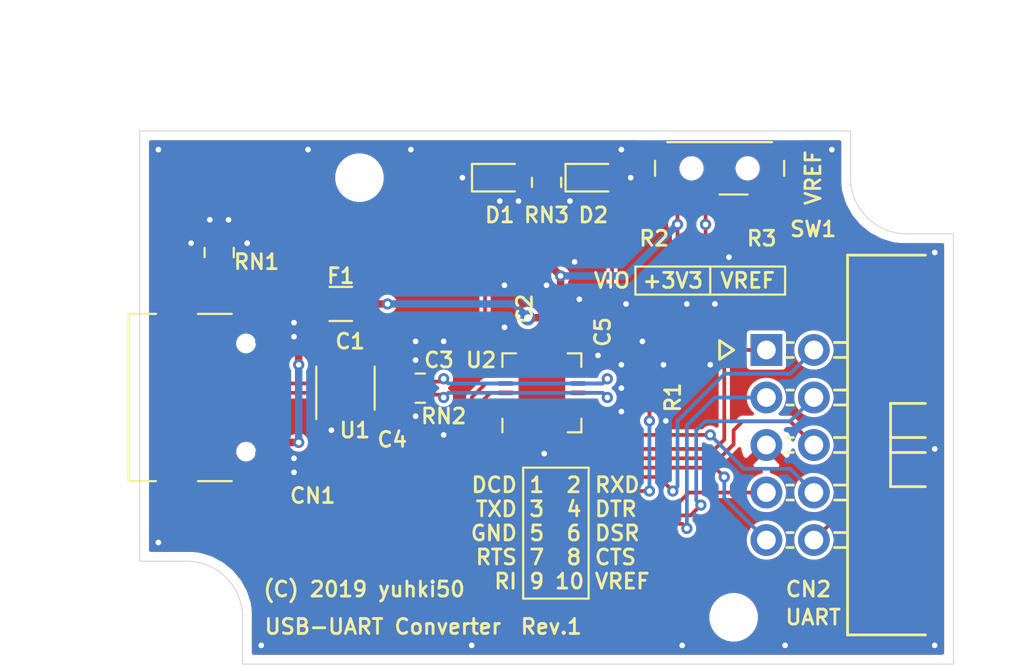
<source format=kicad_pcb>
(kicad_pcb (version 20171130) (host pcbnew "(5.1.5-0-10_14)")

  (general
    (thickness 1)
    (drawings 33)
    (tracks 245)
    (zones 0)
    (modules 21)
    (nets 26)
  )

  (page A4)
  (title_block
    (title "USB UART")
    (date 2019-12-08)
    (rev 1)
  )

  (layers
    (0 F.Cu signal)
    (31 B.Cu signal)
    (32 B.Adhes user)
    (33 F.Adhes user)
    (34 B.Paste user)
    (35 F.Paste user)
    (36 B.SilkS user)
    (37 F.SilkS user)
    (38 B.Mask user)
    (39 F.Mask user)
    (40 Dwgs.User user)
    (41 Cmts.User user)
    (42 Eco1.User user)
    (43 Eco2.User user)
    (44 Edge.Cuts user)
    (45 Margin user)
    (46 B.CrtYd user)
    (47 F.CrtYd user)
    (48 B.Fab user)
    (49 F.Fab user)
  )

  (setup
    (last_trace_width 0.25)
    (user_trace_width 0.2)
    (user_trace_width 0.4)
    (user_trace_width 0.8)
    (user_trace_width 1)
    (trace_clearance 0.2)
    (zone_clearance 0.2)
    (zone_45_only no)
    (trace_min 0.2)
    (via_size 0.8)
    (via_drill 0.4)
    (via_min_size 0.4)
    (via_min_drill 0.3)
    (user_via 0.6 0.3)
    (uvia_size 0.3)
    (uvia_drill 0.1)
    (uvias_allowed no)
    (uvia_min_size 0.2)
    (uvia_min_drill 0.1)
    (edge_width 0.05)
    (segment_width 0.2)
    (pcb_text_width 0.3)
    (pcb_text_size 1.5 1.5)
    (mod_edge_width 0.12)
    (mod_text_size 1 1)
    (mod_text_width 0.15)
    (pad_size 1.524 1.524)
    (pad_drill 0.762)
    (pad_to_mask_clearance 0.1)
    (aux_axis_origin 110 70)
    (visible_elements FFFFFFFF)
    (pcbplotparams
      (layerselection 0x010fc_ffffffff)
      (usegerberextensions true)
      (usegerberattributes false)
      (usegerberadvancedattributes false)
      (creategerberjobfile false)
      (excludeedgelayer true)
      (linewidth 0.100000)
      (plotframeref false)
      (viasonmask false)
      (mode 1)
      (useauxorigin true)
      (hpglpennumber 1)
      (hpglpenspeed 20)
      (hpglpendiameter 15.000000)
      (psnegative false)
      (psa4output false)
      (plotreference true)
      (plotvalue true)
      (plotinvisibletext false)
      (padsonsilk false)
      (subtractmaskfromsilk true)
      (outputformat 1)
      (mirror false)
      (drillshape 0)
      (scaleselection 1)
      (outputdirectory "gerber/"))
  )

  (net 0 "")
  (net 1 GND)
  (net 2 VBUS)
  (net 3 "Net-(C3-Pad1)")
  (net 4 +3V3)
  (net 5 "Net-(CN1-PadA4)")
  (net 6 "Net-(CN1-PadB5)")
  (net 7 "Net-(CN1-PadA5)")
  (net 8 RTS)
  (net 9 DTR)
  (net 10 TXD)
  (net 11 RXD)
  (net 12 "Net-(D1-Pad2)")
  (net 13 "Net-(D1-Pad1)")
  (net 14 "Net-(D2-Pad2)")
  (net 15 "Net-(D2-Pad1)")
  (net 16 VCCIO)
  (net 17 "Net-(RN2-Pad1)")
  (net 18 "Net-(RN2-Pad2)")
  (net 19 "Net-(CN2-Pad10)")
  (net 20 RI)
  (net 21 CTS)
  (net 22 DSR)
  (net 23 DCD)
  (net 24 "Net-(C4-Pad1)")
  (net 25 "Net-(R1-Pad2)")

  (net_class Default "これはデフォルトのネット クラスです。"
    (clearance 0.2)
    (trace_width 0.25)
    (via_dia 0.8)
    (via_drill 0.4)
    (uvia_dia 0.3)
    (uvia_drill 0.1)
    (add_net +3V3)
    (add_net CTS)
    (add_net DCD)
    (add_net DSR)
    (add_net DTR)
    (add_net GND)
    (add_net "Net-(C3-Pad1)")
    (add_net "Net-(C4-Pad1)")
    (add_net "Net-(CN1-PadA4)")
    (add_net "Net-(CN1-PadA5)")
    (add_net "Net-(CN1-PadB5)")
    (add_net "Net-(CN2-Pad10)")
    (add_net "Net-(D1-Pad1)")
    (add_net "Net-(D1-Pad2)")
    (add_net "Net-(D2-Pad1)")
    (add_net "Net-(D2-Pad2)")
    (add_net "Net-(R1-Pad2)")
    (add_net "Net-(RN2-Pad1)")
    (add_net "Net-(RN2-Pad2)")
    (add_net RI)
    (add_net RTS)
    (add_net RXD)
    (add_net TXD)
    (add_net VBUS)
    (add_net VCCIO)
  )

  (module MountingHole:MountingHole_2.2mm_M2 (layer F.Cu) (tedit 56D1B4CB) (tstamp 5DEB7241)
    (at 141.75 96)
    (descr "Mounting Hole 2.2mm, no annular, M2")
    (tags "mounting hole 2.2mm no annular m2")
    (path /5D0B98C2)
    (attr virtual)
    (fp_text reference H2 (at 0 -3.2) (layer F.SilkS) hide
      (effects (font (size 1 1) (thickness 0.15)))
    )
    (fp_text value MountingHole (at 0 0.5) (layer F.Fab)
      (effects (font (size 0.8 0.8) (thickness 0.15)))
    )
    (fp_circle (center 0 0) (end 2.45 0) (layer F.CrtYd) (width 0.05))
    (fp_circle (center 0 0) (end 2.2 0) (layer Cmts.User) (width 0.15))
    (fp_text user %R (at 0 -0.75) (layer F.Fab)
      (effects (font (size 0.8 0.8) (thickness 0.15)))
    )
    (pad 1 np_thru_hole circle (at 0 0) (size 2.2 2.2) (drill 2.2) (layers *.Cu *.Mask))
  )

  (module MountingHole:MountingHole_2.2mm_M2 (layer F.Cu) (tedit 56D1B4CB) (tstamp 5D07B5D4)
    (at 121.75 72.5)
    (descr "Mounting Hole 2.2mm, no annular, M2")
    (tags "mounting hole 2.2mm no annular m2")
    (path /5D0B9369)
    (attr virtual)
    (fp_text reference H1 (at 0 -3.2) (layer F.SilkS) hide
      (effects (font (size 1 1) (thickness 0.15)))
    )
    (fp_text value MountingHole (at 0 0.5) (layer F.Fab)
      (effects (font (size 0.8 0.8) (thickness 0.15)))
    )
    (fp_circle (center 0 0) (end 2.45 0) (layer F.CrtYd) (width 0.05))
    (fp_circle (center 0 0) (end 2.2 0) (layer Cmts.User) (width 0.15))
    (fp_text user %R (at 0 -0.75) (layer F.Fab)
      (effects (font (size 0.8 0.8) (thickness 0.15)))
    )
    (pad 1 np_thru_hole circle (at 0 0) (size 2.2 2.2) (drill 2.2) (layers *.Cu *.Mask))
  )

  (module 3M:30310-5002HB (layer F.Cu) (tedit 5DED011F) (tstamp 5DECC947)
    (at 143.5 81.71 270)
    (descr http://multimedia.3m.com/mws/media/22504O/3mtm-100-in-loprof-hdr-100x-100strt-ra-4-wall-ts0818.pdf)
    (tags "connector right angle")
    (path /5DF93E92)
    (fp_text reference CN2 (at 12.79 -2.25) (layer F.SilkS)
      (effects (font (size 0.8 0.8) (thickness 0.15)))
    )
    (fp_text value 30310-5002HB (at 5.08 -5.5 90) (layer F.Fab)
      (effects (font (size 0.8 0.8) (thickness 0.15)))
    )
    (fp_line (start 10.56 -3.64) (end 10.56 -4.34) (layer F.SilkS) (width 0.15))
    (fp_line (start 9.76 -3.64) (end 9.76 -4.34) (layer F.SilkS) (width 0.15))
    (fp_line (start 10.56 -1.1) (end 10.56 -1.44) (layer F.SilkS) (width 0.15))
    (fp_line (start 9.76 -1.1) (end 9.76 -1.44) (layer F.SilkS) (width 0.15))
    (fp_line (start 8.02 -3.64) (end 8.02 -4.34) (layer F.SilkS) (width 0.15))
    (fp_line (start 7.22 -3.64) (end 7.22 -4.34) (layer F.SilkS) (width 0.15))
    (fp_line (start 8.02 -1.1) (end 8.02 -1.44) (layer F.SilkS) (width 0.15))
    (fp_line (start 7.22 -1.1) (end 7.22 -1.44) (layer F.SilkS) (width 0.15))
    (fp_line (start 5.48 -3.64) (end 5.48 -4.34) (layer F.SilkS) (width 0.15))
    (fp_line (start 4.68 -3.64) (end 4.68 -4.34) (layer F.SilkS) (width 0.15))
    (fp_line (start 5.48 -1.1) (end 5.48 -1.44) (layer F.SilkS) (width 0.15))
    (fp_line (start 4.68 -1.1) (end 4.68 -1.44) (layer F.SilkS) (width 0.15))
    (fp_line (start 2.94 -3.64) (end 2.94 -4.34) (layer F.SilkS) (width 0.15))
    (fp_line (start 2.14 -3.64) (end 2.14 -4.34) (layer F.SilkS) (width 0.15))
    (fp_line (start 2.94 -1.1) (end 2.94 -1.44) (layer F.SilkS) (width 0.15))
    (fp_line (start 2.14 -1.1) (end 2.14 -1.44) (layer F.SilkS) (width 0.15))
    (fp_line (start 0.4 -3.64) (end 0.4 -4.34) (layer F.SilkS) (width 0.15))
    (fp_line (start -0.4 -3.64) (end -0.4 -4.34) (layer F.SilkS) (width 0.15))
    (fp_line (start 0.4 -1.1) (end 0.4 -1.44) (layer F.SilkS) (width 0.15))
    (fp_line (start -0.4 -1.1) (end -0.4 -1.44) (layer F.SilkS) (width 0.15))
    (fp_line (start 15.75 1.35) (end -5.55 1.35) (layer F.CrtYd) (width 0.05))
    (fp_line (start 15.75 -13.75) (end 15.75 1.35) (layer F.CrtYd) (width 0.05))
    (fp_line (start -5.55 -13.75) (end 15.75 -13.75) (layer F.CrtYd) (width 0.05))
    (fp_line (start -5.55 1.35) (end -5.55 -13.75) (layer F.CrtYd) (width 0.05))
    (fp_line (start 0 1.75) (end 0.5 2.5) (layer F.SilkS) (width 0.15))
    (fp_line (start -0.5 2.5) (end 0 1.75) (layer F.SilkS) (width 0.15))
    (fp_line (start 0.5 2.5) (end -0.5 2.5) (layer F.SilkS) (width 0.15))
    (fp_line (start 5.48 -8.5) (end 5.48 -6.64) (layer F.SilkS) (width 0.15))
    (fp_line (start 4.68 -6.64) (end 4.68 -8.5) (layer F.SilkS) (width 0.15))
    (fp_line (start 7.305 -6.64) (end 7.305 -8.5) (layer F.SilkS) (width 0.15))
    (fp_line (start 2.855 -6.64) (end 7.305 -6.64) (layer F.SilkS) (width 0.15))
    (fp_line (start 2.855 -8.5) (end 2.855 -6.64) (layer F.SilkS) (width 0.15))
    (fp_line (start 15.23 -4.34) (end -5.07 -4.34) (layer F.SilkS) (width 0.15))
    (fp_line (start 15.23 -8.5) (end 15.23 -4.34) (layer F.SilkS) (width 0.15))
    (fp_line (start -5.07 -4.34) (end -5.07 -8.5) (layer F.SilkS) (width 0.15))
    (fp_text user %R (at 5.08 -2.75 90) (layer F.Fab)
      (effects (font (size 0.8 0.8) (thickness 0.15)))
    )
    (pad 10 thru_hole circle (at 10.16 -2.54 270) (size 1.7 1.7) (drill 1) (layers *.Cu *.Mask)
      (net 19 "Net-(CN2-Pad10)"))
    (pad 9 thru_hole circle (at 10.16 0 270) (size 1.7 1.7) (drill 1) (layers *.Cu *.Mask)
      (net 20 RI))
    (pad 8 thru_hole circle (at 7.62 -2.54 270) (size 1.7 1.7) (drill 1) (layers *.Cu *.Mask)
      (net 21 CTS))
    (pad 7 thru_hole circle (at 7.62 0 270) (size 1.7 1.7) (drill 1) (layers *.Cu *.Mask)
      (net 8 RTS))
    (pad 6 thru_hole circle (at 5.08 -2.54 270) (size 1.7 1.7) (drill 1) (layers *.Cu *.Mask)
      (net 22 DSR))
    (pad 5 thru_hole circle (at 5.08 0 270) (size 1.7 1.7) (drill 1) (layers *.Cu *.Mask)
      (net 1 GND))
    (pad 4 thru_hole circle (at 2.54 -2.54 270) (size 1.7 1.7) (drill 1) (layers *.Cu *.Mask)
      (net 9 DTR))
    (pad 3 thru_hole circle (at 2.54 0 270) (size 1.7 1.7) (drill 1) (layers *.Cu *.Mask)
      (net 10 TXD))
    (pad 2 thru_hole circle (at 0 -2.54 270) (size 1.7 1.7) (drill 1) (layers *.Cu *.Mask)
      (net 11 RXD))
    (pad 1 thru_hole rect (at 0 0 270) (size 1.7 1.7) (drill 1) (layers *.Cu *.Mask)
      (net 23 DCD))
    (model ${KIPRJMOD}/modules/packages3D/3M.3dshapes/30310-5002HB.step
      (offset (xyz -5.067 4.343 8.763))
      (scale (xyz 1 1 1))
      (rotate (xyz 90 0 0))
    )
  )

  (module GCT:USB4110-GF-A (layer F.Cu) (tedit 5DECF226) (tstamp 5DEC43E7)
    (at 114.25 84.25 270)
    (descr http://www.palpilot.com/wp-content/uploads/2017/05/UTC027-GKN-OR-Rev-A.pdf)
    (tags "USB C Type-C Receptacle USB2.0")
    (path /5E118A8F)
    (attr smd)
    (fp_text reference CN1 (at 5.25 -5 180) (layer F.SilkS)
      (effects (font (size 0.8 0.8) (thickness 0.15)))
    )
    (fp_text value USB4110-GF-A (at 7.25 -1.25 180) (layer F.Fab)
      (effects (font (size 0.8 0.8) (thickness 0.15)))
    )
    (fp_text user "PCB Edge" (at 0 3.43 90) (layer Dwgs.User)
      (effects (font (size 1 1) (thickness 0.15)))
    )
    (fp_line (start -4.47 -2.48) (end 4.47 -2.48) (layer F.Fab) (width 0.1))
    (fp_line (start 4.47 -2.48) (end 4.47 4.84) (layer F.Fab) (width 0.1))
    (fp_line (start 4.47 4.84) (end -4.47 4.84) (layer F.Fab) (width 0.1))
    (fp_line (start -4.47 -2.48) (end -4.47 4.84) (layer F.Fab) (width 0.1))
    (fp_text user %R (at 5.75 2.25 180) (layer F.Fab)
      (effects (font (size 0.8 0.8) (thickness 0.15)))
    )
    (fp_line (start -5.27 5.34) (end 5.27 5.34) (layer F.CrtYd) (width 0.05))
    (fp_line (start -5.27 -3.59) (end -5.27 5.34) (layer F.CrtYd) (width 0.05))
    (fp_line (start 5.27 -3.59) (end -5.27 -3.59) (layer F.CrtYd) (width 0.05))
    (fp_line (start 5.27 5.34) (end 5.27 -3.59) (layer F.CrtYd) (width 0.05))
    (fp_line (start -4.47 4.34) (end 4.47 4.34) (layer Dwgs.User) (width 0.1))
    (fp_line (start -4.47 -0.67) (end -4.47 1.13) (layer F.SilkS) (width 0.12))
    (fp_line (start -4.47 4.84) (end -4.47 3.38) (layer F.SilkS) (width 0.12))
    (fp_line (start 4.47 4.84) (end 4.47 3.38) (layer F.SilkS) (width 0.12))
    (fp_line (start 4.47 -0.67) (end 4.47 1.13) (layer F.SilkS) (width 0.12))
    (fp_line (start 4.47 4.84) (end -4.47 4.84) (layer F.SilkS) (width 0.12))
    (pad S1 smd rect (at 5.11 -1.935 270) (size 2.18 2) (layers F.Cu F.Paste F.Mask)
      (net 1 GND))
    (pad S1 smd rect (at 5.11 1.995 270) (size 2.18 2) (layers F.Cu F.Paste F.Mask)
      (net 1 GND))
    (pad S1 smd rect (at -5.11 1.995 270) (size 2.18 2) (layers F.Cu F.Paste F.Mask)
      (net 1 GND))
    (pad S1 smd rect (at -5.11 -1.935 270) (size 2.18 2) (layers F.Cu F.Paste F.Mask)
      (net 1 GND))
    (pad A12 smd rect (at 3.2 -2.51 270) (size 0.6 1.15) (layers F.Cu F.Paste F.Mask)
      (net 1 GND))
    (pad A9 smd rect (at 2.4 -2.51 270) (size 0.6 1.15) (layers F.Cu F.Paste F.Mask)
      (net 5 "Net-(CN1-PadA4)"))
    (pad B1 smd rect (at 3.2 -2.51 270) (size 0.6 1.15) (layers F.Cu F.Paste F.Mask)
      (net 1 GND))
    (pad B4 smd rect (at 2.4 -2.51 270) (size 0.6 1.15) (layers F.Cu F.Paste F.Mask)
      (net 5 "Net-(CN1-PadA4)"))
    (pad B12 smd rect (at -3.2 -2.51 270) (size 0.6 1.15) (layers F.Cu F.Paste F.Mask)
      (net 1 GND))
    (pad A1 smd rect (at -3.2 -2.51 270) (size 0.6 1.15) (layers F.Cu F.Paste F.Mask)
      (net 1 GND))
    (pad B9 smd rect (at -2.4 -2.51 270) (size 0.6 1.15) (layers F.Cu F.Paste F.Mask)
      (net 5 "Net-(CN1-PadA4)"))
    (pad A4 smd rect (at -2.4 -2.51 270) (size 0.6 1.15) (layers F.Cu F.Paste F.Mask)
      (net 5 "Net-(CN1-PadA4)"))
    (pad "" np_thru_hole circle (at -2.89 -1.435 270) (size 0.65 0.65) (drill 0.65) (layers *.Cu *.Mask))
    (pad "" np_thru_hole circle (at 2.89 -1.435 270) (size 0.65 0.65) (drill 0.65) (layers *.Cu *.Mask))
    (pad B5 smd rect (at 1.75 -2.51 90) (size 0.3 1.15) (layers F.Cu F.Paste F.Mask)
      (net 6 "Net-(CN1-PadB5)"))
    (pad B6 smd rect (at 0.75 -2.51 90) (size 0.3 1.15) (layers F.Cu F.Paste F.Mask)
      (net 24 "Net-(C4-Pad1)"))
    (pad A8 smd rect (at 1.25 -2.51 90) (size 0.3 1.15) (layers F.Cu F.Paste F.Mask))
    (pad A5 smd rect (at -1.25 -2.51 90) (size 0.3 1.15) (layers F.Cu F.Paste F.Mask)
      (net 7 "Net-(CN1-PadA5)"))
    (pad B8 smd rect (at -1.75 -2.51 90) (size 0.3 1.15) (layers F.Cu F.Paste F.Mask))
    (pad A7 smd rect (at 0.25 -2.51 90) (size 0.3 1.15) (layers F.Cu F.Paste F.Mask)
      (net 3 "Net-(C3-Pad1)"))
    (pad A6 smd rect (at -0.25 -2.51 90) (size 0.3 1.15) (layers F.Cu F.Paste F.Mask)
      (net 24 "Net-(C4-Pad1)"))
    (pad B7 smd rect (at -0.75 -2.51 90) (size 0.3 1.15) (layers F.Cu F.Paste F.Mask)
      (net 3 "Net-(C3-Pad1)"))
    (model ${KIPRJMOD}/modules/packages3D/GCT.3dshapes/USB4110-GF-A_revA.step
      (offset (xyz 24.1 -110.5 0.5))
      (scale (xyz 1 1 1))
      (rotate (xyz -90 0 0))
    )
  )

  (module NidecCopal:CUS-12B (layer F.Cu) (tedit 5DECE295) (tstamp 5DECC9CD)
    (at 141 72 180)
    (descr "CUS Series Low profile slide switches")
    (tags "CUS switch slide")
    (path /5DFB79AC)
    (attr smd)
    (fp_text reference SW1 (at -5 -3.25) (layer F.SilkS)
      (effects (font (size 0.8 0.8) (thickness 0.15)))
    )
    (fp_text value CUS-12B (at 0 4) (layer F.Fab)
      (effects (font (size 0.8 0.8) (thickness 0.15)))
    )
    (fp_line (start 3.45 0.4) (end 3.45 -0.4) (layer F.SilkS) (width 0.12))
    (fp_line (start -3.45 0.4) (end -3.45 -0.4) (layer F.SilkS) (width 0.12))
    (fp_line (start 0 1.3) (end 0 2.8) (layer F.Fab) (width 0.1))
    (fp_line (start 1.3 1.3) (end 1.3 2.8) (layer F.Fab) (width 0.1))
    (fp_line (start 0 2.8) (end 1.3 2.8) (layer F.Fab) (width 0.1))
    (fp_line (start -3 -2.275) (end -3 1.9) (layer F.CrtYd) (width 0.05))
    (fp_line (start -3 -2.275) (end 3 -2.275) (layer F.CrtYd) (width 0.05))
    (fp_line (start -3 1.9) (end 3 1.9) (layer F.CrtYd) (width 0.05))
    (fp_line (start 3 -2.275) (end 3 1.9) (layer F.CrtYd) (width 0.05))
    (fp_line (start -2.8 1.4) (end 2.8 1.4) (layer F.SilkS) (width 0.12))
    (fp_line (start -3.35 1.3) (end 3.35 1.3) (layer F.Fab) (width 0.1))
    (fp_line (start -3.35 -1.3) (end 3.35 -1.3) (layer F.Fab) (width 0.1))
    (fp_line (start 3.35 -1.3) (end 3.35 1.3) (layer F.Fab) (width 0.1))
    (fp_line (start -3.35 -1.3) (end -3.35 1.3) (layer F.Fab) (width 0.1))
    (fp_line (start -1.5 -1.4) (end 0 -1.4) (layer F.SilkS) (width 0.12))
    (fp_text user %R (at 0 0) (layer F.Fab)
      (effects (font (size 0.8 0.8) (thickness 0.15)))
    )
    (pad S smd rect (at 3.65 -1.05 180) (size 1 0.8) (layers F.Cu F.Paste F.Mask))
    (pad S smd rect (at 3.65 1.05 180) (size 1 0.8) (layers F.Cu F.Paste F.Mask))
    (pad S smd rect (at -3.65 -1.05 180) (size 1 0.8) (layers F.Cu F.Paste F.Mask))
    (pad "" np_thru_hole circle (at 1.5 0 180) (size 0.9 0.9) (drill 0.9) (layers *.Cu *.Mask))
    (pad "" np_thru_hole circle (at -1.5 0 180) (size 0.9 0.9) (drill 0.9) (layers *.Cu *.Mask))
    (pad S smd rect (at -3.65 1.05 180) (size 1 0.8) (layers F.Cu F.Paste F.Mask))
    (pad 3 smd rect (at 2.25 -1.75 180) (size 0.7 1.5) (layers F.Cu F.Paste F.Mask)
      (net 4 +3V3))
    (pad 1 smd rect (at -2.25 -1.75 180) (size 0.7 1.5) (layers F.Cu F.Paste F.Mask)
      (net 19 "Net-(CN2-Pad10)"))
    (pad 2 smd rect (at 0.75 -1.75 180) (size 0.7 1.5) (layers F.Cu F.Paste F.Mask)
      (net 25 "Net-(R1-Pad2)"))
    (model ${KIPRJMOD}/modules/packages3D/NidecCopal.3dshapes/CUS-12TB.step
      (offset (xyz 0 0 1.35))
      (scale (xyz 1 1 1))
      (rotate (xyz -90 0 0))
    )
  )

  (module Resistor_SMD:R_0402_1005Metric (layer F.Cu) (tedit 5B301BBD) (tstamp 5DECED2B)
    (at 137.25 84.25 90)
    (descr "Resistor SMD 0402 (1005 Metric), square (rectangular) end terminal, IPC_7351 nominal, (Body size source: http://www.tortai-tech.com/upload/download/2011102023233369053.pdf), generated with kicad-footprint-generator")
    (tags resistor)
    (path /5DF65C1D)
    (attr smd)
    (fp_text reference R1 (at 0 1.25 90) (layer F.SilkS)
      (effects (font (size 0.8 0.8) (thickness 0.15)))
    )
    (fp_text value 0 (at 0 1.17 180) (layer F.Fab)
      (effects (font (size 0.8 0.8) (thickness 0.15)))
    )
    (fp_text user %R (at 0 0 90) (layer F.Fab)
      (effects (font (size 0.25 0.25) (thickness 0.04)))
    )
    (fp_line (start 0.93 0.47) (end -0.93 0.47) (layer F.CrtYd) (width 0.05))
    (fp_line (start 0.93 -0.47) (end 0.93 0.47) (layer F.CrtYd) (width 0.05))
    (fp_line (start -0.93 -0.47) (end 0.93 -0.47) (layer F.CrtYd) (width 0.05))
    (fp_line (start -0.93 0.47) (end -0.93 -0.47) (layer F.CrtYd) (width 0.05))
    (fp_line (start 0.5 0.25) (end -0.5 0.25) (layer F.Fab) (width 0.1))
    (fp_line (start 0.5 -0.25) (end 0.5 0.25) (layer F.Fab) (width 0.1))
    (fp_line (start -0.5 -0.25) (end 0.5 -0.25) (layer F.Fab) (width 0.1))
    (fp_line (start -0.5 0.25) (end -0.5 -0.25) (layer F.Fab) (width 0.1))
    (pad 2 smd roundrect (at 0.485 0 90) (size 0.59 0.64) (layers F.Cu F.Paste F.Mask) (roundrect_rratio 0.25)
      (net 25 "Net-(R1-Pad2)"))
    (pad 1 smd roundrect (at -0.485 0 90) (size 0.59 0.64) (layers F.Cu F.Paste F.Mask) (roundrect_rratio 0.25)
      (net 16 VCCIO))
    (model ${KISYS3DMOD}/Resistor_SMD.3dshapes/R_0402_1005Metric.wrl
      (at (xyz 0 0 0))
      (scale (xyz 1 1 1))
      (rotate (xyz 0 0 0))
    )
  )

  (module Capacitor_SMD:C_0402_1005Metric (layer F.Cu) (tedit 5B301BBE) (tstamp 5DED5A35)
    (at 131.75 79.5 90)
    (descr "Capacitor SMD 0402 (1005 Metric), square (rectangular) end terminal, IPC_7351 nominal, (Body size source: http://www.tortai-tech.com/upload/download/2011102023233369053.pdf), generated with kicad-footprint-generator")
    (tags capacitor)
    (path /5DF1E4D6)
    (attr smd)
    (fp_text reference C2 (at 0 -1.17 90) (layer F.SilkS)
      (effects (font (size 0.8 0.8) (thickness 0.15)))
    )
    (fp_text value 0.1uF (at 1.25 0 180) (layer F.Fab)
      (effects (font (size 0.8 0.8) (thickness 0.15)))
    )
    (fp_text user %R (at 0 0 90) (layer F.Fab)
      (effects (font (size 0.25 0.25) (thickness 0.04)))
    )
    (fp_line (start 0.93 0.47) (end -0.93 0.47) (layer F.CrtYd) (width 0.05))
    (fp_line (start 0.93 -0.47) (end 0.93 0.47) (layer F.CrtYd) (width 0.05))
    (fp_line (start -0.93 -0.47) (end 0.93 -0.47) (layer F.CrtYd) (width 0.05))
    (fp_line (start -0.93 0.47) (end -0.93 -0.47) (layer F.CrtYd) (width 0.05))
    (fp_line (start 0.5 0.25) (end -0.5 0.25) (layer F.Fab) (width 0.1))
    (fp_line (start 0.5 -0.25) (end 0.5 0.25) (layer F.Fab) (width 0.1))
    (fp_line (start -0.5 -0.25) (end 0.5 -0.25) (layer F.Fab) (width 0.1))
    (fp_line (start -0.5 0.25) (end -0.5 -0.25) (layer F.Fab) (width 0.1))
    (pad 2 smd roundrect (at 0.485 0 90) (size 0.59 0.64) (layers F.Cu F.Paste F.Mask) (roundrect_rratio 0.25)
      (net 1 GND))
    (pad 1 smd roundrect (at -0.485 0 90) (size 0.59 0.64) (layers F.Cu F.Paste F.Mask) (roundrect_rratio 0.25)
      (net 2 VBUS))
    (model ${KISYS3DMOD}/Capacitor_SMD.3dshapes/C_0402_1005Metric.wrl
      (at (xyz 0 0 0))
      (scale (xyz 1 1 1))
      (rotate (xyz 0 0 0))
    )
  )

  (module Resistor_SMD:R_Array_Convex_2x0402 (layer F.Cu) (tedit 58E0A89B) (tstamp 5DEC8C08)
    (at 114.25 76.5 270)
    (descr "Chip Resistor Network, ROHM MNR02 (see mnr_g.pdf)")
    (tags "resistor array")
    (path /5DF570C0)
    (attr smd)
    (fp_text reference RN1 (at 0.5 -2 180) (layer F.SilkS)
      (effects (font (size 0.8 0.8) (thickness 0.15)))
    )
    (fp_text value 5.1k (at 1.25 0 180) (layer F.Fab)
      (effects (font (size 0.8 0.8) (thickness 0.15)))
    )
    (fp_line (start 1 0.95) (end -1 0.95) (layer F.CrtYd) (width 0.05))
    (fp_line (start 1 0.95) (end 1 -0.95) (layer F.CrtYd) (width 0.05))
    (fp_line (start -1 -0.95) (end -1 0.95) (layer F.CrtYd) (width 0.05))
    (fp_line (start -1 -0.95) (end 1 -0.95) (layer F.CrtYd) (width 0.05))
    (fp_line (start 0.25 -0.78) (end -0.25 -0.78) (layer F.SilkS) (width 0.12))
    (fp_line (start 0.25 0.78) (end -0.25 0.78) (layer F.SilkS) (width 0.12))
    (fp_line (start -0.5 0.7) (end 0.5 0.7) (layer F.Fab) (width 0.1))
    (fp_line (start -0.5 -0.7) (end -0.5 0.7) (layer F.Fab) (width 0.1))
    (fp_line (start 0.5 -0.7) (end -0.5 -0.7) (layer F.Fab) (width 0.1))
    (fp_line (start 0.5 0.7) (end 0.5 -0.7) (layer F.Fab) (width 0.1))
    (fp_text user %R (at -1.25 0 180) (layer F.Fab)
      (effects (font (size 0.8 0.8) (thickness 0.15)))
    )
    (pad 4 smd rect (at 0.5 -0.35 270) (size 0.5 0.4) (layers F.Cu F.Paste F.Mask)
      (net 7 "Net-(CN1-PadA5)"))
    (pad 3 smd rect (at 0.5 0.35 270) (size 0.5 0.4) (layers F.Cu F.Paste F.Mask)
      (net 6 "Net-(CN1-PadB5)"))
    (pad 2 smd rect (at -0.5 0.35 270) (size 0.5 0.4) (layers F.Cu F.Paste F.Mask)
      (net 1 GND))
    (pad 1 smd rect (at -0.5 -0.35 270) (size 0.5 0.4) (layers F.Cu F.Paste F.Mask)
      (net 1 GND))
    (model ${KISYS3DMOD}/Resistor_SMD.3dshapes/R_Array_Convex_2x0402.wrl
      (at (xyz 0 0 0))
      (scale (xyz 1 1 1))
      (rotate (xyz 0 0 0))
    )
  )

  (module Resistor_SMD:R_0402_1005Metric (layer F.Cu) (tedit 5B301BBD) (tstamp 5DECC8F6)
    (at 141.5 76)
    (descr "Resistor SMD 0402 (1005 Metric), square (rectangular) end terminal, IPC_7351 nominal, (Body size source: http://www.tortai-tech.com/upload/download/2011102023233369053.pdf), generated with kicad-footprint-generator")
    (tags resistor)
    (path /5DF24C4A)
    (attr smd)
    (fp_text reference R3 (at 1.75 -0.25) (layer F.SilkS)
      (effects (font (size 0.8 0.8) (thickness 0.15)))
    )
    (fp_text value DNP (at 0.25 1.17) (layer F.Fab)
      (effects (font (size 0.8 0.8) (thickness 0.15)))
    )
    (fp_text user %R (at 0 0) (layer F.Fab)
      (effects (font (size 0.25 0.25) (thickness 0.04)))
    )
    (fp_line (start 0.93 0.47) (end -0.93 0.47) (layer F.CrtYd) (width 0.05))
    (fp_line (start 0.93 -0.47) (end 0.93 0.47) (layer F.CrtYd) (width 0.05))
    (fp_line (start -0.93 -0.47) (end 0.93 -0.47) (layer F.CrtYd) (width 0.05))
    (fp_line (start -0.93 0.47) (end -0.93 -0.47) (layer F.CrtYd) (width 0.05))
    (fp_line (start 0.5 0.25) (end -0.5 0.25) (layer F.Fab) (width 0.1))
    (fp_line (start 0.5 -0.25) (end 0.5 0.25) (layer F.Fab) (width 0.1))
    (fp_line (start -0.5 -0.25) (end 0.5 -0.25) (layer F.Fab) (width 0.1))
    (fp_line (start -0.5 0.25) (end -0.5 -0.25) (layer F.Fab) (width 0.1))
    (pad 2 smd roundrect (at 0.485 0) (size 0.59 0.64) (layers F.Cu F.Paste F.Mask) (roundrect_rratio 0.25)
      (net 19 "Net-(CN2-Pad10)"))
    (pad 1 smd roundrect (at -0.485 0) (size 0.59 0.64) (layers F.Cu F.Paste F.Mask) (roundrect_rratio 0.25)
      (net 25 "Net-(R1-Pad2)"))
    (model ${KISYS3DMOD}/Resistor_SMD.3dshapes/R_0402_1005Metric.wrl
      (at (xyz 0 0 0))
      (scale (xyz 1 1 1))
      (rotate (xyz 0 0 0))
    )
  )

  (module Resistor_SMD:R_0402_1005Metric (layer F.Cu) (tedit 5B301BBD) (tstamp 5DECC8CC)
    (at 139.5 76 180)
    (descr "Resistor SMD 0402 (1005 Metric), square (rectangular) end terminal, IPC_7351 nominal, (Body size source: http://www.tortai-tech.com/upload/download/2011102023233369053.pdf), generated with kicad-footprint-generator")
    (tags resistor)
    (path /5DF201BE)
    (attr smd)
    (fp_text reference R2 (at 2 0.25) (layer F.SilkS)
      (effects (font (size 0.8 0.8) (thickness 0.15)))
    )
    (fp_text value 0 (at 0 -1.25) (layer F.Fab)
      (effects (font (size 0.8 0.8) (thickness 0.15)))
    )
    (fp_text user %R (at 0 0) (layer F.Fab)
      (effects (font (size 0.25 0.25) (thickness 0.04)))
    )
    (fp_line (start 0.93 0.47) (end -0.93 0.47) (layer F.CrtYd) (width 0.05))
    (fp_line (start 0.93 -0.47) (end 0.93 0.47) (layer F.CrtYd) (width 0.05))
    (fp_line (start -0.93 -0.47) (end 0.93 -0.47) (layer F.CrtYd) (width 0.05))
    (fp_line (start -0.93 0.47) (end -0.93 -0.47) (layer F.CrtYd) (width 0.05))
    (fp_line (start 0.5 0.25) (end -0.5 0.25) (layer F.Fab) (width 0.1))
    (fp_line (start 0.5 -0.25) (end 0.5 0.25) (layer F.Fab) (width 0.1))
    (fp_line (start -0.5 -0.25) (end 0.5 -0.25) (layer F.Fab) (width 0.1))
    (fp_line (start -0.5 0.25) (end -0.5 -0.25) (layer F.Fab) (width 0.1))
    (pad 2 smd roundrect (at 0.485 0 180) (size 0.59 0.64) (layers F.Cu F.Paste F.Mask) (roundrect_rratio 0.25)
      (net 4 +3V3))
    (pad 1 smd roundrect (at -0.485 0 180) (size 0.59 0.64) (layers F.Cu F.Paste F.Mask) (roundrect_rratio 0.25)
      (net 25 "Net-(R1-Pad2)"))
    (model ${KISYS3DMOD}/Resistor_SMD.3dshapes/R_0402_1005Metric.wrl
      (at (xyz 0 0 0))
      (scale (xyz 1 1 1))
      (rotate (xyz 0 0 0))
    )
  )

  (module Package_DFN_QFN:QFN-20-1EP_4x4mm_P0.5mm_EP2.5x2.5mm (layer F.Cu) (tedit 5C1FD453) (tstamp 5DEBF2AB)
    (at 131.5 84 90)
    (descr "QFN, 20 Pin (http://ww1.microchip.com/downloads/en/PackagingSpec/00000049BQ.pdf#page=274), generated with kicad-footprint-generator ipc_dfn_qfn_generator.py")
    (tags "QFN DFN_QFN")
    (path /5E25988F)
    (attr smd)
    (fp_text reference U2 (at 1.75 -3.25 180) (layer F.SilkS)
      (effects (font (size 0.8 0.8) (thickness 0.15)))
    )
    (fp_text value FT231XQ (at -3 0 180) (layer F.Fab)
      (effects (font (size 0.8 0.8) (thickness 0.15)))
    )
    (fp_text user %R (at 0 0 180) (layer F.Fab)
      (effects (font (size 0.8 0.8) (thickness 0.15)))
    )
    (fp_line (start 2.6 -2.6) (end -2.6 -2.6) (layer F.CrtYd) (width 0.05))
    (fp_line (start 2.6 2.6) (end 2.6 -2.6) (layer F.CrtYd) (width 0.05))
    (fp_line (start -2.6 2.6) (end 2.6 2.6) (layer F.CrtYd) (width 0.05))
    (fp_line (start -2.6 -2.6) (end -2.6 2.6) (layer F.CrtYd) (width 0.05))
    (fp_line (start -2 -1) (end -1 -2) (layer F.Fab) (width 0.1))
    (fp_line (start -2 2) (end -2 -1) (layer F.Fab) (width 0.1))
    (fp_line (start 2 2) (end -2 2) (layer F.Fab) (width 0.1))
    (fp_line (start 2 -2) (end 2 2) (layer F.Fab) (width 0.1))
    (fp_line (start -1 -2) (end 2 -2) (layer F.Fab) (width 0.1))
    (fp_line (start -1.385 -2.11) (end -2.11 -2.11) (layer F.SilkS) (width 0.12))
    (fp_line (start 2.11 2.11) (end 2.11 1.385) (layer F.SilkS) (width 0.12))
    (fp_line (start 1.385 2.11) (end 2.11 2.11) (layer F.SilkS) (width 0.12))
    (fp_line (start -2.11 2.11) (end -2.11 1.385) (layer F.SilkS) (width 0.12))
    (fp_line (start -1.385 2.11) (end -2.11 2.11) (layer F.SilkS) (width 0.12))
    (fp_line (start 2.11 -2.11) (end 2.11 -1.385) (layer F.SilkS) (width 0.12))
    (fp_line (start 1.385 -2.11) (end 2.11 -2.11) (layer F.SilkS) (width 0.12))
    (pad 20 smd roundrect (at -1 -1.9375 90) (size 0.25 0.825) (layers F.Cu F.Paste F.Mask) (roundrect_rratio 0.25)
      (net 16 VCCIO))
    (pad 19 smd roundrect (at -0.5 -1.9375 90) (size 0.25 0.825) (layers F.Cu F.Paste F.Mask) (roundrect_rratio 0.25)
      (net 8 RTS))
    (pad 18 smd roundrect (at 0 -1.9375 90) (size 0.25 0.825) (layers F.Cu F.Paste F.Mask) (roundrect_rratio 0.25)
      (net 9 DTR))
    (pad 17 smd roundrect (at 0.5 -1.9375 90) (size 0.25 0.825) (layers F.Cu F.Paste F.Mask) (roundrect_rratio 0.25)
      (net 10 TXD))
    (pad 16 smd roundrect (at 1 -1.9375 90) (size 0.25 0.825) (layers F.Cu F.Paste F.Mask) (roundrect_rratio 0.25))
    (pad 15 smd roundrect (at 1.9375 -1 90) (size 0.825 0.25) (layers F.Cu F.Paste F.Mask) (roundrect_rratio 0.25))
    (pad 14 smd roundrect (at 1.9375 -0.5 90) (size 0.825 0.25) (layers F.Cu F.Paste F.Mask) (roundrect_rratio 0.25)
      (net 13 "Net-(D1-Pad1)"))
    (pad 13 smd roundrect (at 1.9375 0 90) (size 0.825 0.25) (layers F.Cu F.Paste F.Mask) (roundrect_rratio 0.25)
      (net 1 GND))
    (pad 12 smd roundrect (at 1.9375 0.5 90) (size 0.825 0.25) (layers F.Cu F.Paste F.Mask) (roundrect_rratio 0.25)
      (net 2 VBUS))
    (pad 11 smd roundrect (at 1.9375 1 90) (size 0.825 0.25) (layers F.Cu F.Paste F.Mask) (roundrect_rratio 0.25)
      (net 4 +3V3))
    (pad 10 smd roundrect (at 1 1.9375 90) (size 0.25 0.825) (layers F.Cu F.Paste F.Mask) (roundrect_rratio 0.25)
      (net 4 +3V3))
    (pad 9 smd roundrect (at 0.5 1.9375 90) (size 0.25 0.825) (layers F.Cu F.Paste F.Mask) (roundrect_rratio 0.25)
      (net 18 "Net-(RN2-Pad2)"))
    (pad 8 smd roundrect (at 0 1.9375 90) (size 0.25 0.825) (layers F.Cu F.Paste F.Mask) (roundrect_rratio 0.25)
      (net 17 "Net-(RN2-Pad1)"))
    (pad 7 smd roundrect (at -0.5 1.9375 90) (size 0.25 0.825) (layers F.Cu F.Paste F.Mask) (roundrect_rratio 0.25)
      (net 15 "Net-(D2-Pad1)"))
    (pad 6 smd roundrect (at -1 1.9375 90) (size 0.25 0.825) (layers F.Cu F.Paste F.Mask) (roundrect_rratio 0.25)
      (net 21 CTS))
    (pad 5 smd roundrect (at -1.9375 1 90) (size 0.825 0.25) (layers F.Cu F.Paste F.Mask) (roundrect_rratio 0.25)
      (net 23 DCD))
    (pad 4 smd roundrect (at -1.9375 0.5 90) (size 0.825 0.25) (layers F.Cu F.Paste F.Mask) (roundrect_rratio 0.25)
      (net 22 DSR))
    (pad 3 smd roundrect (at -1.9375 0 90) (size 0.825 0.25) (layers F.Cu F.Paste F.Mask) (roundrect_rratio 0.25)
      (net 1 GND))
    (pad 2 smd roundrect (at -1.9375 -0.5 90) (size 0.825 0.25) (layers F.Cu F.Paste F.Mask) (roundrect_rratio 0.25)
      (net 20 RI))
    (pad 1 smd roundrect (at -1.9375 -1 90) (size 0.825 0.25) (layers F.Cu F.Paste F.Mask) (roundrect_rratio 0.25)
      (net 11 RXD))
    (pad "" smd roundrect (at 0.625 0.625 90) (size 1.01 1.01) (layers F.Paste) (roundrect_rratio 0.247525))
    (pad "" smd roundrect (at 0.625 -0.625 90) (size 1.01 1.01) (layers F.Paste) (roundrect_rratio 0.247525))
    (pad "" smd roundrect (at -0.625 0.625 90) (size 1.01 1.01) (layers F.Paste) (roundrect_rratio 0.247525))
    (pad "" smd roundrect (at -0.625 -0.625 90) (size 1.01 1.01) (layers F.Paste) (roundrect_rratio 0.247525))
    (pad 21 smd roundrect (at 0 0 90) (size 2.5 2.5) (layers F.Cu F.Mask) (roundrect_rratio 0.1)
      (net 1 GND))
    (model ${KISYS3DMOD}/Package_DFN_QFN.3dshapes/QFN-20-1EP_4x4mm_P0.5mm_EP2.5x2.5mm.wrl
      (at (xyz 0 0 0))
      (scale (xyz 1 1 1))
      (rotate (xyz 0 0 0))
    )
  )

  (module Resistor_SMD:R_Array_Convex_2x0402 (layer F.Cu) (tedit 58E0A89B) (tstamp 5DED72D0)
    (at 131.75 72.75 270)
    (descr "Chip Resistor Network, ROHM MNR02 (see mnr_g.pdf)")
    (tags "resistor array")
    (path /5E208CB8)
    (attr smd)
    (fp_text reference RN3 (at 1.75 0 180) (layer F.SilkS)
      (effects (font (size 0.8 0.8) (thickness 0.15)))
    )
    (fp_text value 1k (at 1.75 0 180) (layer F.Fab)
      (effects (font (size 0.8 0.8) (thickness 0.15)))
    )
    (fp_line (start 1 0.95) (end -1 0.95) (layer F.CrtYd) (width 0.05))
    (fp_line (start 1 0.95) (end 1 -0.95) (layer F.CrtYd) (width 0.05))
    (fp_line (start -1 -0.95) (end -1 0.95) (layer F.CrtYd) (width 0.05))
    (fp_line (start -1 -0.95) (end 1 -0.95) (layer F.CrtYd) (width 0.05))
    (fp_line (start 0.25 -0.78) (end -0.25 -0.78) (layer F.SilkS) (width 0.12))
    (fp_line (start 0.25 0.78) (end -0.25 0.78) (layer F.SilkS) (width 0.12))
    (fp_line (start -0.5 0.7) (end 0.5 0.7) (layer F.Fab) (width 0.1))
    (fp_line (start -0.5 -0.7) (end -0.5 0.7) (layer F.Fab) (width 0.1))
    (fp_line (start 0.5 -0.7) (end -0.5 -0.7) (layer F.Fab) (width 0.1))
    (fp_line (start 0.5 0.7) (end 0.5 -0.7) (layer F.Fab) (width 0.1))
    (fp_text user %R (at -1.25 0 180) (layer F.Fab)
      (effects (font (size 0.8 0.8) (thickness 0.15)))
    )
    (pad 4 smd rect (at 0.5 -0.35 270) (size 0.5 0.4) (layers F.Cu F.Paste F.Mask)
      (net 4 +3V3))
    (pad 3 smd rect (at 0.5 0.35 270) (size 0.5 0.4) (layers F.Cu F.Paste F.Mask)
      (net 4 +3V3))
    (pad 2 smd rect (at -0.5 0.35 270) (size 0.5 0.4) (layers F.Cu F.Paste F.Mask)
      (net 12 "Net-(D1-Pad2)"))
    (pad 1 smd rect (at -0.5 -0.35 270) (size 0.5 0.4) (layers F.Cu F.Paste F.Mask)
      (net 14 "Net-(D2-Pad2)"))
    (model ${KISYS3DMOD}/Resistor_SMD.3dshapes/R_Array_Convex_2x0402.wrl
      (at (xyz 0 0 0))
      (scale (xyz 1 1 1))
      (rotate (xyz 0 0 0))
    )
  )

  (module Fuse:Fuse_1206_3216Metric (layer F.Cu) (tedit 5B301BBE) (tstamp 5DED3B41)
    (at 120.75 79.25 180)
    (descr "Fuse SMD 1206 (3216 Metric), square (rectangular) end terminal, IPC_7351 nominal, (Body size source: http://www.tortai-tech.com/upload/download/2011102023233369053.pdf), generated with kicad-footprint-generator")
    (tags resistor)
    (path /5D04EC9C)
    (attr smd)
    (fp_text reference F1 (at 0 1.5) (layer F.SilkS)
      (effects (font (size 0.8 0.8) (thickness 0.15)))
    )
    (fp_text value 0ZCJ0050FF2G (at 0 1.82) (layer F.Fab)
      (effects (font (size 0.8 0.8) (thickness 0.15)))
    )
    (fp_text user %R (at 0 0) (layer F.Fab)
      (effects (font (size 0.8 0.8) (thickness 0.12)))
    )
    (fp_line (start 2.28 1.12) (end -2.28 1.12) (layer F.CrtYd) (width 0.05))
    (fp_line (start 2.28 -1.12) (end 2.28 1.12) (layer F.CrtYd) (width 0.05))
    (fp_line (start -2.28 -1.12) (end 2.28 -1.12) (layer F.CrtYd) (width 0.05))
    (fp_line (start -2.28 1.12) (end -2.28 -1.12) (layer F.CrtYd) (width 0.05))
    (fp_line (start -0.602064 0.91) (end 0.602064 0.91) (layer F.SilkS) (width 0.12))
    (fp_line (start -0.602064 -0.91) (end 0.602064 -0.91) (layer F.SilkS) (width 0.12))
    (fp_line (start 1.6 0.8) (end -1.6 0.8) (layer F.Fab) (width 0.1))
    (fp_line (start 1.6 -0.8) (end 1.6 0.8) (layer F.Fab) (width 0.1))
    (fp_line (start -1.6 -0.8) (end 1.6 -0.8) (layer F.Fab) (width 0.1))
    (fp_line (start -1.6 0.8) (end -1.6 -0.8) (layer F.Fab) (width 0.1))
    (pad 2 smd roundrect (at 1.4 0 180) (size 1.25 1.75) (layers F.Cu F.Paste F.Mask) (roundrect_rratio 0.2)
      (net 5 "Net-(CN1-PadA4)"))
    (pad 1 smd roundrect (at -1.4 0 180) (size 1.25 1.75) (layers F.Cu F.Paste F.Mask) (roundrect_rratio 0.2)
      (net 2 VBUS))
    (model ${KISYS3DMOD}/Capacitor_SMD.3dshapes/C_1206_3216Metric.wrl
      (at (xyz 0 0 0))
      (scale (xyz 1 1 1))
      (rotate (xyz 0 0 0))
    )
  )

  (module LED_SMD:LED_0603_1608Metric (layer F.Cu) (tedit 5B301BBE) (tstamp 5DEB78AD)
    (at 129.25 72.5)
    (descr "LED SMD 0603 (1608 Metric), square (rectangular) end terminal, IPC_7351 nominal, (Body size source: http://www.tortai-tech.com/upload/download/2011102023233369053.pdf), generated with kicad-footprint-generator")
    (tags diode)
    (path /5D29C1AD)
    (attr smd)
    (fp_text reference D1 (at 0 2) (layer F.SilkS)
      (effects (font (size 0.8 0.8) (thickness 0.15)))
    )
    (fp_text value LTST-S270KRKT (at -3.75 2) (layer F.Fab)
      (effects (font (size 0.8 0.8) (thickness 0.15)))
    )
    (fp_text user %R (at 0 0) (layer F.Fab)
      (effects (font (size 0.4 0.4) (thickness 0.06)))
    )
    (fp_line (start 1.48 0.73) (end -1.48 0.73) (layer F.CrtYd) (width 0.05))
    (fp_line (start 1.48 -0.73) (end 1.48 0.73) (layer F.CrtYd) (width 0.05))
    (fp_line (start -1.48 -0.73) (end 1.48 -0.73) (layer F.CrtYd) (width 0.05))
    (fp_line (start -1.48 0.73) (end -1.48 -0.73) (layer F.CrtYd) (width 0.05))
    (fp_line (start -1.485 0.735) (end 0.8 0.735) (layer F.SilkS) (width 0.12))
    (fp_line (start -1.485 -0.735) (end -1.485 0.735) (layer F.SilkS) (width 0.12))
    (fp_line (start 0.8 -0.735) (end -1.485 -0.735) (layer F.SilkS) (width 0.12))
    (fp_line (start 0.8 0.4) (end 0.8 -0.4) (layer F.Fab) (width 0.1))
    (fp_line (start -0.8 0.4) (end 0.8 0.4) (layer F.Fab) (width 0.1))
    (fp_line (start -0.8 -0.1) (end -0.8 0.4) (layer F.Fab) (width 0.1))
    (fp_line (start -0.5 -0.4) (end -0.8 -0.1) (layer F.Fab) (width 0.1))
    (fp_line (start 0.8 -0.4) (end -0.5 -0.4) (layer F.Fab) (width 0.1))
    (pad 2 smd roundrect (at 0.7875 0) (size 0.875 0.95) (layers F.Cu F.Paste F.Mask) (roundrect_rratio 0.25)
      (net 12 "Net-(D1-Pad2)"))
    (pad 1 smd roundrect (at -0.7875 0) (size 0.875 0.95) (layers F.Cu F.Paste F.Mask) (roundrect_rratio 0.25)
      (net 13 "Net-(D1-Pad1)"))
    (model ${KISYS3DMOD}/LED_SMD.3dshapes/LED_0603_1608Metric.wrl
      (at (xyz 0 0 0))
      (scale (xyz 1 1 1))
      (rotate (xyz 0 0 0))
    )
  )

  (module LED_SMD:LED_0603_1608Metric (layer F.Cu) (tedit 5B301BBE) (tstamp 5DEB789A)
    (at 134.25 72.5)
    (descr "LED SMD 0603 (1608 Metric), square (rectangular) end terminal, IPC_7351 nominal, (Body size source: http://www.tortai-tech.com/upload/download/2011102023233369053.pdf), generated with kicad-footprint-generator")
    (tags diode)
    (path /5D1C1F3D)
    (attr smd)
    (fp_text reference D2 (at 0 2) (layer F.SilkS)
      (effects (font (size 0.8 0.8) (thickness 0.15)))
    )
    (fp_text value LTST-S270KGKT (at 3.75 2) (layer F.Fab)
      (effects (font (size 0.8 0.8) (thickness 0.15)))
    )
    (fp_text user %R (at 0 0) (layer F.Fab)
      (effects (font (size 0.4 0.4) (thickness 0.06)))
    )
    (fp_line (start 1.48 0.73) (end -1.48 0.73) (layer F.CrtYd) (width 0.05))
    (fp_line (start 1.48 -0.73) (end 1.48 0.73) (layer F.CrtYd) (width 0.05))
    (fp_line (start -1.48 -0.73) (end 1.48 -0.73) (layer F.CrtYd) (width 0.05))
    (fp_line (start -1.48 0.73) (end -1.48 -0.73) (layer F.CrtYd) (width 0.05))
    (fp_line (start -1.485 0.735) (end 0.8 0.735) (layer F.SilkS) (width 0.12))
    (fp_line (start -1.485 -0.735) (end -1.485 0.735) (layer F.SilkS) (width 0.12))
    (fp_line (start 0.8 -0.735) (end -1.485 -0.735) (layer F.SilkS) (width 0.12))
    (fp_line (start 0.8 0.4) (end 0.8 -0.4) (layer F.Fab) (width 0.1))
    (fp_line (start -0.8 0.4) (end 0.8 0.4) (layer F.Fab) (width 0.1))
    (fp_line (start -0.8 -0.1) (end -0.8 0.4) (layer F.Fab) (width 0.1))
    (fp_line (start -0.5 -0.4) (end -0.8 -0.1) (layer F.Fab) (width 0.1))
    (fp_line (start 0.8 -0.4) (end -0.5 -0.4) (layer F.Fab) (width 0.1))
    (pad 2 smd roundrect (at 0.7875 0) (size 0.875 0.95) (layers F.Cu F.Paste F.Mask) (roundrect_rratio 0.25)
      (net 14 "Net-(D2-Pad2)"))
    (pad 1 smd roundrect (at -0.7875 0) (size 0.875 0.95) (layers F.Cu F.Paste F.Mask) (roundrect_rratio 0.25)
      (net 15 "Net-(D2-Pad1)"))
    (model ${KISYS3DMOD}/LED_SMD.3dshapes/LED_0603_1608Metric.wrl
      (at (xyz 0 0 0))
      (scale (xyz 1 1 1))
      (rotate (xyz 0 0 0))
    )
  )

  (module Resistor_SMD:R_Array_Convex_2x0402 (layer F.Cu) (tedit 58E0A89B) (tstamp 5D0FB0C9)
    (at 125 83.75 180)
    (descr "Chip Resistor Network, ROHM MNR02 (see mnr_g.pdf)")
    (tags "resistor array")
    (path /5D59E14D)
    (attr smd)
    (fp_text reference RN2 (at -1.25 -1.5 180) (layer F.SilkS)
      (effects (font (size 0.8 0.8) (thickness 0.15)))
    )
    (fp_text value 27 (at -1.75 -1.25 180) (layer F.Fab)
      (effects (font (size 0.8 0.8) (thickness 0.15)))
    )
    (fp_text user %R (at -2 0 180) (layer F.Fab)
      (effects (font (size 0.8 0.8) (thickness 0.15)))
    )
    (fp_line (start 0.5 0.7) (end 0.5 -0.7) (layer F.Fab) (width 0.1))
    (fp_line (start 0.5 -0.7) (end -0.5 -0.7) (layer F.Fab) (width 0.1))
    (fp_line (start -0.5 -0.7) (end -0.5 0.7) (layer F.Fab) (width 0.1))
    (fp_line (start -0.5 0.7) (end 0.5 0.7) (layer F.Fab) (width 0.1))
    (fp_line (start 0.25 0.78) (end -0.25 0.78) (layer F.SilkS) (width 0.12))
    (fp_line (start 0.25 -0.78) (end -0.25 -0.78) (layer F.SilkS) (width 0.12))
    (fp_line (start -1 -0.95) (end 1 -0.95) (layer F.CrtYd) (width 0.05))
    (fp_line (start -1 -0.95) (end -1 0.95) (layer F.CrtYd) (width 0.05))
    (fp_line (start 1 0.95) (end 1 -0.95) (layer F.CrtYd) (width 0.05))
    (fp_line (start 1 0.95) (end -1 0.95) (layer F.CrtYd) (width 0.05))
    (pad 1 smd rect (at -0.5 -0.35 180) (size 0.5 0.4) (layers F.Cu F.Paste F.Mask)
      (net 17 "Net-(RN2-Pad1)"))
    (pad 2 smd rect (at -0.5 0.35 180) (size 0.5 0.4) (layers F.Cu F.Paste F.Mask)
      (net 18 "Net-(RN2-Pad2)"))
    (pad 3 smd rect (at 0.5 0.35 180) (size 0.5 0.4) (layers F.Cu F.Paste F.Mask)
      (net 3 "Net-(C3-Pad1)"))
    (pad 4 smd rect (at 0.5 -0.35 180) (size 0.5 0.4) (layers F.Cu F.Paste F.Mask)
      (net 24 "Net-(C4-Pad1)"))
    (model ${KISYS3DMOD}/Resistor_SMD.3dshapes/R_Array_Convex_2x0402.wrl
      (at (xyz 0 0 0))
      (scale (xyz 1 1 1))
      (rotate (xyz 0 0 0))
    )
  )

  (module Nexperia:SOT-143B (layer F.Cu) (tedit 5D0E1AAC) (tstamp 5DED718A)
    (at 121 83.75 90)
    (descr SOT-143)
    (tags SOT-143)
    (path /647C41F4)
    (attr smd)
    (fp_text reference U1 (at -2.25 0.5 180) (layer F.SilkS)
      (effects (font (size 0.8 0.8) (thickness 0.15)))
    )
    (fp_text value PRTR5V0U2X (at 2 -3 180) (layer F.Fab)
      (effects (font (size 0.8 0.8) (thickness 0.15)))
    )
    (fp_line (start -1.5 1.75) (end -1.5 -1.75) (layer F.CrtYd) (width 0.05))
    (fp_line (start -1.5 1.75) (end 1.5 1.75) (layer F.CrtYd) (width 0.05))
    (fp_line (start 1.5 -1.75) (end -1.5 -1.75) (layer F.CrtYd) (width 0.05))
    (fp_line (start 1.5 -1.75) (end 1.5 1.75) (layer F.CrtYd) (width 0.05))
    (fp_line (start 1.15 -1.45) (end 1.15 1.45) (layer F.Fab) (width 0.1))
    (fp_line (start 1.15 1.45) (end -1.15 1.45) (layer F.Fab) (width 0.1))
    (fp_line (start -1.15 1.45) (end -1.15 -1.45) (layer F.Fab) (width 0.1))
    (fp_line (start -1.15 -1.45) (end 1.15 -1.45) (layer F.Fab) (width 0.1))
    (fp_line (start 1.15 -1.56) (end -1.65 -1.56) (layer F.SilkS) (width 0.12))
    (fp_line (start -1.15 1.56) (end 1.15 1.56) (layer F.SilkS) (width 0.12))
    (fp_text user %R (at 0 0 180) (layer F.Fab)
      (effects (font (size 0.8 0.8) (thickness 0.15)))
    )
    (pad 4 smd rect (at 1 -0.95 90) (size 0.7 0.6) (layers F.Cu F.Paste F.Mask)
      (net 2 VBUS))
    (pad 3 smd rect (at 1 0.95 90) (size 0.7 0.6) (layers F.Cu F.Paste F.Mask)
      (net 3 "Net-(C3-Pad1)"))
    (pad 2 smd rect (at -1 0.95 90) (size 0.7 0.6) (layers F.Cu F.Paste F.Mask)
      (net 24 "Net-(C4-Pad1)"))
    (pad 1 smd rect (at -1 -0.75 90) (size 0.7 1) (layers F.Cu F.Paste F.Mask)
      (net 1 GND))
    (model ${KISYS3DMOD}/Package_TO_SOT_SMD.3dshapes/SOT-143.wrl
      (at (xyz 0 0 0))
      (scale (xyz 1 1 1))
      (rotate (xyz 0 0 0))
    )
  )

  (module Capacitor_SMD:C_0402_1005Metric (layer F.Cu) (tedit 5B301BBE) (tstamp 5DEC2FB5)
    (at 123 81.25)
    (descr "Capacitor SMD 0402 (1005 Metric), square (rectangular) end terminal, IPC_7351 nominal, (Body size source: http://www.tortai-tech.com/upload/download/2011102023233369053.pdf), generated with kicad-footprint-generator")
    (tags capacitor)
    (path /5D06DA4E)
    (attr smd)
    (fp_text reference C1 (at -1.75 0 180) (layer F.SilkS)
      (effects (font (size 0.8 0.8) (thickness 0.15)))
    )
    (fp_text value 0.1uF (at 1.25 -1 180) (layer F.Fab)
      (effects (font (size 0.8 0.8) (thickness 0.15)))
    )
    (fp_text user %R (at 0 0 180) (layer F.Fab)
      (effects (font (size 0.25 0.25) (thickness 0.04)))
    )
    (fp_line (start 0.93 0.47) (end -0.93 0.47) (layer F.CrtYd) (width 0.05))
    (fp_line (start 0.93 -0.47) (end 0.93 0.47) (layer F.CrtYd) (width 0.05))
    (fp_line (start -0.93 -0.47) (end 0.93 -0.47) (layer F.CrtYd) (width 0.05))
    (fp_line (start -0.93 0.47) (end -0.93 -0.47) (layer F.CrtYd) (width 0.05))
    (fp_line (start 0.5 0.25) (end -0.5 0.25) (layer F.Fab) (width 0.1))
    (fp_line (start 0.5 -0.25) (end 0.5 0.25) (layer F.Fab) (width 0.1))
    (fp_line (start -0.5 -0.25) (end 0.5 -0.25) (layer F.Fab) (width 0.1))
    (fp_line (start -0.5 0.25) (end -0.5 -0.25) (layer F.Fab) (width 0.1))
    (pad 2 smd roundrect (at 0.485 0) (size 0.59 0.64) (layers F.Cu F.Paste F.Mask) (roundrect_rratio 0.25)
      (net 1 GND))
    (pad 1 smd roundrect (at -0.485 0) (size 0.59 0.64) (layers F.Cu F.Paste F.Mask) (roundrect_rratio 0.25)
      (net 2 VBUS))
    (model ${KISYS3DMOD}/Capacitor_SMD.3dshapes/C_0402_1005Metric.wrl
      (at (xyz 0 0 0))
      (scale (xyz 1 1 1))
      (rotate (xyz 0 0 0))
    )
  )

  (module Capacitor_SMD:C_0402_1005Metric (layer F.Cu) (tedit 5B301BBE) (tstamp 5DEC3B55)
    (at 123.5 82.75 90)
    (descr "Capacitor SMD 0402 (1005 Metric), square (rectangular) end terminal, IPC_7351 nominal, (Body size source: http://www.tortai-tech.com/upload/download/2011102023233369053.pdf), generated with kicad-footprint-generator")
    (tags capacitor)
    (path /5D062295)
    (attr smd)
    (fp_text reference C3 (at 0.5 2.5) (layer F.SilkS)
      (effects (font (size 0.8 0.8) (thickness 0.15)))
    )
    (fp_text value 47pF (at 0.75 1.75) (layer F.Fab)
      (effects (font (size 0.8 0.8) (thickness 0.15)))
    )
    (fp_line (start -0.5 0.25) (end -0.5 -0.25) (layer F.Fab) (width 0.1))
    (fp_line (start -0.5 -0.25) (end 0.5 -0.25) (layer F.Fab) (width 0.1))
    (fp_line (start 0.5 -0.25) (end 0.5 0.25) (layer F.Fab) (width 0.1))
    (fp_line (start 0.5 0.25) (end -0.5 0.25) (layer F.Fab) (width 0.1))
    (fp_line (start -0.93 0.47) (end -0.93 -0.47) (layer F.CrtYd) (width 0.05))
    (fp_line (start -0.93 -0.47) (end 0.93 -0.47) (layer F.CrtYd) (width 0.05))
    (fp_line (start 0.93 -0.47) (end 0.93 0.47) (layer F.CrtYd) (width 0.05))
    (fp_line (start 0.93 0.47) (end -0.93 0.47) (layer F.CrtYd) (width 0.05))
    (fp_text user %R (at 0 0 270) (layer F.Fab)
      (effects (font (size 0.25 0.25) (thickness 0.04)))
    )
    (pad 1 smd roundrect (at -0.485 0 90) (size 0.59 0.64) (layers F.Cu F.Paste F.Mask) (roundrect_rratio 0.25)
      (net 3 "Net-(C3-Pad1)"))
    (pad 2 smd roundrect (at 0.485 0 90) (size 0.59 0.64) (layers F.Cu F.Paste F.Mask) (roundrect_rratio 0.25)
      (net 1 GND))
    (model ${KISYS3DMOD}/Capacitor_SMD.3dshapes/C_0402_1005Metric.wrl
      (at (xyz 0 0 0))
      (scale (xyz 1 1 1))
      (rotate (xyz 0 0 0))
    )
  )

  (module Capacitor_SMD:C_0402_1005Metric (layer F.Cu) (tedit 5B301BBE) (tstamp 5DEB835B)
    (at 123.5 84.75 270)
    (descr "Capacitor SMD 0402 (1005 Metric), square (rectangular) end terminal, IPC_7351 nominal, (Body size source: http://www.tortai-tech.com/upload/download/2011102023233369053.pdf), generated with kicad-footprint-generator")
    (tags capacitor)
    (path /5D0670E6)
    (attr smd)
    (fp_text reference C4 (at 1.75 0) (layer F.SilkS)
      (effects (font (size 0.8 0.8) (thickness 0.15)))
    )
    (fp_text value 47pF (at 1.25 -0.5) (layer F.Fab)
      (effects (font (size 0.8 0.8) (thickness 0.15)))
    )
    (fp_line (start -0.5 0.25) (end -0.5 -0.25) (layer F.Fab) (width 0.1))
    (fp_line (start -0.5 -0.25) (end 0.5 -0.25) (layer F.Fab) (width 0.1))
    (fp_line (start 0.5 -0.25) (end 0.5 0.25) (layer F.Fab) (width 0.1))
    (fp_line (start 0.5 0.25) (end -0.5 0.25) (layer F.Fab) (width 0.1))
    (fp_line (start -0.93 0.47) (end -0.93 -0.47) (layer F.CrtYd) (width 0.05))
    (fp_line (start -0.93 -0.47) (end 0.93 -0.47) (layer F.CrtYd) (width 0.05))
    (fp_line (start 0.93 -0.47) (end 0.93 0.47) (layer F.CrtYd) (width 0.05))
    (fp_line (start 0.93 0.47) (end -0.93 0.47) (layer F.CrtYd) (width 0.05))
    (fp_text user %R (at 0 0 270) (layer F.Fab)
      (effects (font (size 0.25 0.25) (thickness 0.04)))
    )
    (pad 1 smd roundrect (at -0.485 0 270) (size 0.59 0.64) (layers F.Cu F.Paste F.Mask) (roundrect_rratio 0.25)
      (net 24 "Net-(C4-Pad1)"))
    (pad 2 smd roundrect (at 0.485 0 270) (size 0.59 0.64) (layers F.Cu F.Paste F.Mask) (roundrect_rratio 0.25)
      (net 1 GND))
    (model ${KISYS3DMOD}/Capacitor_SMD.3dshapes/C_0402_1005Metric.wrl
      (at (xyz 0 0 0))
      (scale (xyz 1 1 1))
      (rotate (xyz 0 0 0))
    )
  )

  (module Capacitor_SMD:C_0402_1005Metric (layer F.Cu) (tedit 5B301BBE) (tstamp 5DED56DF)
    (at 133.5 80.75 270)
    (descr "Capacitor SMD 0402 (1005 Metric), square (rectangular) end terminal, IPC_7351 nominal, (Body size source: http://www.tortai-tech.com/upload/download/2011102023233369053.pdf), generated with kicad-footprint-generator")
    (tags capacitor)
    (path /5D0F95EF)
    (attr smd)
    (fp_text reference C5 (at 0 -1.25 90) (layer F.SilkS)
      (effects (font (size 0.8 0.8) (thickness 0.15)))
    )
    (fp_text value 0.1uF (at -1.25 -1.25 180) (layer F.Fab)
      (effects (font (size 0.8 0.8) (thickness 0.15)))
    )
    (fp_line (start -0.5 0.25) (end -0.5 -0.25) (layer F.Fab) (width 0.1))
    (fp_line (start -0.5 -0.25) (end 0.5 -0.25) (layer F.Fab) (width 0.1))
    (fp_line (start 0.5 -0.25) (end 0.5 0.25) (layer F.Fab) (width 0.1))
    (fp_line (start 0.5 0.25) (end -0.5 0.25) (layer F.Fab) (width 0.1))
    (fp_line (start -0.93 0.47) (end -0.93 -0.47) (layer F.CrtYd) (width 0.05))
    (fp_line (start -0.93 -0.47) (end 0.93 -0.47) (layer F.CrtYd) (width 0.05))
    (fp_line (start 0.93 -0.47) (end 0.93 0.47) (layer F.CrtYd) (width 0.05))
    (fp_line (start 0.93 0.47) (end -0.93 0.47) (layer F.CrtYd) (width 0.05))
    (fp_text user %R (at 0 0 90) (layer F.Fab)
      (effects (font (size 0.25 0.25) (thickness 0.04)))
    )
    (pad 1 smd roundrect (at -0.485 0 270) (size 0.59 0.64) (layers F.Cu F.Paste F.Mask) (roundrect_rratio 0.25)
      (net 1 GND))
    (pad 2 smd roundrect (at 0.485 0 270) (size 0.59 0.64) (layers F.Cu F.Paste F.Mask) (roundrect_rratio 0.25)
      (net 4 +3V3))
    (model ${KISYS3DMOD}/Capacitor_SMD.3dshapes/C_0402_1005Metric.wrl
      (at (xyz 0 0 0))
      (scale (xyz 1 1 1))
      (rotate (xyz 0 0 0))
    )
  )

  (gr_text VREF (at 146 72.5 90) (layer F.SilkS) (tstamp 5DED7538)
    (effects (font (size 0.8 0.8) (thickness 0.15)))
  )
  (gr_text VIO (at 135.25 78) (layer F.SilkS) (tstamp 5DED7329)
    (effects (font (size 0.8 0.8) (thickness 0.15)))
  )
  (gr_line (start 140.5 77.25) (end 140.5 78.75) (layer F.SilkS) (width 0.12) (tstamp 5DED73FE))
  (gr_line (start 144.5 77.25) (end 144.5 78.75) (layer F.SilkS) (width 0.12) (tstamp 5DED73FC))
  (gr_line (start 136.5 77.25) (end 136.5 78.75) (layer F.SilkS) (width 0.12) (tstamp 5DED734A))
  (gr_line (start 136.5 78.75) (end 144.5 78.75) (layer F.SilkS) (width 0.12) (tstamp 5DED7348))
  (gr_line (start 136.5 77.25) (end 144.5 77.25) (layer F.SilkS) (width 0.12) (tstamp 5DED7345))
  (gr_text VREF (at 142.5 78) (layer F.SilkS) (tstamp 5DED7331)
    (effects (font (size 0.8 0.8) (thickness 0.15)))
  )
  (gr_text +3V3 (at 138.5 78) (layer F.SilkS) (tstamp 5DED732E)
    (effects (font (size 0.8 0.8) (thickness 0.15)))
  )
  (gr_text "1  2\n3  4\n5  6\n7  8\n9 10" (at 130.75 91.5) (layer F.SilkS) (tstamp 5DED70F0)
    (effects (font (size 0.8 0.8) (thickness 0.15)) (justify left))
  )
  (gr_line (start 134 88) (end 130.5 88) (layer F.SilkS) (width 0.12) (tstamp 5DED7089))
  (gr_line (start 130.5 95) (end 134 95) (layer F.SilkS) (width 0.12) (tstamp 5DED7087))
  (gr_line (start 134 95) (end 134 88) (layer F.SilkS) (width 0.12) (tstamp 5DED7086))
  (gr_text "RXD\nDTR\nDSR\nCTS\nVREF" (at 134.25 91.5) (layer F.SilkS) (tstamp 5DED7085)
    (effects (font (size 0.8 0.8) (thickness 0.15)) (justify left))
  )
  (dimension 21.75 (width 0.15) (layer Dwgs.User) (tstamp 5DECC61E)
    (gr_text "21.750 mm" (at 120.875 66.2) (layer Dwgs.User) (tstamp 5DECC61E)
      (effects (font (size 1 1) (thickness 0.15)))
    )
    (feature1 (pts (xy 131.75 70) (xy 131.75 66.913579)))
    (feature2 (pts (xy 110 70) (xy 110 66.913579)))
    (crossbar (pts (xy 110 67.5) (xy 131.75 67.5)))
    (arrow1a (pts (xy 131.75 67.5) (xy 130.623496 68.086421)))
    (arrow1b (pts (xy 131.75 67.5) (xy 130.623496 66.913579)))
    (arrow2a (pts (xy 110 67.5) (xy 111.126504 68.086421)))
    (arrow2b (pts (xy 110 67.5) (xy 111.126504 66.913579)))
  )
  (gr_arc (start 151 72.5) (end 148 72.5) (angle -90) (layer Edge.Cuts) (width 0.05) (tstamp 5DEB74C5))
  (gr_line (start 148 70) (end 148 72.5) (layer Edge.Cuts) (width 0.05) (tstamp 5DEB74C4))
  (gr_line (start 151 75.5) (end 153.5 75.5) (layer Edge.Cuts) (width 0.05) (tstamp 5DEB74C3))
  (gr_line (start 112.5 93) (end 110 93) (layer Edge.Cuts) (width 0.05) (tstamp 5DEB748A))
  (gr_line (start 115.5 98.5) (end 115.5 96) (layer Edge.Cuts) (width 0.05) (tstamp 5DEB7486))
  (gr_arc (start 112.5 96) (end 115.5 96) (angle -90) (layer Edge.Cuts) (width 0.05))
  (dimension 28.5 (width 0.15) (layer Dwgs.User)
    (gr_text "28.500 mm" (at 106.2 84.25 90) (layer Dwgs.User)
      (effects (font (size 1 1) (thickness 0.15)))
    )
    (feature1 (pts (xy 115.5 70) (xy 106.913579 70)))
    (feature2 (pts (xy 115.5 98.5) (xy 106.913579 98.5)))
    (crossbar (pts (xy 107.5 98.5) (xy 107.5 70)))
    (arrow1a (pts (xy 107.5 70) (xy 108.086421 71.126504)))
    (arrow1b (pts (xy 107.5 70) (xy 106.913579 71.126504)))
    (arrow2a (pts (xy 107.5 98.5) (xy 108.086421 97.373496)))
    (arrow2b (pts (xy 107.5 98.5) (xy 106.913579 97.373496)))
  )
  (gr_text "(C) 2019 yuhki50" (at 122 94.5) (layer F.SilkS) (tstamp 5D12FC09)
    (effects (font (size 0.8 0.8) (thickness 0.15)))
  )
  (gr_text "USB-UART Converter" (at 123 96.5) (layer F.SilkS) (tstamp 5D12FC0C)
    (effects (font (size 0.8 0.8) (thickness 0.15)))
  )
  (gr_text Rev.1 (at 132 96.5) (layer F.SilkS) (tstamp 5D12FC0F)
    (effects (font (size 0.8 0.8) (thickness 0.15)))
  )
  (dimension 43.5 (width 0.15) (layer Dwgs.User) (tstamp 5DECC6BC)
    (gr_text "43.500 mm" (at 131.75 63.7) (layer Dwgs.User) (tstamp 5DECC6BC)
      (effects (font (size 1 1) (thickness 0.15)))
    )
    (feature1 (pts (xy 153.5 75.5) (xy 153.5 64.413579)))
    (feature2 (pts (xy 110 75.5) (xy 110 64.413579)))
    (crossbar (pts (xy 110 65) (xy 153.5 65)))
    (arrow1a (pts (xy 153.5 65) (xy 152.373496 65.586421)))
    (arrow1b (pts (xy 153.5 65) (xy 152.373496 64.413579)))
    (arrow2a (pts (xy 110 65) (xy 111.126504 65.586421)))
    (arrow2b (pts (xy 110 65) (xy 111.126504 64.413579)))
  )
  (gr_line (start 130.5 95) (end 130.5 88) (layer F.SilkS) (width 0.12) (tstamp 5D12F8C3))
  (gr_text "DCD\nTXD\nGND\nRTS\nRI" (at 130.25 91.5) (layer F.SilkS) (tstamp 5D12F8AC)
    (effects (font (size 0.8 0.8) (thickness 0.15)) (justify right))
  )
  (gr_text UART (at 146 96) (layer F.SilkS) (tstamp 5DED3E45)
    (effects (font (size 0.8 0.8) (thickness 0.15)))
  )
  (gr_line (start 110 93) (end 110 70) (layer Edge.Cuts) (width 0.05))
  (gr_line (start 153.5 98.5) (end 115.5 98.5) (layer Edge.Cuts) (width 0.05))
  (gr_line (start 153.5 75.5) (end 153.5 98.5) (layer Edge.Cuts) (width 0.05))
  (gr_line (start 110 70) (end 148 70) (layer Edge.Cuts) (width 0.05) (tstamp 5DECC6B8))

  (via (at 133.25 77) (size 0.6) (drill 0.3) (layers F.Cu B.Cu) (net 1) (tstamp 5DEBF3AE))
  (via (at 124.75 85.25) (size 0.6) (drill 0.3) (layers F.Cu B.Cu) (net 1) (tstamp 5DECB2F8))
  (via (at 124.75 82.25) (size 0.6) (drill 0.3) (layers F.Cu B.Cu) (net 1) (tstamp 5DECB2FB))
  (via (at 118.25 81) (size 0.6) (drill 0.3) (layers F.Cu B.Cu) (net 1) (tstamp 5DECB40E))
  (via (at 118.25 87.5) (size 0.6) (drill 0.3) (layers F.Cu B.Cu) (net 1) (tstamp 5DECB410))
  (via (at 124.75 81.25) (size 0.6) (drill 0.3) (layers F.Cu B.Cu) (net 1) (tstamp 5DECB9E6))
  (via (at 111 71) (size 0.6) (drill 0.3) (layers F.Cu B.Cu) (net 1) (tstamp 5DECBB83))
  (via (at 111 92) (size 0.6) (drill 0.3) (layers F.Cu B.Cu) (net 1) (tstamp 5DECBB85))
  (via (at 116.5 97.5) (size 0.6) (drill 0.3) (layers F.Cu B.Cu) (net 1) (tstamp 5DECBB87))
  (via (at 152.5 97.5) (size 0.6) (drill 0.3) (layers F.Cu B.Cu) (net 1) (tstamp 5DECBB89))
  (via (at 152.5 76.5) (size 0.6) (drill 0.3) (layers F.Cu B.Cu) (net 1) (tstamp 5DECBB8B))
  (via (at 147 71) (size 0.6) (drill 0.3) (layers F.Cu B.Cu) (net 1) (tstamp 5DECBB8D))
  (via (at 113.75 74.75) (size 0.6) (drill 0.3) (layers F.Cu B.Cu) (net 1) (tstamp 5DECBB90))
  (via (at 114.75 74.75) (size 0.6) (drill 0.3) (layers F.Cu B.Cu) (net 1) (tstamp 5DECBB92))
  (via (at 115.75 76) (size 0.6) (drill 0.3) (layers F.Cu B.Cu) (net 1) (tstamp 5DECBBA3))
  (via (at 112.75 76) (size 0.6) (drill 0.3) (layers F.Cu B.Cu) (net 1) (tstamp 5DECBBA5))
  (via (at 120.25 86) (size 0.6) (drill 0.3) (layers F.Cu B.Cu) (net 1) (tstamp 5DECBBAF))
  (via (at 131.625 87.25) (size 0.6) (drill 0.3) (layers F.Cu B.Cu) (net 1) (tstamp 5DED2DBC))
  (via (at 129.5 78.25) (size 0.6) (drill 0.3) (layers F.Cu B.Cu) (net 1) (tstamp 5DED3080))
  (via (at 127.75 97.5) (size 0.6) (drill 0.3) (layers F.Cu B.Cu) (net 1) (tstamp 5DED3091))
  (via (at 139 97.5) (size 0.6) (drill 0.3) (layers F.Cu B.Cu) (net 1) (tstamp 5DED3096))
  (via (at 144.5 97.5) (size 0.6) (drill 0.3) (layers F.Cu B.Cu) (net 1) (tstamp 5DED309E))
  (via (at 119 71) (size 0.6) (drill 0.3) (layers F.Cu B.Cu) (net 1) (tstamp 5DED30A7))
  (via (at 124.5 71) (size 0.6) (drill 0.3) (layers F.Cu B.Cu) (net 1) (tstamp 5DED30A9))
  (via (at 152.5 87) (size 0.6) (drill 0.3) (layers F.Cu B.Cu) (net 1) (tstamp 5DED3156))
  (via (at 135.75 85) (size 0.6) (drill 0.3) (layers F.Cu B.Cu) (net 1) (tstamp 5DED52D8))
  (via (at 133.5 79) (size 0.6) (drill 0.3) (layers F.Cu B.Cu) (net 1) (tstamp 5DED52DA))
  (via (at 135.75 83.75) (size 0.6) (drill 0.3) (layers F.Cu B.Cu) (net 1) (tstamp 5DED538D))
  (via (at 135.75 82.5) (size 0.6) (drill 0.3) (layers F.Cu B.Cu) (net 1) (tstamp 5DED5494))
  (via (at 134.5 82) (size 0.6) (drill 0.3) (layers F.Cu B.Cu) (net 1) (tstamp 5DED5602))
  (via (at 131.75 78.25) (size 0.6) (drill 0.3) (layers F.Cu B.Cu) (net 1) (tstamp 5DED619B))
  (via (at 129.5 80.5) (size 0.6) (drill 0.3) (layers F.Cu B.Cu) (net 1) (tstamp 5DED65A7))
  (via (at 129.25 73.75) (size 0.6) (drill 0.3) (layers F.Cu B.Cu) (net 1) (tstamp 5DED6890))
  (via (at 130.25 73.75) (size 0.6) (drill 0.3) (layers F.Cu B.Cu) (net 1) (tstamp 5DED6892))
  (via (at 133 73.75) (size 0.6) (drill 0.3) (layers F.Cu B.Cu) (net 1) (tstamp 5DED69FA))
  (via (at 127.25 72.5) (size 0.6) (drill 0.3) (layers F.Cu B.Cu) (net 1) (tstamp 5DED6AB5))
  (via (at 136.25 72.5) (size 0.6) (drill 0.3) (layers F.Cu B.Cu) (net 1) (tstamp 5DED6AC0))
  (via (at 135.75 71) (size 0.6) (drill 0.3) (layers F.Cu B.Cu) (net 1) (tstamp 5DED6D9F))
  (via (at 138.125 85.5) (size 0.6) (drill 0.3) (layers F.Cu B.Cu) (net 1) (tstamp 5DED8AD8))
  (via (at 140.5 82.5) (size 0.6) (drill 0.3) (layers F.Cu B.Cu) (net 1) (tstamp 5DED8ADA))
  (via (at 126.25 81.25) (size 0.6) (drill 0.3) (layers F.Cu B.Cu) (net 1) (tstamp 5DED8B95))
  (via (at 126.25 86.25) (size 0.6) (drill 0.3) (layers F.Cu B.Cu) (net 1) (tstamp 5DED8C4E))
  (via (at 118.25 80.25) (size 0.6) (drill 0.3) (layers F.Cu B.Cu) (net 1) (tstamp 5DED8DC7))
  (via (at 118.25 88.25) (size 0.6) (drill 0.3) (layers F.Cu B.Cu) (net 1) (tstamp 5DED8DC9))
  (via (at 136.875 81.25) (size 0.6) (drill 0.3) (layers F.Cu B.Cu) (net 1) (tstamp 5DED9C2F))
  (via (at 141.5 76.75) (size 0.6) (drill 0.3) (layers F.Cu B.Cu) (net 1) (tstamp 5DECF739))
  (via (at 139.25 79.25) (size 0.6) (drill 0.3) (layers F.Cu B.Cu) (net 1) (tstamp 5DECF73C))
  (via (at 136 79.25) (size 0.6) (drill 0.3) (layers F.Cu B.Cu) (net 1) (tstamp 5DECF73F))
  (via (at 140.75 79.25) (size 0.6) (drill 0.3) (layers F.Cu B.Cu) (net 1) (tstamp 5DECF750))
  (via (at 138 82.5) (size 0.6) (drill 0.3) (layers F.Cu B.Cu) (net 1) (tstamp 5DECF761))
  (via (at 123.25 79.25) (size 0.6) (drill 0.3) (layers F.Cu B.Cu) (net 2))
  (segment (start 122.15 79.25) (end 123.25 79.25) (width 0.4) (layer F.Cu) (net 2))
  (segment (start 131.75 79.985) (end 131.75 80.5) (width 0.2) (layer F.Cu) (net 2))
  (segment (start 132 80.75) (end 132 82.0625) (width 0.2) (layer F.Cu) (net 2))
  (segment (start 131.75 80.5) (end 132 80.75) (width 0.2) (layer F.Cu) (net 2))
  (segment (start 130.765 79.985) (end 130.75 80) (width 0.2) (layer F.Cu) (net 2))
  (via (at 130.75 80) (size 0.8) (drill 0.4) (layers F.Cu B.Cu) (net 2))
  (segment (start 131.75 79.985) (end 130.765 79.985) (width 0.4) (layer F.Cu) (net 2))
  (segment (start 130 79.25) (end 123.25 79.25) (width 0.4) (layer B.Cu) (net 2))
  (segment (start 130.75 80) (end 130 79.25) (width 0.4) (layer B.Cu) (net 2))
  (segment (start 115.75 84.5) (end 116.76 84.5) (width 0.2) (layer F.Cu) (net 3))
  (segment (start 115.75 83.5) (end 115.75 84.5) (width 0.2) (layer F.Cu) (net 3))
  (segment (start 116.76 83.5) (end 115.75 83.5) (width 0.2) (layer F.Cu) (net 3))
  (segment (start 121.95 82.75) (end 121.95 83.5) (width 0.2) (layer F.Cu) (net 3))
  (segment (start 116.76 83.5) (end 121.95 83.5) (width 0.2) (layer F.Cu) (net 3))
  (segment (start 123.5 83.235) (end 123.235 83.5) (width 0.2) (layer F.Cu) (net 3))
  (segment (start 123.235 83.5) (end 121.95 83.5) (width 0.2) (layer F.Cu) (net 3))
  (segment (start 123.665 83.4) (end 123.5 83.235) (width 0.2) (layer F.Cu) (net 3))
  (segment (start 124.5 83.4) (end 123.665 83.4) (width 0.2) (layer F.Cu) (net 3))
  (segment (start 131.75 73.25) (end 132.1 73.25) (width 0.2) (layer F.Cu) (net 4))
  (segment (start 131.4 73.25) (end 131.75 73.25) (width 0.2) (layer F.Cu) (net 4))
  (segment (start 133.5 83) (end 133.4375 83) (width 0.2) (layer F.Cu) (net 4))
  (segment (start 133.5 81.235) (end 133.5 83) (width 0.2) (layer F.Cu) (net 4))
  (segment (start 133.5 81.235) (end 132.5 81.235) (width 0.4) (layer F.Cu) (net 4))
  (segment (start 132.5 82.0625) (end 132.5 81.235) (width 0.2) (layer F.Cu) (net 4))
  (segment (start 138.75 75.735) (end 139.015 76) (width 0.2) (layer F.Cu) (net 4) (tstamp 5DECCA0C))
  (via (at 138.75 75) (size 0.6) (drill 0.3) (layers F.Cu B.Cu) (net 4))
  (segment (start 138.75 75) (end 138.75 75.735) (width 0.2) (layer F.Cu) (net 4))
  (segment (start 138.75 73.75) (end 138.75 75) (width 0.2) (layer F.Cu) (net 4))
  (segment (start 132.5 81.235) (end 132.5 77.75) (width 0.4) (layer F.Cu) (net 4))
  (via (at 132.5 77.75) (size 0.6) (drill 0.3) (layers F.Cu B.Cu) (net 4))
  (segment (start 131.75 77) (end 131.75 73.25) (width 0.4) (layer F.Cu) (net 4))
  (segment (start 131.75 77) (end 132.5 77.75) (width 0.4) (layer F.Cu) (net 4))
  (segment (start 136 77.75) (end 132.5 77.75) (width 0.4) (layer B.Cu) (net 4))
  (segment (start 138.75 75) (end 136 77.75) (width 0.4) (layer B.Cu) (net 4))
  (via (at 118.5 86.65) (size 0.6) (drill 0.3) (layers F.Cu B.Cu) (net 5))
  (via (at 118.5 82.5) (size 0.6) (drill 0.3) (layers F.Cu B.Cu) (net 5))
  (segment (start 116.76 81.85) (end 118.5 81.85) (width 0.4) (layer F.Cu) (net 5))
  (segment (start 118.5 81.85) (end 118.5 82.5) (width 0.4) (layer F.Cu) (net 5))
  (segment (start 119.35 81) (end 118.5 81.85) (width 0.4) (layer F.Cu) (net 5))
  (segment (start 119.35 79.25) (end 119.35 81) (width 0.4) (layer F.Cu) (net 5))
  (segment (start 118.5 86.65) (end 118.5 82.5) (width 0.4) (layer B.Cu) (net 5))
  (segment (start 116.76 86.65) (end 118.5 86.65) (width 0.4) (layer F.Cu) (net 5))
  (segment (start 114 84.015) (end 115.985 86) (width 0.2) (layer F.Cu) (net 6))
  (segment (start 115.985 86) (end 116.76 86) (width 0.2) (layer F.Cu) (net 6))
  (segment (start 114 77.5) (end 114 84.015) (width 0.2) (layer F.Cu) (net 6))
  (segment (start 113.9 77.4) (end 114 77.5) (width 0.2) (layer F.Cu) (net 6))
  (segment (start 113.9 77) (end 113.9 77.4) (width 0.2) (layer F.Cu) (net 6))
  (segment (start 114.5 81.75) (end 115.75 83) (width 0.2) (layer F.Cu) (net 7))
  (segment (start 114.5 77.5) (end 114.5 81.75) (width 0.2) (layer F.Cu) (net 7))
  (segment (start 114.6 77.4) (end 114.5 77.5) (width 0.2) (layer F.Cu) (net 7))
  (segment (start 115.75 83) (end 116.76 83) (width 0.2) (layer F.Cu) (net 7))
  (segment (start 114.6 77) (end 114.6 77.4) (width 0.2) (layer F.Cu) (net 7))
  (segment (start 138.68896 90) (end 139.35896 89.33) (width 0.2) (layer F.Cu) (net 8))
  (segment (start 128.75 87.5) (end 131.25 90) (width 0.2) (layer F.Cu) (net 8))
  (segment (start 128.75 84.75) (end 128.75 87.5) (width 0.2) (layer F.Cu) (net 8))
  (segment (start 139.35896 89.33) (end 143.5 89.33) (width 0.2) (layer F.Cu) (net 8))
  (segment (start 129 84.5) (end 128.75 84.75) (width 0.2) (layer F.Cu) (net 8))
  (segment (start 131.25 90) (end 138.68896 90) (width 0.2) (layer F.Cu) (net 8))
  (segment (start 129.5625 84.5) (end 129 84.5) (width 0.2) (layer F.Cu) (net 8))
  (via (at 140 90) (size 0.6) (drill 0.3) (layers F.Cu B.Cu) (net 9))
  (segment (start 140.23 85.52) (end 139.75 86) (width 0.2) (layer B.Cu) (net 9))
  (segment (start 139.75 89.75) (end 140 90) (width 0.2) (layer B.Cu) (net 9))
  (segment (start 139.75 86) (end 139.75 89.75) (width 0.2) (layer B.Cu) (net 9))
  (segment (start 144.77 85.52) (end 140.23 85.52) (width 0.2) (layer B.Cu) (net 9))
  (segment (start 146.04 84.25) (end 144.77 85.52) (width 0.2) (layer B.Cu) (net 9))
  (segment (start 139.450001 90.549999) (end 140 90) (width 0.2) (layer F.Cu) (net 9))
  (segment (start 131.049999 90.549999) (end 139.450001 90.549999) (width 0.2) (layer F.Cu) (net 9))
  (segment (start 128.25 87.75) (end 131.049999 90.549999) (width 0.2) (layer F.Cu) (net 9))
  (segment (start 128.25 84.5) (end 128.25 87.75) (width 0.2) (layer F.Cu) (net 9))
  (segment (start 128.75 84) (end 128.25 84.5) (width 0.2) (layer F.Cu) (net 9))
  (segment (start 129.5625 84) (end 128.75 84) (width 0.2) (layer F.Cu) (net 9))
  (via (at 139.25 91.25) (size 0.6) (drill 0.3) (layers F.Cu B.Cu) (net 10))
  (segment (start 139.25 85.75) (end 139.25 91.25) (width 0.2) (layer B.Cu) (net 10))
  (segment (start 140.75 84.25) (end 139.25 85.75) (width 0.2) (layer B.Cu) (net 10))
  (segment (start 143.5 84.25) (end 140.75 84.25) (width 0.2) (layer B.Cu) (net 10))
  (segment (start 139 91) (end 139.25 91.25) (width 0.2) (layer F.Cu) (net 10))
  (segment (start 127.75 84.25) (end 127.75 88) (width 0.2) (layer F.Cu) (net 10))
  (segment (start 128.5 83.5) (end 127.75 84.25) (width 0.2) (layer F.Cu) (net 10))
  (segment (start 130.75 91) (end 139 91) (width 0.2) (layer F.Cu) (net 10))
  (segment (start 127.75 88) (end 130.75 91) (width 0.2) (layer F.Cu) (net 10))
  (segment (start 129.5625 83.5) (end 128.5 83.5) (width 0.2) (layer F.Cu) (net 10))
  (via (at 138.5 89.25) (size 0.6) (drill 0.3) (layers F.Cu B.Cu) (net 11))
  (segment (start 138.75 89) (end 138.5 89.25) (width 0.2) (layer B.Cu) (net 11))
  (segment (start 138.75 85.5) (end 138.75 89) (width 0.2) (layer B.Cu) (net 11))
  (segment (start 144.77 82.98) (end 141.27 82.98) (width 0.2) (layer B.Cu) (net 11))
  (segment (start 141.27 82.98) (end 138.75 85.5) (width 0.2) (layer B.Cu) (net 11))
  (segment (start 146.04 81.71) (end 144.77 82.98) (width 0.2) (layer B.Cu) (net 11))
  (segment (start 137.75 88.5) (end 138.5 89.25) (width 0.2) (layer F.Cu) (net 11))
  (segment (start 131.25 88.5) (end 137.75 88.5) (width 0.2) (layer F.Cu) (net 11))
  (segment (start 130.5 87.75) (end 131.25 88.5) (width 0.2) (layer F.Cu) (net 11))
  (segment (start 130.5 85.9375) (end 130.5 87.75) (width 0.2) (layer F.Cu) (net 11))
  (segment (start 130.875 72.25) (end 131.4 72.25) (width 0.2) (layer F.Cu) (net 12))
  (segment (start 130.625 72.5) (end 130.875 72.25) (width 0.2) (layer F.Cu) (net 12))
  (segment (start 130.0375 72.5) (end 130.625 72.5) (width 0.2) (layer F.Cu) (net 12))
  (segment (start 128.4625 80.4625) (end 128.4625 72.5) (width 0.2) (layer F.Cu) (net 13))
  (segment (start 130.75 81.25) (end 129.25 81.25) (width 0.2) (layer F.Cu) (net 13))
  (segment (start 129.25 81.25) (end 128.4625 80.4625) (width 0.2) (layer F.Cu) (net 13))
  (segment (start 131 81.5) (end 130.75 81.25) (width 0.2) (layer F.Cu) (net 13))
  (segment (start 131 82.0625) (end 131 81.5) (width 0.2) (layer F.Cu) (net 13))
  (segment (start 135.0375 71.7875) (end 135.0375 72.5) (width 0.2) (layer F.Cu) (net 14))
  (segment (start 134.75 71.5) (end 135.0375 71.7875) (width 0.2) (layer F.Cu) (net 14))
  (segment (start 132.4 71.5) (end 134.75 71.5) (width 0.2) (layer F.Cu) (net 14))
  (segment (start 132.1 71.8) (end 132.4 71.5) (width 0.2) (layer F.Cu) (net 14))
  (segment (start 132.1 72.25) (end 132.1 71.8) (width 0.2) (layer F.Cu) (net 14))
  (segment (start 133.4625 73.2125) (end 135.25 75) (width 0.2) (layer F.Cu) (net 15))
  (segment (start 133.4625 72.5) (end 133.4625 73.2125) (width 0.2) (layer F.Cu) (net 15))
  (segment (start 136 85.75) (end 135.5 85.75) (width 0.2) (layer F.Cu) (net 15))
  (segment (start 134.25 84.5) (end 133.4375 84.5) (width 0.2) (layer F.Cu) (net 15))
  (segment (start 135.5 85.75) (end 134.25 84.5) (width 0.2) (layer F.Cu) (net 15))
  (segment (start 136.5 85.25) (end 136 85.75) (width 0.2) (layer F.Cu) (net 15))
  (segment (start 136.5 82.25) (end 136.5 85.25) (width 0.2) (layer F.Cu) (net 15))
  (segment (start 135.25 81) (end 136.5 82.25) (width 0.2) (layer F.Cu) (net 15))
  (segment (start 135.25 75) (end 135.25 81) (width 0.2) (layer F.Cu) (net 15))
  (via (at 137.25 89.25) (size 0.6) (drill 0.3) (layers F.Cu B.Cu) (net 16))
  (segment (start 129.5625 85) (end 129.5625 87.5625) (width 0.2) (layer F.Cu) (net 16))
  (segment (start 129.5625 87.5625) (end 131.25 89.25) (width 0.2) (layer F.Cu) (net 16))
  (via (at 137.25 85.5) (size 0.6) (drill 0.3) (layers F.Cu B.Cu) (net 16))
  (segment (start 137.25 84.735) (end 137.25 85.5) (width 0.2) (layer F.Cu) (net 16))
  (segment (start 137.25 85.5) (end 137.25 89.25) (width 0.2) (layer B.Cu) (net 16))
  (segment (start 131.25 89.25) (end 137.25 89.25) (width 0.2) (layer F.Cu) (net 16))
  (via (at 126.25 84.25) (size 0.6) (drill 0.3) (layers F.Cu B.Cu) (net 17) (tstamp 5DEC57B0))
  (segment (start 126.1 84.1) (end 126.25 84.25) (width 0.2) (layer F.Cu) (net 17) (tstamp 5DEC57B3))
  (via (at 135 84.25) (size 0.6) (drill 0.3) (layers F.Cu B.Cu) (net 17) (tstamp 5DEBF37E))
  (segment (start 125.5 84.1) (end 126.1 84.1) (width 0.2) (layer F.Cu) (net 17))
  (segment (start 134.75 84) (end 135 84.25) (width 0.2) (layer F.Cu) (net 17))
  (segment (start 133.4375 84) (end 134.75 84) (width 0.2) (layer F.Cu) (net 17))
  (segment (start 126.5 84) (end 126.25 84.25) (width 0.2) (layer B.Cu) (net 17))
  (segment (start 134.75 84) (end 126.5 84) (width 0.2) (layer B.Cu) (net 17))
  (segment (start 135 84.25) (end 134.75 84) (width 0.2) (layer B.Cu) (net 17))
  (via (at 126.25 83.25) (size 0.6) (drill 0.3) (layers F.Cu B.Cu) (net 18) (tstamp 5DEC57A7))
  (segment (start 126.1 83.4) (end 126.25 83.25) (width 0.2) (layer F.Cu) (net 18) (tstamp 5DEC57AA))
  (via (at 135.000022 83.25) (size 0.6) (drill 0.3) (layers F.Cu B.Cu) (net 18) (tstamp 5DEBF378))
  (segment (start 125.5 83.4) (end 126.1 83.4) (width 0.2) (layer F.Cu) (net 18))
  (segment (start 134.750022 83.5) (end 135.000022 83.25) (width 0.2) (layer F.Cu) (net 18))
  (segment (start 133.4375 83.5) (end 134.750022 83.5) (width 0.2) (layer F.Cu) (net 18))
  (segment (start 126.5 83.5) (end 126.25 83.25) (width 0.2) (layer B.Cu) (net 18))
  (segment (start 134.750022 83.5) (end 126.5 83.5) (width 0.2) (layer B.Cu) (net 18))
  (segment (start 135.000022 83.25) (end 134.750022 83.5) (width 0.2) (layer B.Cu) (net 18))
  (segment (start 141.985 76) (end 142.5 76) (width 0.2) (layer F.Cu) (net 19) (tstamp 5DECCA39))
  (segment (start 143.25 76) (end 143.25 73.75) (width 0.2) (layer F.Cu) (net 19))
  (segment (start 142.5 76) (end 143.25 76) (width 0.2) (layer F.Cu) (net 19))
  (segment (start 148 89.91) (end 146.04 91.87) (width 0.2) (layer F.Cu) (net 19))
  (segment (start 148 81) (end 148 89.91) (width 0.2) (layer F.Cu) (net 19))
  (segment (start 144.75 79.75) (end 146.75 79.75) (width 0.2) (layer F.Cu) (net 19))
  (segment (start 146.75 79.75) (end 148 81) (width 0.2) (layer F.Cu) (net 19))
  (segment (start 143.25 78.25) (end 144.75 79.75) (width 0.2) (layer F.Cu) (net 19))
  (segment (start 143.25 76) (end 143.25 78.25) (width 0.2) (layer F.Cu) (net 19))
  (via (at 141.25 88.5) (size 0.6) (drill 0.3) (layers F.Cu B.Cu) (net 20))
  (segment (start 141.25 89.62) (end 141.25 88.5) (width 0.2) (layer B.Cu) (net 20))
  (segment (start 143.5 91.87) (end 141.25 89.62) (width 0.2) (layer B.Cu) (net 20))
  (segment (start 140.75 88) (end 141.25 88.5) (width 0.2) (layer F.Cu) (net 20))
  (segment (start 131.5 88) (end 140.75 88) (width 0.2) (layer F.Cu) (net 20))
  (segment (start 131 87.5) (end 131.5 88) (width 0.2) (layer F.Cu) (net 20))
  (segment (start 131 85.9375) (end 131 87.5) (width 0.2) (layer F.Cu) (net 20))
  (via (at 140.5 86.25) (size 0.6) (drill 0.3) (layers F.Cu B.Cu) (net 21))
  (segment (start 134 85) (end 133.4375 85) (width 0.2) (layer F.Cu) (net 21))
  (segment (start 135.25 86.25) (end 134 85) (width 0.2) (layer F.Cu) (net 21))
  (segment (start 140.5 86.25) (end 135.25 86.25) (width 0.2) (layer F.Cu) (net 21))
  (segment (start 144.77 88.06) (end 146.04 89.33) (width 0.2) (layer B.Cu) (net 21))
  (segment (start 142.31 88.06) (end 144.77 88.06) (width 0.2) (layer B.Cu) (net 21))
  (segment (start 140.5 86.25) (end 142.31 88.06) (width 0.2) (layer B.Cu) (net 21))
  (segment (start 144.77 85.52) (end 146.04 86.79) (width 0.2) (layer F.Cu) (net 22))
  (segment (start 142.23 85.52) (end 144.77 85.52) (width 0.2) (layer F.Cu) (net 22))
  (segment (start 141.75 86.75) (end 141.75 86) (width 0.2) (layer F.Cu) (net 22))
  (segment (start 141 87.5) (end 141.75 86.75) (width 0.2) (layer F.Cu) (net 22))
  (segment (start 141.75 86) (end 142.23 85.52) (width 0.2) (layer F.Cu) (net 22))
  (segment (start 132.75 87.5) (end 141 87.5) (width 0.2) (layer F.Cu) (net 22))
  (segment (start 132 86.75) (end 132.75 87.5) (width 0.2) (layer F.Cu) (net 22))
  (segment (start 132 85.9375) (end 132 86.75) (width 0.2) (layer F.Cu) (net 22))
  (segment (start 142.04 81.71) (end 143.5 81.71) (width 0.2) (layer F.Cu) (net 23))
  (segment (start 141.25 82.5) (end 142.04 81.71) (width 0.2) (layer F.Cu) (net 23))
  (segment (start 141.25 86.5) (end 141.25 82.5) (width 0.2) (layer F.Cu) (net 23))
  (segment (start 133 87) (end 140.75 87) (width 0.2) (layer F.Cu) (net 23))
  (segment (start 132.5 85.9375) (end 132.5 86.5) (width 0.2) (layer F.Cu) (net 23))
  (segment (start 132.5 86.5) (end 133 87) (width 0.2) (layer F.Cu) (net 23))
  (segment (start 140.75 87) (end 141.25 86.5) (width 0.2) (layer F.Cu) (net 23))
  (segment (start 117.75 84) (end 117.75 85) (width 0.2) (layer F.Cu) (net 24))
  (segment (start 117.75 85) (end 116.76 85) (width 0.2) (layer F.Cu) (net 24))
  (segment (start 116.76 84) (end 117.75 84) (width 0.2) (layer F.Cu) (net 24))
  (segment (start 121.95 84.75) (end 121.95 84) (width 0.2) (layer F.Cu) (net 24))
  (segment (start 117.75 84) (end 121.95 84) (width 0.2) (layer F.Cu) (net 24))
  (segment (start 123.5 84.265) (end 123.235 84) (width 0.2) (layer F.Cu) (net 24))
  (segment (start 123.235 84) (end 121.95 84) (width 0.2) (layer F.Cu) (net 24))
  (segment (start 123.665 84.1) (end 123.5 84.265) (width 0.2) (layer F.Cu) (net 24))
  (segment (start 124.5 84.1) (end 123.665 84.1) (width 0.2) (layer F.Cu) (net 24))
  (segment (start 140.25 75.735) (end 139.985 76) (width 0.2) (layer F.Cu) (net 25) (tstamp 5DECCA21))
  (segment (start 139.985 76.015) (end 139.985 76) (width 0.2) (layer F.Cu) (net 25) (tstamp 5DECCA15))
  (via (at 140.25 75.000004) (size 0.6) (drill 0.3) (layers F.Cu B.Cu) (net 25))
  (segment (start 140.25 73.75) (end 140.25 75.000004) (width 0.2) (layer F.Cu) (net 25))
  (segment (start 140.25 75.000004) (end 140.25 75.735) (width 0.2) (layer F.Cu) (net 25))
  (segment (start 137.25 82.25) (end 137.25 83.765) (width 0.2) (layer F.Cu) (net 25))
  (segment (start 139.985 79.515) (end 137.25 82.25) (width 0.2) (layer F.Cu) (net 25))
  (segment (start 139.985 76) (end 139.985 79.515) (width 0.2) (layer F.Cu) (net 25))
  (segment (start 141.015 76) (end 139.985 76) (width 0.2) (layer F.Cu) (net 25))

  (zone (net 1) (net_name GND) (layer F.Cu) (tstamp 5D10AB32) (hatch edge 0.508)
    (connect_pads (clearance 0.2))
    (min_thickness 0.2)
    (fill yes (arc_segments 32) (thermal_gap 0.5) (thermal_bridge_width 0.5))
    (polygon
      (pts
        (xy 116 92.5) (xy 110.5 92.5) (xy 110.5 70.5) (xy 147.5 70.5) (xy 147.5 76)
        (xy 153 76) (xy 153 98) (xy 116 98)
      )
    )
    (filled_polygon
      (pts
        (xy 136.548549 71.35) (xy 136.554341 71.40881) (xy 136.571496 71.46536) (xy 136.599353 71.517477) (xy 136.636842 71.563158)
        (xy 136.682523 71.600647) (xy 136.73464 71.628504) (xy 136.79119 71.645659) (xy 136.85 71.651451) (xy 137.85 71.651451)
        (xy 137.90881 71.645659) (xy 137.96536 71.628504) (xy 138.017477 71.600647) (xy 138.063158 71.563158) (xy 138.100647 71.517477)
        (xy 138.128504 71.46536) (xy 138.145659 71.40881) (xy 138.151451 71.35) (xy 138.151451 70.6) (xy 143.848549 70.6)
        (xy 143.848549 71.35) (xy 143.854341 71.40881) (xy 143.871496 71.46536) (xy 143.899353 71.517477) (xy 143.936842 71.563158)
        (xy 143.982523 71.600647) (xy 144.03464 71.628504) (xy 144.09119 71.645659) (xy 144.15 71.651451) (xy 145.15 71.651451)
        (xy 145.20881 71.645659) (xy 145.26536 71.628504) (xy 145.317477 71.600647) (xy 145.363158 71.563158) (xy 145.400647 71.517477)
        (xy 145.428504 71.46536) (xy 145.445659 71.40881) (xy 145.451451 71.35) (xy 145.451451 70.6) (xy 147.4 70.6)
        (xy 147.4 76) (xy 147.401921 76.019509) (xy 147.407612 76.038268) (xy 147.416853 76.055557) (xy 147.429289 76.070711)
        (xy 147.444443 76.083147) (xy 147.461732 76.092388) (xy 147.480491 76.098079) (xy 147.5 76.1) (xy 152.9 76.1)
        (xy 152.9 97.9) (xy 116.1 97.9) (xy 116.1 95.862112) (xy 140.35 95.862112) (xy 140.35 96.137888)
        (xy 140.403801 96.408365) (xy 140.509336 96.663149) (xy 140.662549 96.892448) (xy 140.857552 97.087451) (xy 141.086851 97.240664)
        (xy 141.341635 97.346199) (xy 141.612112 97.4) (xy 141.887888 97.4) (xy 142.158365 97.346199) (xy 142.413149 97.240664)
        (xy 142.642448 97.087451) (xy 142.837451 96.892448) (xy 142.990664 96.663149) (xy 143.096199 96.408365) (xy 143.15 96.137888)
        (xy 143.15 95.862112) (xy 143.096199 95.591635) (xy 142.990664 95.336851) (xy 142.837451 95.107552) (xy 142.642448 94.912549)
        (xy 142.413149 94.759336) (xy 142.158365 94.653801) (xy 141.887888 94.6) (xy 141.612112 94.6) (xy 141.341635 94.653801)
        (xy 141.086851 94.759336) (xy 140.857552 94.912549) (xy 140.662549 95.107552) (xy 140.509336 95.336851) (xy 140.403801 95.591635)
        (xy 140.35 95.862112) (xy 116.1 95.862112) (xy 116.1 92.5) (xy 116.098079 92.480491) (xy 116.092388 92.461732)
        (xy 116.083147 92.444443) (xy 116.070711 92.429289) (xy 116.055557 92.416853) (xy 116.038268 92.407612) (xy 116.019509 92.401921)
        (xy 116 92.4) (xy 110.6 92.4) (xy 110.6 90.45) (xy 110.652097 90.45) (xy 110.663682 90.567621)
        (xy 110.69799 90.680721) (xy 110.753704 90.784955) (xy 110.828683 90.876317) (xy 110.920045 90.951296) (xy 111.024279 91.00701)
        (xy 111.137379 91.041318) (xy 111.255 91.052903) (xy 111.955 91.05) (xy 112.105 90.9) (xy 112.105 89.51)
        (xy 112.405 89.51) (xy 112.405 90.9) (xy 112.555 91.05) (xy 113.255 91.052903) (xy 113.372621 91.041318)
        (xy 113.485721 91.00701) (xy 113.589955 90.951296) (xy 113.681317 90.876317) (xy 113.756296 90.784955) (xy 113.81201 90.680721)
        (xy 113.846318 90.567621) (xy 113.857903 90.45) (xy 114.582097 90.45) (xy 114.593682 90.567621) (xy 114.62799 90.680721)
        (xy 114.683704 90.784955) (xy 114.758683 90.876317) (xy 114.850045 90.951296) (xy 114.954279 91.00701) (xy 115.067379 91.041318)
        (xy 115.185 91.052903) (xy 115.885 91.05) (xy 116.035 90.9) (xy 116.035 89.51) (xy 116.335 89.51)
        (xy 116.335 90.9) (xy 116.485 91.05) (xy 117.185 91.052903) (xy 117.302621 91.041318) (xy 117.415721 91.00701)
        (xy 117.519955 90.951296) (xy 117.611317 90.876317) (xy 117.686296 90.784955) (xy 117.74201 90.680721) (xy 117.776318 90.567621)
        (xy 117.787903 90.45) (xy 117.785 89.66) (xy 117.635 89.51) (xy 116.335 89.51) (xy 116.035 89.51)
        (xy 114.735 89.51) (xy 114.585 89.66) (xy 114.582097 90.45) (xy 113.857903 90.45) (xy 113.855 89.66)
        (xy 113.705 89.51) (xy 112.405 89.51) (xy 112.105 89.51) (xy 110.805 89.51) (xy 110.655 89.66)
        (xy 110.652097 90.45) (xy 110.6 90.45) (xy 110.6 88.27) (xy 110.652097 88.27) (xy 110.655 89.06)
        (xy 110.805 89.21) (xy 112.105 89.21) (xy 112.105 87.82) (xy 112.405 87.82) (xy 112.405 89.21)
        (xy 113.705 89.21) (xy 113.855 89.06) (xy 113.857903 88.27) (xy 113.846318 88.152379) (xy 113.81201 88.039279)
        (xy 113.756296 87.935045) (xy 113.681317 87.843683) (xy 113.589955 87.768704) (xy 113.485721 87.71299) (xy 113.372621 87.678682)
        (xy 113.255 87.667097) (xy 112.555 87.67) (xy 112.405 87.82) (xy 112.105 87.82) (xy 111.955 87.67)
        (xy 111.255 87.667097) (xy 111.137379 87.678682) (xy 111.024279 87.71299) (xy 110.920045 87.768704) (xy 110.828683 87.843683)
        (xy 110.753704 87.935045) (xy 110.69799 88.039279) (xy 110.663682 88.152379) (xy 110.652097 88.27) (xy 110.6 88.27)
        (xy 110.6 80.23) (xy 110.652097 80.23) (xy 110.663682 80.347621) (xy 110.69799 80.460721) (xy 110.753704 80.564955)
        (xy 110.828683 80.656317) (xy 110.920045 80.731296) (xy 111.024279 80.78701) (xy 111.137379 80.821318) (xy 111.255 80.832903)
        (xy 111.955 80.83) (xy 112.105 80.68) (xy 112.105 79.29) (xy 110.805 79.29) (xy 110.655 79.44)
        (xy 110.652097 80.23) (xy 110.6 80.23) (xy 110.6 78.05) (xy 110.652097 78.05) (xy 110.655 78.84)
        (xy 110.805 78.99) (xy 112.105 78.99) (xy 112.105 77.6) (xy 112.405 77.6) (xy 112.405 78.99)
        (xy 112.425 78.99) (xy 112.425 79.29) (xy 112.405 79.29) (xy 112.405 80.68) (xy 112.555 80.83)
        (xy 113.255 80.832903) (xy 113.372621 80.821318) (xy 113.485721 80.78701) (xy 113.589955 80.731296) (xy 113.6 80.723052)
        (xy 113.600001 83.995344) (xy 113.598065 84.015) (xy 113.605788 84.093413) (xy 113.628661 84.168814) (xy 113.665803 84.238302)
        (xy 113.703265 84.28395) (xy 113.703268 84.283953) (xy 113.71579 84.299211) (xy 113.731048 84.311733) (xy 115.688267 86.268953)
        (xy 115.700789 86.284211) (xy 115.716047 86.296733) (xy 115.716049 86.296735) (xy 115.761697 86.334197) (xy 115.831185 86.37134)
        (xy 115.883549 86.387224) (xy 115.883549 86.545747) (xy 115.867306 86.539019) (xy 115.746557 86.515) (xy 115.623443 86.515)
        (xy 115.502694 86.539019) (xy 115.388952 86.586132) (xy 115.286586 86.654531) (xy 115.199531 86.741586) (xy 115.131132 86.843952)
        (xy 115.084019 86.957694) (xy 115.06 87.078443) (xy 115.06 87.201557) (xy 115.084019 87.322306) (xy 115.131132 87.436048)
        (xy 115.199531 87.538414) (xy 115.286586 87.625469) (xy 115.34991 87.667781) (xy 115.185 87.667097) (xy 115.067379 87.678682)
        (xy 114.954279 87.71299) (xy 114.850045 87.768704) (xy 114.758683 87.843683) (xy 114.683704 87.935045) (xy 114.62799 88.039279)
        (xy 114.593682 88.152379) (xy 114.582097 88.27) (xy 114.585 89.06) (xy 114.735 89.21) (xy 116.035 89.21)
        (xy 116.035 89.19) (xy 116.335 89.19) (xy 116.335 89.21) (xy 117.635 89.21) (xy 117.785 89.06)
        (xy 117.787903 88.27) (xy 117.776816 88.157432) (xy 117.836296 88.084955) (xy 117.89201 87.980721) (xy 117.926318 87.867621)
        (xy 117.937903 87.75) (xy 117.935 87.75) (xy 117.785 87.6) (xy 116.91 87.6) (xy 116.91 87.62)
        (xy 116.61 87.62) (xy 116.61 87.6) (xy 116.59 87.6) (xy 116.59 87.3) (xy 116.61 87.3)
        (xy 116.61 87.28) (xy 116.91 87.28) (xy 116.91 87.3) (xy 117.785 87.3) (xy 117.935 87.15)
        (xy 118.168331 87.15) (xy 118.215793 87.181713) (xy 118.324986 87.226942) (xy 118.440905 87.25) (xy 118.559095 87.25)
        (xy 118.675014 87.226942) (xy 118.784207 87.181713) (xy 118.882478 87.11605) (xy 118.96605 87.032478) (xy 119.031713 86.934207)
        (xy 119.076942 86.825014) (xy 119.1 86.709095) (xy 119.1 86.590905) (xy 119.076942 86.474986) (xy 119.031713 86.365793)
        (xy 118.96605 86.267522) (xy 118.882478 86.18395) (xy 118.784207 86.118287) (xy 118.675014 86.073058) (xy 118.559095 86.05)
        (xy 118.440905 86.05) (xy 118.324986 86.073058) (xy 118.215793 86.118287) (xy 118.168331 86.15) (xy 117.636451 86.15)
        (xy 117.636451 85.85) (xy 117.630659 85.79119) (xy 117.618164 85.75) (xy 117.630659 85.70881) (xy 117.636451 85.65)
        (xy 117.636451 85.4) (xy 117.730354 85.4) (xy 117.75 85.401935) (xy 117.828414 85.394212) (xy 117.903814 85.37134)
        (xy 117.973303 85.334197) (xy 118.034211 85.284211) (xy 118.084197 85.223303) (xy 118.12134 85.153814) (xy 118.137664 85.1)
        (xy 119.147097 85.1) (xy 119.158682 85.217621) (xy 119.19299 85.330721) (xy 119.248704 85.434955) (xy 119.323683 85.526317)
        (xy 119.415045 85.601296) (xy 119.519279 85.65701) (xy 119.632379 85.691318) (xy 119.75 85.702903) (xy 119.95 85.7)
        (xy 120.1 85.55) (xy 120.1 84.9) (xy 119.3 84.9) (xy 119.15 85.05) (xy 119.147097 85.1)
        (xy 118.137664 85.1) (xy 118.144212 85.078414) (xy 118.15 85.019647) (xy 118.151935 85) (xy 118.15 84.980353)
        (xy 118.15 84.4) (xy 119.147097 84.4) (xy 119.15 84.45) (xy 119.3 84.6) (xy 120.1 84.6)
        (xy 120.1 84.58) (xy 120.4 84.58) (xy 120.4 84.6) (xy 120.42 84.6) (xy 120.42 84.9)
        (xy 120.4 84.9) (xy 120.4 85.55) (xy 120.55 85.7) (xy 120.75 85.702903) (xy 120.867621 85.691318)
        (xy 120.980721 85.65701) (xy 121.084955 85.601296) (xy 121.165736 85.535) (xy 122.58 85.535) (xy 122.589161 85.650004)
        (xy 122.623925 85.762965) (xy 122.680059 85.866974) (xy 122.755406 85.958032) (xy 122.847069 86.032642) (xy 122.951527 86.087936)
        (xy 123.064765 86.121788) (xy 123.182431 86.132898) (xy 123.2 86.13) (xy 123.35 85.98) (xy 123.35 85.385)
        (xy 123.65 85.385) (xy 123.65 85.98) (xy 123.8 86.13) (xy 123.817569 86.132898) (xy 123.935235 86.121788)
        (xy 124.048473 86.087936) (xy 124.152931 86.032642) (xy 124.244594 85.958032) (xy 124.319941 85.866974) (xy 124.376075 85.762965)
        (xy 124.410839 85.650004) (xy 124.42 85.535) (xy 124.27 85.385) (xy 123.65 85.385) (xy 123.35 85.385)
        (xy 122.73 85.385) (xy 122.58 85.535) (xy 121.165736 85.535) (xy 121.176317 85.526317) (xy 121.251296 85.434955)
        (xy 121.30701 85.330721) (xy 121.341318 85.217621) (xy 121.350726 85.122104) (xy 121.354341 85.15881) (xy 121.371496 85.21536)
        (xy 121.399353 85.267477) (xy 121.436842 85.313158) (xy 121.482523 85.350647) (xy 121.53464 85.378504) (xy 121.59119 85.395659)
        (xy 121.65 85.401451) (xy 122.25 85.401451) (xy 122.30881 85.395659) (xy 122.36536 85.378504) (xy 122.417477 85.350647)
        (xy 122.463158 85.313158) (xy 122.500647 85.267477) (xy 122.528504 85.21536) (xy 122.545659 85.15881) (xy 122.551451 85.1)
        (xy 122.551451 84.4) (xy 122.878549 84.4) (xy 122.878549 84.4125) (xy 122.879316 84.420288) (xy 122.847069 84.437358)
        (xy 122.755406 84.511968) (xy 122.680059 84.603026) (xy 122.623925 84.707035) (xy 122.589161 84.819996) (xy 122.58 84.935)
        (xy 122.73 85.085) (xy 123.35 85.085) (xy 123.35 85.065) (xy 123.65 85.065) (xy 123.65 85.085)
        (xy 124.27 85.085) (xy 124.42 84.935) (xy 124.410839 84.819996) (xy 124.376075 84.707035) (xy 124.319941 84.603026)
        (xy 124.318638 84.601451) (xy 124.75 84.601451) (xy 124.80881 84.595659) (xy 124.86536 84.578504) (xy 124.917477 84.550647)
        (xy 124.963158 84.513158) (xy 125 84.468265) (xy 125.036842 84.513158) (xy 125.082523 84.550647) (xy 125.13464 84.578504)
        (xy 125.19119 84.595659) (xy 125.25 84.601451) (xy 125.75 84.601451) (xy 125.762402 84.60023) (xy 125.78395 84.632478)
        (xy 125.867522 84.71605) (xy 125.965793 84.781713) (xy 126.074986 84.826942) (xy 126.190905 84.85) (xy 126.309095 84.85)
        (xy 126.425014 84.826942) (xy 126.534207 84.781713) (xy 126.632478 84.71605) (xy 126.71605 84.632478) (xy 126.781713 84.534207)
        (xy 126.826942 84.425014) (xy 126.85 84.309095) (xy 126.85 84.25) (xy 127.348065 84.25) (xy 127.35 84.269647)
        (xy 127.350001 87.980344) (xy 127.348065 88) (xy 127.355788 88.078413) (xy 127.378661 88.153814) (xy 127.415803 88.223302)
        (xy 127.453265 88.26895) (xy 127.453268 88.268953) (xy 127.46579 88.284211) (xy 127.481048 88.296733) (xy 130.453263 91.268948)
        (xy 130.465789 91.284211) (xy 130.515821 91.325271) (xy 130.526697 91.334197) (xy 130.596186 91.37134) (xy 130.671586 91.394212)
        (xy 130.75 91.401935) (xy 130.769647 91.4) (xy 138.668082 91.4) (xy 138.673058 91.425014) (xy 138.718287 91.534207)
        (xy 138.78395 91.632478) (xy 138.867522 91.71605) (xy 138.965793 91.781713) (xy 139.074986 91.826942) (xy 139.190905 91.85)
        (xy 139.309095 91.85) (xy 139.425014 91.826942) (xy 139.534207 91.781713) (xy 139.571588 91.756735) (xy 142.35 91.756735)
        (xy 142.35 91.983265) (xy 142.394194 92.205443) (xy 142.480884 92.414729) (xy 142.606737 92.603082) (xy 142.766918 92.763263)
        (xy 142.955271 92.889116) (xy 143.164557 92.975806) (xy 143.386735 93.02) (xy 143.613265 93.02) (xy 143.835443 92.975806)
        (xy 144.044729 92.889116) (xy 144.233082 92.763263) (xy 144.393263 92.603082) (xy 144.519116 92.414729) (xy 144.605806 92.205443)
        (xy 144.65 91.983265) (xy 144.65 91.756735) (xy 144.605806 91.534557) (xy 144.519116 91.325271) (xy 144.393263 91.136918)
        (xy 144.233082 90.976737) (xy 144.044729 90.850884) (xy 143.835443 90.764194) (xy 143.613265 90.72) (xy 143.386735 90.72)
        (xy 143.164557 90.764194) (xy 142.955271 90.850884) (xy 142.766918 90.976737) (xy 142.606737 91.136918) (xy 142.480884 91.325271)
        (xy 142.394194 91.534557) (xy 142.35 91.756735) (xy 139.571588 91.756735) (xy 139.632478 91.71605) (xy 139.71605 91.632478)
        (xy 139.781713 91.534207) (xy 139.826942 91.425014) (xy 139.85 91.309095) (xy 139.85 91.190905) (xy 139.826942 91.074986)
        (xy 139.781713 90.965793) (xy 139.71605 90.867522) (xy 139.70594 90.857412) (xy 139.734212 90.83421) (xy 139.746738 90.818947)
        (xy 139.965685 90.6) (xy 140.059095 90.6) (xy 140.175014 90.576942) (xy 140.284207 90.531713) (xy 140.382478 90.46605)
        (xy 140.46605 90.382478) (xy 140.531713 90.284207) (xy 140.576942 90.175014) (xy 140.6 90.059095) (xy 140.6 89.940905)
        (xy 140.576942 89.824986) (xy 140.537598 89.73) (xy 142.420935 89.73) (xy 142.480884 89.874729) (xy 142.606737 90.063082)
        (xy 142.766918 90.223263) (xy 142.955271 90.349116) (xy 143.164557 90.435806) (xy 143.386735 90.48) (xy 143.613265 90.48)
        (xy 143.835443 90.435806) (xy 144.044729 90.349116) (xy 144.233082 90.223263) (xy 144.393263 90.063082) (xy 144.519116 89.874729)
        (xy 144.605806 89.665443) (xy 144.65 89.443265) (xy 144.65 89.216735) (xy 144.89 89.216735) (xy 144.89 89.443265)
        (xy 144.934194 89.665443) (xy 145.020884 89.874729) (xy 145.146737 90.063082) (xy 145.306918 90.223263) (xy 145.495271 90.349116)
        (xy 145.704557 90.435806) (xy 145.926735 90.48) (xy 146.153265 90.48) (xy 146.375443 90.435806) (xy 146.584729 90.349116)
        (xy 146.773082 90.223263) (xy 146.933263 90.063082) (xy 147.059116 89.874729) (xy 147.145806 89.665443) (xy 147.19 89.443265)
        (xy 147.19 89.216735) (xy 147.145806 88.994557) (xy 147.059116 88.785271) (xy 146.933263 88.596918) (xy 146.773082 88.436737)
        (xy 146.584729 88.310884) (xy 146.375443 88.224194) (xy 146.153265 88.18) (xy 145.926735 88.18) (xy 145.704557 88.224194)
        (xy 145.495271 88.310884) (xy 145.306918 88.436737) (xy 145.146737 88.596918) (xy 145.020884 88.785271) (xy 144.934194 88.994557)
        (xy 144.89 89.216735) (xy 144.65 89.216735) (xy 144.605806 88.994557) (xy 144.519116 88.785271) (xy 144.393263 88.596918)
        (xy 144.233082 88.436737) (xy 144.044729 88.310884) (xy 143.835443 88.224194) (xy 143.780854 88.213336) (xy 143.87487 88.197967)
        (xy 144.142347 88.09778) (xy 144.230509 88.050655) (xy 144.312027 87.814159) (xy 143.5 87.002132) (xy 142.687973 87.814159)
        (xy 142.769491 88.050655) (xy 143.029469 88.168948) (xy 143.218785 88.213407) (xy 143.164557 88.224194) (xy 142.955271 88.310884)
        (xy 142.766918 88.436737) (xy 142.606737 88.596918) (xy 142.480884 88.785271) (xy 142.420935 88.93) (xy 141.668528 88.93)
        (xy 141.71605 88.882478) (xy 141.781713 88.784207) (xy 141.826942 88.675014) (xy 141.85 88.559095) (xy 141.85 88.440905)
        (xy 141.826942 88.324986) (xy 141.781713 88.215793) (xy 141.71605 88.117522) (xy 141.632478 88.03395) (xy 141.534207 87.968287)
        (xy 141.425014 87.923058) (xy 141.309095 87.9) (xy 141.215685 87.9) (xy 141.175457 87.859772) (xy 141.223303 87.834197)
        (xy 141.284211 87.784211) (xy 141.296737 87.768948) (xy 142.018954 87.046732) (xy 142.034211 87.034211) (xy 142.046736 87.01895)
        (xy 142.064618 86.99716) (xy 142.092033 87.16487) (xy 142.19222 87.432347) (xy 142.239345 87.520509) (xy 142.475841 87.602027)
        (xy 143.287868 86.79) (xy 143.273726 86.775858) (xy 143.485858 86.563726) (xy 143.5 86.577868) (xy 143.514143 86.563726)
        (xy 143.726275 86.775858) (xy 143.712132 86.79) (xy 144.524159 87.602027) (xy 144.760655 87.520509) (xy 144.878948 87.260531)
        (xy 144.923407 87.071215) (xy 144.934194 87.125443) (xy 145.020884 87.334729) (xy 145.146737 87.523082) (xy 145.306918 87.683263)
        (xy 145.495271 87.809116) (xy 145.704557 87.895806) (xy 145.926735 87.94) (xy 146.153265 87.94) (xy 146.375443 87.895806)
        (xy 146.584729 87.809116) (xy 146.773082 87.683263) (xy 146.933263 87.523082) (xy 147.059116 87.334729) (xy 147.145806 87.125443)
        (xy 147.19 86.903265) (xy 147.19 86.676735) (xy 147.145806 86.454557) (xy 147.059116 86.245271) (xy 146.933263 86.056918)
        (xy 146.773082 85.896737) (xy 146.584729 85.770884) (xy 146.375443 85.684194) (xy 146.153265 85.64) (xy 145.926735 85.64)
        (xy 145.704557 85.684194) (xy 145.559829 85.744143) (xy 145.066737 85.251052) (xy 145.054211 85.235789) (xy 144.993303 85.185803)
        (xy 144.923814 85.14866) (xy 144.848414 85.125788) (xy 144.789647 85.12) (xy 144.789646 85.12) (xy 144.77 85.118065)
        (xy 144.750354 85.12) (xy 144.256345 85.12) (xy 144.393263 84.983082) (xy 144.519116 84.794729) (xy 144.605806 84.585443)
        (xy 144.65 84.363265) (xy 144.65 84.136735) (xy 144.89 84.136735) (xy 144.89 84.363265) (xy 144.934194 84.585443)
        (xy 145.020884 84.794729) (xy 145.146737 84.983082) (xy 145.306918 85.143263) (xy 145.495271 85.269116) (xy 145.704557 85.355806)
        (xy 145.926735 85.4) (xy 146.153265 85.4) (xy 146.375443 85.355806) (xy 146.584729 85.269116) (xy 146.773082 85.143263)
        (xy 146.933263 84.983082) (xy 147.059116 84.794729) (xy 147.145806 84.585443) (xy 147.19 84.363265) (xy 147.19 84.136735)
        (xy 147.145806 83.914557) (xy 147.059116 83.705271) (xy 146.933263 83.516918) (xy 146.773082 83.356737) (xy 146.584729 83.230884)
        (xy 146.375443 83.144194) (xy 146.153265 83.1) (xy 145.926735 83.1) (xy 145.704557 83.144194) (xy 145.495271 83.230884)
        (xy 145.306918 83.356737) (xy 145.146737 83.516918) (xy 145.020884 83.705271) (xy 144.934194 83.914557) (xy 144.89 84.136735)
        (xy 144.65 84.136735) (xy 144.605806 83.914557) (xy 144.519116 83.705271) (xy 144.393263 83.516918) (xy 144.233082 83.356737)
        (xy 144.044729 83.230884) (xy 143.835443 83.144194) (xy 143.613265 83.1) (xy 143.386735 83.1) (xy 143.164557 83.144194)
        (xy 142.955271 83.230884) (xy 142.766918 83.356737) (xy 142.606737 83.516918) (xy 142.480884 83.705271) (xy 142.394194 83.914557)
        (xy 142.35 84.136735) (xy 142.35 84.363265) (xy 142.394194 84.585443) (xy 142.480884 84.794729) (xy 142.606737 84.983082)
        (xy 142.743655 85.12) (xy 142.249647 85.12) (xy 142.23 85.118065) (xy 142.210353 85.12) (xy 142.151586 85.125788)
        (xy 142.076186 85.14866) (xy 142.006697 85.185803) (xy 141.945789 85.235789) (xy 141.933263 85.251052) (xy 141.65 85.534315)
        (xy 141.65 82.665685) (xy 142.205685 82.11) (xy 142.348549 82.11) (xy 142.348549 82.56) (xy 142.354341 82.61881)
        (xy 142.371496 82.67536) (xy 142.399353 82.727477) (xy 142.436842 82.773158) (xy 142.482523 82.810647) (xy 142.53464 82.838504)
        (xy 142.59119 82.855659) (xy 142.65 82.861451) (xy 144.35 82.861451) (xy 144.40881 82.855659) (xy 144.46536 82.838504)
        (xy 144.517477 82.810647) (xy 144.563158 82.773158) (xy 144.600647 82.727477) (xy 144.628504 82.67536) (xy 144.645659 82.61881)
        (xy 144.651451 82.56) (xy 144.651451 81.596735) (xy 144.89 81.596735) (xy 144.89 81.823265) (xy 144.934194 82.045443)
        (xy 145.020884 82.254729) (xy 145.146737 82.443082) (xy 145.306918 82.603263) (xy 145.495271 82.729116) (xy 145.704557 82.815806)
        (xy 145.926735 82.86) (xy 146.153265 82.86) (xy 146.375443 82.815806) (xy 146.584729 82.729116) (xy 146.773082 82.603263)
        (xy 146.933263 82.443082) (xy 147.059116 82.254729) (xy 147.145806 82.045443) (xy 147.19 81.823265) (xy 147.19 81.596735)
        (xy 147.145806 81.374557) (xy 147.059116 81.165271) (xy 146.933263 80.976918) (xy 146.773082 80.816737) (xy 146.584729 80.690884)
        (xy 146.375443 80.604194) (xy 146.153265 80.56) (xy 145.926735 80.56) (xy 145.704557 80.604194) (xy 145.495271 80.690884)
        (xy 145.306918 80.816737) (xy 145.146737 80.976918) (xy 145.020884 81.165271) (xy 144.934194 81.374557) (xy 144.89 81.596735)
        (xy 144.651451 81.596735) (xy 144.651451 80.86) (xy 144.645659 80.80119) (xy 144.628504 80.74464) (xy 144.600647 80.692523)
        (xy 144.563158 80.646842) (xy 144.517477 80.609353) (xy 144.46536 80.581496) (xy 144.40881 80.564341) (xy 144.35 80.558549)
        (xy 142.65 80.558549) (xy 142.59119 80.564341) (xy 142.53464 80.581496) (xy 142.482523 80.609353) (xy 142.436842 80.646842)
        (xy 142.399353 80.692523) (xy 142.371496 80.74464) (xy 142.354341 80.80119) (xy 142.348549 80.86) (xy 142.348549 81.31)
        (xy 142.059647 81.31) (xy 142.04 81.308065) (xy 142.020353 81.31) (xy 141.961586 81.315788) (xy 141.886186 81.33866)
        (xy 141.816697 81.375803) (xy 141.755789 81.425789) (xy 141.743263 81.441052) (xy 140.981048 82.203267) (xy 140.96579 82.215789)
        (xy 140.953268 82.231047) (xy 140.953265 82.23105) (xy 140.915803 82.276698) (xy 140.878661 82.346186) (xy 140.855788 82.421587)
        (xy 140.848065 82.5) (xy 140.850001 82.519656) (xy 140.85 85.762249) (xy 140.784207 85.718287) (xy 140.675014 85.673058)
        (xy 140.559095 85.65) (xy 140.440905 85.65) (xy 140.324986 85.673058) (xy 140.215793 85.718287) (xy 140.117522 85.78395)
        (xy 140.051472 85.85) (xy 137.737751 85.85) (xy 137.781713 85.784207) (xy 137.826942 85.675014) (xy 137.85 85.559095)
        (xy 137.85 85.440905) (xy 137.826942 85.324986) (xy 137.781713 85.215793) (xy 137.75714 85.179017) (xy 137.795789 85.131924)
        (xy 137.837277 85.054306) (xy 137.862825 84.970086) (xy 137.871451 84.8825) (xy 137.871451 84.5875) (xy 137.862825 84.499914)
        (xy 137.837277 84.415694) (xy 137.795789 84.338076) (xy 137.739956 84.270044) (xy 137.715533 84.25) (xy 137.739956 84.229956)
        (xy 137.795789 84.161924) (xy 137.837277 84.084306) (xy 137.862825 84.000086) (xy 137.871451 83.9125) (xy 137.871451 83.6175)
        (xy 137.862825 83.529914) (xy 137.837277 83.445694) (xy 137.795789 83.368076) (xy 137.739956 83.300044) (xy 137.671924 83.244211)
        (xy 137.65 83.232492) (xy 137.65 82.415685) (xy 140.253953 79.811733) (xy 140.269211 79.799211) (xy 140.283572 79.781713)
        (xy 140.299998 79.761697) (xy 140.319197 79.738303) (xy 140.35634 79.668814) (xy 140.379212 79.593414) (xy 140.385 79.534647)
        (xy 140.385 79.534637) (xy 140.386934 79.515001) (xy 140.385 79.495365) (xy 140.385 76.543265) (xy 140.449956 76.489956)
        (xy 140.5 76.428978) (xy 140.550044 76.489956) (xy 140.618076 76.545789) (xy 140.695694 76.587277) (xy 140.779914 76.612825)
        (xy 140.8675 76.621451) (xy 141.1625 76.621451) (xy 141.250086 76.612825) (xy 141.334306 76.587277) (xy 141.411924 76.545789)
        (xy 141.479956 76.489956) (xy 141.5 76.465533) (xy 141.520044 76.489956) (xy 141.588076 76.545789) (xy 141.665694 76.587277)
        (xy 141.749914 76.612825) (xy 141.8375 76.621451) (xy 142.1325 76.621451) (xy 142.220086 76.612825) (xy 142.304306 76.587277)
        (xy 142.381924 76.545789) (xy 142.449956 76.489956) (xy 142.505789 76.421924) (xy 142.517508 76.4) (xy 142.85 76.4)
        (xy 142.850001 78.230344) (xy 142.848065 78.25) (xy 142.855788 78.328413) (xy 142.878661 78.403814) (xy 142.915803 78.473302)
        (xy 142.953265 78.51895) (xy 142.953268 78.518953) (xy 142.96579 78.534211) (xy 142.981048 78.546733) (xy 144.453263 80.018948)
        (xy 144.465789 80.034211) (xy 144.526697 80.084197) (xy 144.596186 80.12134) (xy 144.671586 80.144212) (xy 144.730353 80.15)
        (xy 144.730363 80.15) (xy 144.749999 80.151934) (xy 144.769635 80.15) (xy 146.584315 80.15) (xy 147.6 81.165686)
        (xy 147.600001 89.744314) (xy 146.520172 90.824143) (xy 146.375443 90.764194) (xy 146.153265 90.72) (xy 145.926735 90.72)
        (xy 145.704557 90.764194) (xy 145.495271 90.850884) (xy 145.306918 90.976737) (xy 145.146737 91.136918) (xy 145.020884 91.325271)
        (xy 144.934194 91.534557) (xy 144.89 91.756735) (xy 144.89 91.983265) (xy 144.934194 92.205443) (xy 145.020884 92.414729)
        (xy 145.146737 92.603082) (xy 145.306918 92.763263) (xy 145.495271 92.889116) (xy 145.704557 92.975806) (xy 145.926735 93.02)
        (xy 146.153265 93.02) (xy 146.375443 92.975806) (xy 146.584729 92.889116) (xy 146.773082 92.763263) (xy 146.933263 92.603082)
        (xy 147.059116 92.414729) (xy 147.145806 92.205443) (xy 147.19 91.983265) (xy 147.19 91.756735) (xy 147.145806 91.534557)
        (xy 147.085857 91.389828) (xy 148.268948 90.206737) (xy 148.284211 90.194211) (xy 148.334197 90.133303) (xy 148.37134 90.063814)
        (xy 148.394212 89.988414) (xy 148.4 89.929647) (xy 148.401935 89.91) (xy 148.4 89.890353) (xy 148.4 81.019646)
        (xy 148.401935 81) (xy 148.397011 80.95) (xy 148.394212 80.921586) (xy 148.37134 80.846186) (xy 148.334197 80.776697)
        (xy 148.319689 80.759019) (xy 148.296735 80.731049) (xy 148.296733 80.731047) (xy 148.284211 80.715789) (xy 148.268954 80.703268)
        (xy 147.046737 79.481052) (xy 147.034211 79.465789) (xy 146.973303 79.415803) (xy 146.903814 79.37866) (xy 146.828414 79.355788)
        (xy 146.769647 79.35) (xy 146.769646 79.35) (xy 146.75 79.348065) (xy 146.730354 79.35) (xy 144.915685 79.35)
        (xy 143.65 78.084315) (xy 143.65 76.019646) (xy 143.651935 76) (xy 143.65 75.980353) (xy 143.65 74.796527)
        (xy 143.65881 74.795659) (xy 143.71536 74.778504) (xy 143.767477 74.750647) (xy 143.813158 74.713158) (xy 143.850647 74.667477)
        (xy 143.878504 74.61536) (xy 143.895659 74.55881) (xy 143.901451 74.5) (xy 143.901451 73.620033) (xy 143.936842 73.663158)
        (xy 143.982523 73.700647) (xy 144.03464 73.728504) (xy 144.09119 73.745659) (xy 144.15 73.751451) (xy 145.15 73.751451)
        (xy 145.20881 73.745659) (xy 145.26536 73.728504) (xy 145.317477 73.700647) (xy 145.363158 73.663158) (xy 145.400647 73.617477)
        (xy 145.428504 73.56536) (xy 145.445659 73.50881) (xy 145.451451 73.45) (xy 145.451451 72.65) (xy 145.445659 72.59119)
        (xy 145.428504 72.53464) (xy 145.400647 72.482523) (xy 145.363158 72.436842) (xy 145.317477 72.399353) (xy 145.26536 72.371496)
        (xy 145.20881 72.354341) (xy 145.15 72.348549) (xy 144.15 72.348549) (xy 144.09119 72.354341) (xy 144.03464 72.371496)
        (xy 143.982523 72.399353) (xy 143.936842 72.436842) (xy 143.899353 72.482523) (xy 143.871496 72.53464) (xy 143.854341 72.59119)
        (xy 143.848549 72.65) (xy 143.848549 72.829967) (xy 143.813158 72.786842) (xy 143.767477 72.749353) (xy 143.71536 72.721496)
        (xy 143.65881 72.704341) (xy 143.6 72.698549) (xy 142.9 72.698549) (xy 142.84119 72.704341) (xy 142.78464 72.721496)
        (xy 142.732523 72.749353) (xy 142.686842 72.786842) (xy 142.649353 72.832523) (xy 142.621496 72.88464) (xy 142.604341 72.94119)
        (xy 142.598549 73) (xy 142.598549 74.5) (xy 142.604341 74.55881) (xy 142.621496 74.61536) (xy 142.649353 74.667477)
        (xy 142.686842 74.713158) (xy 142.732523 74.750647) (xy 142.78464 74.778504) (xy 142.84119 74.795659) (xy 142.850001 74.796527)
        (xy 142.85 75.6) (xy 142.517508 75.6) (xy 142.505789 75.578076) (xy 142.449956 75.510044) (xy 142.381924 75.454211)
        (xy 142.304306 75.412723) (xy 142.220086 75.387175) (xy 142.1325 75.378549) (xy 141.8375 75.378549) (xy 141.749914 75.387175)
        (xy 141.665694 75.412723) (xy 141.588076 75.454211) (xy 141.520044 75.510044) (xy 141.5 75.534467) (xy 141.479956 75.510044)
        (xy 141.411924 75.454211) (xy 141.334306 75.412723) (xy 141.250086 75.387175) (xy 141.1625 75.378549) (xy 140.8675 75.378549)
        (xy 140.779914 75.387175) (xy 140.695694 75.412723) (xy 140.674458 75.424074) (xy 140.71605 75.382482) (xy 140.781713 75.284211)
        (xy 140.826942 75.175018) (xy 140.85 75.059099) (xy 140.85 74.940909) (xy 140.826942 74.82499) (xy 140.788875 74.733087)
        (xy 140.813158 74.713158) (xy 140.850647 74.667477) (xy 140.878504 74.61536) (xy 140.895659 74.55881) (xy 140.901451 74.5)
        (xy 140.901451 73) (xy 140.895659 72.94119) (xy 140.878504 72.88464) (xy 140.850647 72.832523) (xy 140.813158 72.786842)
        (xy 140.767477 72.749353) (xy 140.71536 72.721496) (xy 140.65881 72.704341) (xy 140.6 72.698549) (xy 139.9 72.698549)
        (xy 139.84119 72.704341) (xy 139.78464 72.721496) (xy 139.732523 72.749353) (xy 139.686842 72.786842) (xy 139.649353 72.832523)
        (xy 139.621496 72.88464) (xy 139.604341 72.94119) (xy 139.598549 73) (xy 139.598549 74.5) (xy 139.604341 74.55881)
        (xy 139.621496 74.61536) (xy 139.649353 74.667477) (xy 139.686842 74.713158) (xy 139.711125 74.733087) (xy 139.673058 74.82499)
        (xy 139.65 74.940909) (xy 139.65 75.059099) (xy 139.673058 75.175018) (xy 139.718287 75.284211) (xy 139.78395 75.382482)
        (xy 139.785171 75.383703) (xy 139.749914 75.387175) (xy 139.665694 75.412723) (xy 139.588076 75.454211) (xy 139.520044 75.510044)
        (xy 139.5 75.534467) (xy 139.479956 75.510044) (xy 139.411924 75.454211) (xy 139.334306 75.412723) (xy 139.250086 75.387175)
        (xy 139.214826 75.383702) (xy 139.21605 75.382478) (xy 139.281713 75.284207) (xy 139.326942 75.175014) (xy 139.35 75.059095)
        (xy 139.35 74.940905) (xy 139.326942 74.824986) (xy 139.288876 74.733086) (xy 139.313158 74.713158) (xy 139.350647 74.667477)
        (xy 139.378504 74.61536) (xy 139.395659 74.55881) (xy 139.401451 74.5) (xy 139.401451 73) (xy 139.395659 72.94119)
        (xy 139.378504 72.88464) (xy 139.350647 72.832523) (xy 139.313158 72.786842) (xy 139.267477 72.749353) (xy 139.21536 72.721496)
        (xy 139.15881 72.704341) (xy 139.1 72.698549) (xy 138.4 72.698549) (xy 138.34119 72.704341) (xy 138.28464 72.721496)
        (xy 138.232523 72.749353) (xy 138.186842 72.786842) (xy 138.151451 72.829967) (xy 138.151451 72.65) (xy 138.145659 72.59119)
        (xy 138.128504 72.53464) (xy 138.100647 72.482523) (xy 138.063158 72.436842) (xy 138.017477 72.399353) (xy 137.96536 72.371496)
        (xy 137.90881 72.354341) (xy 137.85 72.348549) (xy 136.85 72.348549) (xy 136.79119 72.354341) (xy 136.73464 72.371496)
        (xy 136.682523 72.399353) (xy 136.636842 72.436842) (xy 136.599353 72.482523) (xy 136.571496 72.53464) (xy 136.554341 72.59119)
        (xy 136.548549 72.65) (xy 136.548549 73.45) (xy 136.554341 73.50881) (xy 136.571496 73.56536) (xy 136.599353 73.617477)
        (xy 136.636842 73.663158) (xy 136.682523 73.700647) (xy 136.73464 73.728504) (xy 136.79119 73.745659) (xy 136.85 73.751451)
        (xy 137.85 73.751451) (xy 137.90881 73.745659) (xy 137.96536 73.728504) (xy 138.017477 73.700647) (xy 138.063158 73.663158)
        (xy 138.098549 73.620033) (xy 138.098549 74.5) (xy 138.104341 74.55881) (xy 138.121496 74.61536) (xy 138.149353 74.667477)
        (xy 138.186842 74.713158) (xy 138.211124 74.733086) (xy 138.173058 74.824986) (xy 138.15 74.940905) (xy 138.15 75.059095)
        (xy 138.173058 75.175014) (xy 138.218287 75.284207) (xy 138.28395 75.382478) (xy 138.350001 75.448529) (xy 138.350001 75.715344)
        (xy 138.348065 75.735) (xy 138.355788 75.813413) (xy 138.378661 75.888814) (xy 138.415803 75.958302) (xy 138.418549 75.961648)
        (xy 138.418549 76.1725) (xy 138.427175 76.260086) (xy 138.452723 76.344306) (xy 138.494211 76.421924) (xy 138.550044 76.489956)
        (xy 138.618076 76.545789) (xy 138.695694 76.587277) (xy 138.779914 76.612825) (xy 138.8675 76.621451) (xy 139.1625 76.621451)
        (xy 139.250086 76.612825) (xy 139.334306 76.587277) (xy 139.411924 76.545789) (xy 139.479956 76.489956) (xy 139.5 76.465533)
        (xy 139.520044 76.489956) (xy 139.585 76.543265) (xy 139.585001 79.349313) (xy 136.981052 81.953263) (xy 136.965789 81.965789)
        (xy 136.915803 82.026698) (xy 136.87866 82.096187) (xy 136.875 82.108252) (xy 136.87134 82.096186) (xy 136.834197 82.026697)
        (xy 136.807851 81.994594) (xy 136.796735 81.981049) (xy 136.796733 81.981047) (xy 136.784211 81.965789) (xy 136.768954 81.953268)
        (xy 135.65 80.834315) (xy 135.65 75.019647) (xy 135.651935 75) (xy 135.644212 74.921586) (xy 135.62134 74.846186)
        (xy 135.584197 74.776697) (xy 135.546735 74.731049) (xy 135.546733 74.731047) (xy 135.534211 74.715789) (xy 135.518954 74.703268)
        (xy 133.989047 73.173362) (xy 134.049088 73.124088) (xy 134.113781 73.045258) (xy 134.161853 72.955322) (xy 134.191455 72.857736)
        (xy 134.201451 72.75625) (xy 134.201451 72.24375) (xy 134.191455 72.142264) (xy 134.161853 72.044678) (xy 134.113781 71.954742)
        (xy 134.068856 71.9) (xy 134.431144 71.9) (xy 134.386219 71.954742) (xy 134.338147 72.044678) (xy 134.308545 72.142264)
        (xy 134.298549 72.24375) (xy 134.298549 72.75625) (xy 134.308545 72.857736) (xy 134.338147 72.955322) (xy 134.386219 73.045258)
        (xy 134.450912 73.124088) (xy 134.529742 73.188781) (xy 134.619678 73.236853) (xy 134.717264 73.266455) (xy 134.81875 73.276451)
        (xy 135.25625 73.276451) (xy 135.357736 73.266455) (xy 135.455322 73.236853) (xy 135.545258 73.188781) (xy 135.624088 73.124088)
        (xy 135.688781 73.045258) (xy 135.736853 72.955322) (xy 135.766455 72.857736) (xy 135.776451 72.75625) (xy 135.776451 72.24375)
        (xy 135.766455 72.142264) (xy 135.736853 72.044678) (xy 135.688781 71.954742) (xy 135.665301 71.926131) (xy 138.75 71.926131)
        (xy 138.75 72.073869) (xy 138.778822 72.218767) (xy 138.835359 72.355258) (xy 138.917437 72.478097) (xy 139.021903 72.582563)
        (xy 139.144742 72.664641) (xy 139.281233 72.721178) (xy 139.426131 72.75) (xy 139.573869 72.75) (xy 139.718767 72.721178)
        (xy 139.855258 72.664641) (xy 139.978097 72.582563) (xy 140.082563 72.478097) (xy 140.164641 72.355258) (xy 140.221178 72.218767)
        (xy 140.25 72.073869) (xy 140.25 71.926131) (xy 141.75 71.926131) (xy 141.75 72.073869) (xy 141.778822 72.218767)
        (xy 141.835359 72.355258) (xy 141.917437 72.478097) (xy 142.021903 72.582563) (xy 142.144742 72.664641) (xy 142.281233 72.721178)
        (xy 142.426131 72.75) (xy 142.573869 72.75) (xy 142.718767 72.721178) (xy 142.855258 72.664641) (xy 142.978097 72.582563)
        (xy 143.082563 72.478097) (xy 143.164641 72.355258) (xy 143.221178 72.218767) (xy 143.25 72.073869) (xy 143.25 71.926131)
        (xy 143.221178 71.781233) (xy 143.164641 71.644742) (xy 143.082563 71.521903) (xy 142.978097 71.417437) (xy 142.855258 71.335359)
        (xy 142.718767 71.278822) (xy 142.573869 71.25) (xy 142.426131 71.25) (xy 142.281233 71.278822) (xy 142.144742 71.335359)
        (xy 142.021903 71.417437) (xy 141.917437 71.521903) (xy 141.835359 71.644742) (xy 141.778822 71.781233) (xy 141.75 71.926131)
        (xy 140.25 71.926131) (xy 140.221178 71.781233) (xy 140.164641 71.644742) (xy 140.082563 71.521903) (xy 139.978097 71.417437)
        (xy 139.855258 71.335359) (xy 139.718767 71.278822) (xy 139.573869 71.25) (xy 139.426131 71.25) (xy 139.281233 71.278822)
        (xy 139.144742 71.335359) (xy 139.021903 71.417437) (xy 138.917437 71.521903) (xy 138.835359 71.644742) (xy 138.778822 71.781233)
        (xy 138.75 71.926131) (xy 135.665301 71.926131) (xy 135.624088 71.875912) (xy 135.545258 71.811219) (xy 135.455322 71.763147)
        (xy 135.436473 71.757429) (xy 135.431712 71.709086) (xy 135.40884 71.633686) (xy 135.371697 71.564197) (xy 135.321711 71.503289)
        (xy 135.306449 71.490764) (xy 135.046737 71.231052) (xy 135.034211 71.215789) (xy 134.973303 71.165803) (xy 134.903814 71.12866)
        (xy 134.828414 71.105788) (xy 134.769647 71.1) (xy 134.769646 71.1) (xy 134.75 71.098065) (xy 134.730354 71.1)
        (xy 132.419643 71.1) (xy 132.399999 71.098065) (xy 132.380355 71.1) (xy 132.380353 71.1) (xy 132.321586 71.105788)
        (xy 132.246186 71.12866) (xy 132.199151 71.153801) (xy 132.176697 71.165803) (xy 132.131049 71.203265) (xy 132.131047 71.203267)
        (xy 132.115789 71.215789) (xy 132.103267 71.231047) (xy 131.831047 71.503268) (xy 131.81579 71.515789) (xy 131.803268 71.531047)
        (xy 131.803265 71.53105) (xy 131.765803 71.576698) (xy 131.728661 71.646186) (xy 131.70662 71.718845) (xy 131.65881 71.704341)
        (xy 131.6 71.698549) (xy 131.2 71.698549) (xy 131.14119 71.704341) (xy 131.08464 71.721496) (xy 131.032523 71.749353)
        (xy 130.986842 71.786842) (xy 130.949353 71.832523) (xy 130.940011 71.85) (xy 130.894635 71.85) (xy 130.874999 71.848066)
        (xy 130.855363 71.85) (xy 130.855353 71.85) (xy 130.796586 71.855788) (xy 130.721186 71.87866) (xy 130.655262 71.913898)
        (xy 130.624088 71.875912) (xy 130.545258 71.811219) (xy 130.455322 71.763147) (xy 130.357736 71.733545) (xy 130.25625 71.723549)
        (xy 129.81875 71.723549) (xy 129.717264 71.733545) (xy 129.619678 71.763147) (xy 129.529742 71.811219) (xy 129.450912 71.875912)
        (xy 129.386219 71.954742) (xy 129.338147 72.044678) (xy 129.308545 72.142264) (xy 129.298549 72.24375) (xy 129.298549 72.75625)
        (xy 129.308545 72.857736) (xy 129.338147 72.955322) (xy 129.386219 73.045258) (xy 129.450912 73.124088) (xy 129.529742 73.188781)
        (xy 129.619678 73.236853) (xy 129.717264 73.266455) (xy 129.81875 73.276451) (xy 130.25625 73.276451) (xy 130.357736 73.266455)
        (xy 130.455322 73.236853) (xy 130.545258 73.188781) (xy 130.624088 73.124088) (xy 130.688781 73.045258) (xy 130.736853 72.955322)
        (xy 130.760658 72.876848) (xy 130.778814 72.87134) (xy 130.848303 72.834197) (xy 130.909211 72.784211) (xy 130.921738 72.768947)
        (xy 130.982643 72.708042) (xy 130.986842 72.713158) (xy 131.031735 72.75) (xy 130.986842 72.786842) (xy 130.949353 72.832523)
        (xy 130.921496 72.88464) (xy 130.904341 72.94119) (xy 130.898549 73) (xy 130.898549 73.5) (xy 130.904341 73.55881)
        (xy 130.921496 73.61536) (xy 130.949353 73.667477) (xy 130.986842 73.713158) (xy 131.032523 73.750647) (xy 131.08464 73.778504)
        (xy 131.14119 73.795659) (xy 131.2 73.801451) (xy 131.250001 73.801451) (xy 131.25 76.97544) (xy 131.247581 77)
        (xy 131.257235 77.098017) (xy 131.265908 77.126607) (xy 131.285825 77.192266) (xy 131.332254 77.279129) (xy 131.394736 77.355264)
        (xy 131.413824 77.370929) (xy 131.911921 77.869027) (xy 131.923058 77.925014) (xy 131.968287 78.034207) (xy 132.000001 78.08167)
        (xy 132.000001 78.169999) (xy 131.9 78.27) (xy 131.9 78.865) (xy 131.92 78.865) (xy 131.92 79.165)
        (xy 131.9 79.165) (xy 131.9 79.185) (xy 131.6 79.185) (xy 131.6 79.165) (xy 130.98 79.165)
        (xy 130.840677 79.304323) (xy 130.818944 79.3) (xy 130.681056 79.3) (xy 130.545818 79.326901) (xy 130.418426 79.379668)
        (xy 130.303776 79.456274) (xy 130.206274 79.553776) (xy 130.129668 79.668426) (xy 130.076901 79.795818) (xy 130.05 79.931056)
        (xy 130.05 80.068944) (xy 130.076901 80.204182) (xy 130.129668 80.331574) (xy 130.206274 80.446224) (xy 130.303776 80.543726)
        (xy 130.418426 80.620332) (xy 130.545818 80.673099) (xy 130.681056 80.7) (xy 130.818944 80.7) (xy 130.954182 80.673099)
        (xy 131.081574 80.620332) (xy 131.196224 80.543726) (xy 131.25495 80.485) (xy 131.302745 80.485) (xy 131.328076 80.505789)
        (xy 131.349778 80.517389) (xy 131.355788 80.578413) (xy 131.378661 80.653814) (xy 131.415803 80.723302) (xy 131.453265 80.76895)
        (xy 131.453268 80.768953) (xy 131.46579 80.784211) (xy 131.481048 80.796733) (xy 131.6 80.915685) (xy 131.6 81.125)
        (xy 131.525 81.2) (xy 131.525 81.9125) (xy 131.573549 81.9125) (xy 131.573549 82.2125) (xy 131.525 82.2125)
        (xy 131.525 82.925) (xy 131.65 83.05) (xy 131.65 83.85) (xy 131.67 83.85) (xy 131.67 84.15)
        (xy 131.65 84.15) (xy 131.65 84.95) (xy 131.525 85.075) (xy 131.525 85.7875) (xy 131.573549 85.7875)
        (xy 131.573549 86.0875) (xy 131.525 86.0875) (xy 131.525 86.8) (xy 131.628594 86.903594) (xy 131.628661 86.903814)
        (xy 131.665803 86.973302) (xy 131.703265 87.01895) (xy 131.703266 87.018951) (xy 131.71579 87.034211) (xy 131.731047 87.046733)
        (xy 132.284314 87.6) (xy 131.665686 87.6) (xy 131.4 87.334315) (xy 131.4 86.875) (xy 131.475 86.8)
        (xy 131.475 86.0875) (xy 131.426451 86.0875) (xy 131.426451 85.7875) (xy 131.475 85.7875) (xy 131.475 85.075)
        (xy 131.35 84.95) (xy 131.35 84.15) (xy 131.33 84.15) (xy 131.33 83.85) (xy 131.35 83.85)
        (xy 131.35 83.05) (xy 131.475 82.925) (xy 131.475 82.2125) (xy 131.426451 82.2125) (xy 131.426451 81.9125)
        (xy 131.475 81.9125) (xy 131.475 81.2) (xy 131.325 81.05) (xy 131.236717 81.06317) (xy 131.156347 81.090662)
        (xy 131.046738 80.981053) (xy 131.034211 80.965789) (xy 130.973303 80.915803) (xy 130.903814 80.87866) (xy 130.828414 80.855788)
        (xy 130.769647 80.85) (xy 130.769646 80.85) (xy 130.75 80.848065) (xy 130.730354 80.85) (xy 129.415686 80.85)
        (xy 128.8625 80.296815) (xy 128.8625 78.715) (xy 130.83 78.715) (xy 130.98 78.865) (xy 131.6 78.865)
        (xy 131.6 78.27) (xy 131.45 78.12) (xy 131.432431 78.117102) (xy 131.314765 78.128212) (xy 131.201527 78.162064)
        (xy 131.097069 78.217358) (xy 131.005406 78.291968) (xy 130.930059 78.383026) (xy 130.873925 78.487035) (xy 130.839161 78.599996)
        (xy 130.83 78.715) (xy 128.8625 78.715) (xy 128.8625 73.242259) (xy 128.880322 73.236853) (xy 128.970258 73.188781)
        (xy 129.049088 73.124088) (xy 129.113781 73.045258) (xy 129.161853 72.955322) (xy 129.191455 72.857736) (xy 129.201451 72.75625)
        (xy 129.201451 72.24375) (xy 129.191455 72.142264) (xy 129.161853 72.044678) (xy 129.113781 71.954742) (xy 129.049088 71.875912)
        (xy 128.970258 71.811219) (xy 128.880322 71.763147) (xy 128.782736 71.733545) (xy 128.68125 71.723549) (xy 128.24375 71.723549)
        (xy 128.142264 71.733545) (xy 128.044678 71.763147) (xy 127.954742 71.811219) (xy 127.875912 71.875912) (xy 127.811219 71.954742)
        (xy 127.763147 72.044678) (xy 127.733545 72.142264) (xy 127.723549 72.24375) (xy 127.723549 72.75625) (xy 127.733545 72.857736)
        (xy 127.763147 72.955322) (xy 127.811219 73.045258) (xy 127.875912 73.124088) (xy 127.954742 73.188781) (xy 128.044678 73.236853)
        (xy 128.062501 73.242259) (xy 128.0625 80.442854) (xy 128.060565 80.4625) (xy 128.064791 80.505406) (xy 128.068288 80.540913)
        (xy 128.09116 80.616313) (xy 128.128303 80.685802) (xy 128.178289 80.746711) (xy 128.193552 80.759237) (xy 128.953267 81.518953)
        (xy 128.965789 81.534211) (xy 128.981047 81.546733) (xy 128.981049 81.546735) (xy 129.006436 81.567569) (xy 129.026697 81.584197)
        (xy 129.096186 81.62134) (xy 129.171586 81.644212) (xy 129.230353 81.65) (xy 129.230363 81.65) (xy 129.249999 81.651934)
        (xy 129.269635 81.65) (xy 130.079705 81.65) (xy 130.073549 81.7125) (xy 130.073549 82.176528) (xy 130.019279 82.19299)
        (xy 129.915045 82.248704) (xy 129.823683 82.323683) (xy 129.748704 82.415045) (xy 129.69299 82.519279) (xy 129.676528 82.573549)
        (xy 129.2125 82.573549) (xy 129.141497 82.580542) (xy 129.073222 82.601253) (xy 129.0103 82.634886) (xy 128.955148 82.680148)
        (xy 128.909886 82.7353) (xy 128.876253 82.798222) (xy 128.855542 82.866497) (xy 128.848549 82.9375) (xy 128.848549 83.0625)
        (xy 128.852242 83.1) (xy 128.519635 83.1) (xy 128.499999 83.098066) (xy 128.480363 83.1) (xy 128.480353 83.1)
        (xy 128.421586 83.105788) (xy 128.346186 83.12866) (xy 128.276697 83.165803) (xy 128.276695 83.165804) (xy 128.276696 83.165804)
        (xy 128.231049 83.203265) (xy 128.231047 83.203267) (xy 128.215789 83.215789) (xy 128.203267 83.231047) (xy 127.481052 83.953263)
        (xy 127.465789 83.965789) (xy 127.415803 84.026698) (xy 127.37866 84.096187) (xy 127.366921 84.134886) (xy 127.355788 84.171587)
        (xy 127.348065 84.25) (xy 126.85 84.25) (xy 126.85 84.190905) (xy 126.826942 84.074986) (xy 126.781713 83.965793)
        (xy 126.71605 83.867522) (xy 126.632478 83.78395) (xy 126.581669 83.75) (xy 126.632478 83.71605) (xy 126.71605 83.632478)
        (xy 126.781713 83.534207) (xy 126.826942 83.425014) (xy 126.85 83.309095) (xy 126.85 83.190905) (xy 126.826942 83.074986)
        (xy 126.781713 82.965793) (xy 126.71605 82.867522) (xy 126.632478 82.78395) (xy 126.534207 82.718287) (xy 126.425014 82.673058)
        (xy 126.309095 82.65) (xy 126.190905 82.65) (xy 126.074986 82.673058) (xy 125.965793 82.718287) (xy 125.867522 82.78395)
        (xy 125.78395 82.867522) (xy 125.762402 82.89977) (xy 125.75 82.898549) (xy 125.25 82.898549) (xy 125.19119 82.904341)
        (xy 125.13464 82.921496) (xy 125.082523 82.949353) (xy 125.036842 82.986842) (xy 125 83.031735) (xy 124.963158 82.986842)
        (xy 124.917477 82.949353) (xy 124.86536 82.921496) (xy 124.80881 82.904341) (xy 124.75 82.898549) (xy 124.318638 82.898549)
        (xy 124.319941 82.896974) (xy 124.376075 82.792965) (xy 124.410839 82.680004) (xy 124.42 82.565) (xy 124.27 82.415)
        (xy 123.65 82.415) (xy 123.65 82.435) (xy 123.35 82.435) (xy 123.35 82.415) (xy 122.73 82.415)
        (xy 122.58 82.565) (xy 122.589161 82.680004) (xy 122.623925 82.792965) (xy 122.680059 82.896974) (xy 122.755406 82.988032)
        (xy 122.847069 83.062642) (xy 122.879316 83.079712) (xy 122.878549 83.0875) (xy 122.878549 83.1) (xy 122.551451 83.1)
        (xy 122.551451 82.4) (xy 122.545659 82.34119) (xy 122.528504 82.28464) (xy 122.500647 82.232523) (xy 122.463158 82.186842)
        (xy 122.417477 82.149353) (xy 122.36536 82.121496) (xy 122.30881 82.104341) (xy 122.25 82.098549) (xy 121.65 82.098549)
        (xy 121.59119 82.104341) (xy 121.53464 82.121496) (xy 121.482523 82.149353) (xy 121.436842 82.186842) (xy 121.399353 82.232523)
        (xy 121.371496 82.28464) (xy 121.354341 82.34119) (xy 121.348549 82.4) (xy 121.348549 83.1) (xy 120.8 83.1)
        (xy 120.8 82.124264) (xy 120.874264 82.05) (xy 122.665 82.05) (xy 122.73 82.115) (xy 122.936514 82.115)
        (xy 122.957035 82.126075) (xy 123.069996 82.160839) (xy 123.185 82.17) (xy 123.24 82.115) (xy 123.35 82.115)
        (xy 123.35 81.52) (xy 123.335 81.505) (xy 123.335 81.4) (xy 123.635 81.4) (xy 123.635 82.02)
        (xy 123.65 82.035) (xy 123.65 82.115) (xy 123.73 82.115) (xy 123.785 82.17) (xy 123.900004 82.160839)
        (xy 124.012965 82.126075) (xy 124.033486 82.115) (xy 124.27 82.115) (xy 124.42 81.965) (xy 124.410839 81.849996)
        (xy 124.376075 81.737035) (xy 124.363351 81.713459) (xy 124.371788 81.685235) (xy 124.382898 81.567569) (xy 124.38 81.55)
        (xy 124.23 81.4) (xy 124.008118 81.4) (xy 123.935235 81.378212) (xy 123.817569 81.367102) (xy 123.8 81.37)
        (xy 123.77 81.4) (xy 123.635 81.4) (xy 123.335 81.4) (xy 123.315 81.4) (xy 123.315 81.1)
        (xy 123.335 81.1) (xy 123.335 80.48) (xy 123.635 80.48) (xy 123.635 81.1) (xy 124.23 81.1)
        (xy 124.38 80.95) (xy 124.382898 80.932431) (xy 124.371788 80.814765) (xy 124.337936 80.701527) (xy 124.282642 80.597069)
        (xy 124.208032 80.505406) (xy 124.116974 80.430059) (xy 124.012965 80.373925) (xy 123.900004 80.339161) (xy 123.785 80.33)
        (xy 123.635 80.48) (xy 123.335 80.48) (xy 123.185 80.33) (xy 123.069996 80.339161) (xy 123.05 80.345315)
        (xy 123.05 80.034849) (xy 123.065855 79.982583) (xy 123.076451 79.875) (xy 123.076451 79.827233) (xy 123.190905 79.85)
        (xy 123.309095 79.85) (xy 123.425014 79.826942) (xy 123.534207 79.781713) (xy 123.632478 79.71605) (xy 123.71605 79.632478)
        (xy 123.781713 79.534207) (xy 123.826942 79.425014) (xy 123.85 79.309095) (xy 123.85 79.190905) (xy 123.826942 79.074986)
        (xy 123.781713 78.965793) (xy 123.71605 78.867522) (xy 123.632478 78.78395) (xy 123.534207 78.718287) (xy 123.425014 78.673058)
        (xy 123.309095 78.65) (xy 123.190905 78.65) (xy 123.076451 78.672767) (xy 123.076451 78.625) (xy 123.065855 78.517417)
        (xy 123.044918 78.448398) (xy 123.044236 78.441473) (xy 123.027164 78.385195) (xy 122.999441 78.333329) (xy 122.962132 78.287868)
        (xy 122.950301 78.278158) (xy 122.914935 78.235065) (xy 122.83137 78.166485) (xy 122.736031 78.115526) (xy 122.632583 78.084145)
        (xy 122.525 78.073549) (xy 121.775 78.073549) (xy 121.667417 78.084145) (xy 121.563969 78.115526) (xy 121.46863 78.166485)
        (xy 121.408628 78.215728) (xy 121.385195 78.222836) (xy 121.333329 78.250559) (xy 121.287868 78.287868) (xy 121.250559 78.333329)
        (xy 121.222836 78.385195) (xy 121.205764 78.441473) (xy 121.2 78.5) (xy 121.2 80.15) (xy 120.200282 80.15)
        (xy 120.234474 80.086031) (xy 120.265855 79.982583) (xy 120.276451 79.875) (xy 120.276451 78.625) (xy 120.265855 78.517417)
        (xy 120.234474 78.413969) (xy 120.183515 78.31863) (xy 120.114935 78.235065) (xy 120.03137 78.166485) (xy 119.936031 78.115526)
        (xy 119.832583 78.084145) (xy 119.725 78.073549) (xy 118.975 78.073549) (xy 118.867417 78.084145) (xy 118.763969 78.115526)
        (xy 118.66863 78.166485) (xy 118.585065 78.235065) (xy 118.516485 78.31863) (xy 118.465526 78.413969) (xy 118.434145 78.517417)
        (xy 118.423549 78.625) (xy 118.423549 79.875) (xy 118.434145 79.982583) (xy 118.465526 80.086031) (xy 118.516485 80.18137)
        (xy 118.585065 80.264935) (xy 118.66863 80.333515) (xy 118.763969 80.384474) (xy 118.850001 80.410572) (xy 118.850001 80.792892)
        (xy 118.292895 81.35) (xy 117.935 81.35) (xy 117.785 81.2) (xy 116.91 81.2) (xy 116.91 81.22)
        (xy 116.61 81.22) (xy 116.61 81.2) (xy 116.59 81.2) (xy 116.59 80.9) (xy 116.61 80.9)
        (xy 116.61 80.88) (xy 116.91 80.88) (xy 116.91 80.9) (xy 117.785 80.9) (xy 117.935 80.75)
        (xy 117.937903 80.75) (xy 117.926318 80.632379) (xy 117.89201 80.519279) (xy 117.836296 80.415045) (xy 117.776816 80.342568)
        (xy 117.787903 80.23) (xy 117.785 79.44) (xy 117.635 79.29) (xy 116.335 79.29) (xy 116.335 79.31)
        (xy 116.035 79.31) (xy 116.035 79.29) (xy 116.015 79.29) (xy 116.015 78.99) (xy 116.035 78.99)
        (xy 116.035 77.6) (xy 116.335 77.6) (xy 116.335 78.99) (xy 117.635 78.99) (xy 117.785 78.84)
        (xy 117.787903 78.05) (xy 117.776318 77.932379) (xy 117.74201 77.819279) (xy 117.686296 77.715045) (xy 117.611317 77.623683)
        (xy 117.519955 77.548704) (xy 117.415721 77.49299) (xy 117.302621 77.458682) (xy 117.185 77.447097) (xy 116.485 77.45)
        (xy 116.335 77.6) (xy 116.035 77.6) (xy 115.885 77.45) (xy 115.185 77.447097) (xy 115.067379 77.458682)
        (xy 114.993389 77.481126) (xy 114.994094 77.478803) (xy 115.013158 77.463158) (xy 115.050647 77.417477) (xy 115.078504 77.36536)
        (xy 115.095659 77.30881) (xy 115.101451 77.25) (xy 115.101451 76.768809) (xy 115.157372 76.735569) (xy 115.245235 76.656519)
        (xy 115.315988 76.561847) (xy 115.366912 76.455191) (xy 115.396049 76.340649) (xy 115.4 76.3) (xy 115.25 76.15)
        (xy 114.7 76.15) (xy 114.7 76.17) (xy 114.57 76.17) (xy 114.55 76.15) (xy 113.95 76.15)
        (xy 113.93 76.17) (xy 113.8 76.17) (xy 113.8 76.15) (xy 113.25 76.15) (xy 113.1 76.3)
        (xy 113.103951 76.340649) (xy 113.133088 76.455191) (xy 113.184012 76.561847) (xy 113.254765 76.656519) (xy 113.342628 76.735569)
        (xy 113.398549 76.768809) (xy 113.398549 77.25) (xy 113.404341 77.30881) (xy 113.421496 77.36536) (xy 113.449353 77.417477)
        (xy 113.486842 77.463158) (xy 113.505907 77.478804) (xy 113.514949 77.508613) (xy 113.485721 77.49299) (xy 113.372621 77.458682)
        (xy 113.255 77.447097) (xy 112.555 77.45) (xy 112.405 77.6) (xy 112.105 77.6) (xy 111.955 77.45)
        (xy 111.255 77.447097) (xy 111.137379 77.458682) (xy 111.024279 77.49299) (xy 110.920045 77.548704) (xy 110.828683 77.623683)
        (xy 110.753704 77.715045) (xy 110.69799 77.819279) (xy 110.663682 77.932379) (xy 110.652097 78.05) (xy 110.6 78.05)
        (xy 110.6 75.7) (xy 113.1 75.7) (xy 113.25 75.85) (xy 113.8 75.85) (xy 113.8 75.7)
        (xy 113.95 75.85) (xy 114.55 75.85) (xy 114.7 75.7) (xy 114.696049 75.659351) (xy 114.666912 75.544809)
        (xy 114.615988 75.438153) (xy 114.545235 75.343481) (xy 114.5 75.302783) (xy 114.5 75.3) (xy 114.7 75.3)
        (xy 114.7 75.85) (xy 115.25 75.85) (xy 115.4 75.7) (xy 115.396049 75.659351) (xy 115.366912 75.544809)
        (xy 115.315988 75.438153) (xy 115.245235 75.343481) (xy 115.157372 75.264431) (xy 115.055776 75.204041) (xy 114.94435 75.164632)
        (xy 114.85 75.15) (xy 114.7 75.3) (xy 114.5 75.3) (xy 114.35 75.15) (xy 114.25565 75.164632)
        (xy 114.25 75.16663) (xy 114.24435 75.164632) (xy 114.15 75.15) (xy 114 75.3) (xy 114 75.302783)
        (xy 113.954765 75.343481) (xy 113.884012 75.438153) (xy 113.833088 75.544809) (xy 113.803951 75.659351) (xy 113.8 75.7)
        (xy 113.8 75.3) (xy 113.65 75.15) (xy 113.55565 75.164632) (xy 113.444224 75.204041) (xy 113.342628 75.264431)
        (xy 113.254765 75.343481) (xy 113.184012 75.438153) (xy 113.133088 75.544809) (xy 113.103951 75.659351) (xy 113.1 75.7)
        (xy 110.6 75.7) (xy 110.6 72.362112) (xy 120.35 72.362112) (xy 120.35 72.637888) (xy 120.403801 72.908365)
        (xy 120.509336 73.163149) (xy 120.662549 73.392448) (xy 120.857552 73.587451) (xy 121.086851 73.740664) (xy 121.341635 73.846199)
        (xy 121.612112 73.9) (xy 121.887888 73.9) (xy 122.158365 73.846199) (xy 122.413149 73.740664) (xy 122.642448 73.587451)
        (xy 122.837451 73.392448) (xy 122.990664 73.163149) (xy 123.096199 72.908365) (xy 123.15 72.637888) (xy 123.15 72.362112)
        (xy 123.096199 72.091635) (xy 122.990664 71.836851) (xy 122.837451 71.607552) (xy 122.642448 71.412549) (xy 122.413149 71.259336)
        (xy 122.158365 71.153801) (xy 121.887888 71.1) (xy 121.612112 71.1) (xy 121.341635 71.153801) (xy 121.086851 71.259336)
        (xy 120.857552 71.412549) (xy 120.662549 71.607552) (xy 120.509336 71.836851) (xy 120.403801 72.091635) (xy 120.35 72.362112)
        (xy 110.6 72.362112) (xy 110.6 70.6) (xy 136.548549 70.6)
      )
    )
    (filled_polygon
      (pts
        (xy 132.811219 71.954742) (xy 132.763147 72.044678) (xy 132.733545 72.142264) (xy 132.723549 72.24375) (xy 132.723549 72.75625)
        (xy 132.733545 72.857736) (xy 132.763147 72.955322) (xy 132.811219 73.045258) (xy 132.875912 73.124088) (xy 132.954742 73.188781)
        (xy 133.044678 73.236853) (xy 133.063527 73.242571) (xy 133.068288 73.290913) (xy 133.091161 73.366314) (xy 133.128303 73.435802)
        (xy 133.165765 73.48145) (xy 133.165768 73.481453) (xy 133.17829 73.496711) (xy 133.193548 73.509233) (xy 134.85 75.165686)
        (xy 134.850001 80.980344) (xy 134.848065 81) (xy 134.855788 81.078413) (xy 134.878661 81.153814) (xy 134.915803 81.223302)
        (xy 134.953265 81.26895) (xy 134.953268 81.268953) (xy 134.96579 81.284211) (xy 134.981048 81.296733) (xy 136.1 82.415686)
        (xy 136.100001 85.084313) (xy 135.834315 85.35) (xy 135.665686 85.35) (xy 135.148001 84.832315) (xy 135.175014 84.826942)
        (xy 135.284207 84.781713) (xy 135.382478 84.71605) (xy 135.46605 84.632478) (xy 135.531713 84.534207) (xy 135.576942 84.425014)
        (xy 135.6 84.309095) (xy 135.6 84.190905) (xy 135.576942 84.074986) (xy 135.531713 83.965793) (xy 135.46605 83.867522)
        (xy 135.382478 83.78395) (xy 135.33168 83.750007) (xy 135.3825 83.71605) (xy 135.466072 83.632478) (xy 135.531735 83.534207)
        (xy 135.576964 83.425014) (xy 135.600022 83.309095) (xy 135.600022 83.190905) (xy 135.576964 83.074986) (xy 135.531735 82.965793)
        (xy 135.466072 82.867522) (xy 135.3825 82.78395) (xy 135.284229 82.718287) (xy 135.175036 82.673058) (xy 135.059117 82.65)
        (xy 134.940927 82.65) (xy 134.825008 82.673058) (xy 134.715815 82.718287) (xy 134.617544 82.78395) (xy 134.533972 82.867522)
        (xy 134.468309 82.965793) (xy 134.42308 83.074986) (xy 134.418104 83.1) (xy 134.147758 83.1) (xy 134.151451 83.0625)
        (xy 134.151451 82.9375) (xy 134.144458 82.866497) (xy 134.123747 82.798222) (xy 134.090114 82.7353) (xy 134.044852 82.680148)
        (xy 133.9897 82.634886) (xy 133.926778 82.601253) (xy 133.9 82.59313) (xy 133.9 81.767508) (xy 133.921924 81.755789)
        (xy 133.989956 81.699956) (xy 134.045789 81.631924) (xy 134.087277 81.554306) (xy 134.112825 81.470086) (xy 134.121451 81.3825)
        (xy 134.121451 81.0875) (xy 134.120684 81.079712) (xy 134.152931 81.062642) (xy 134.244594 80.988032) (xy 134.319941 80.896974)
        (xy 134.376075 80.792965) (xy 134.410839 80.680004) (xy 134.42 80.565) (xy 134.27 80.415) (xy 133.65 80.415)
        (xy 133.65 80.435) (xy 133.35 80.435) (xy 133.35 80.415) (xy 133.33 80.415) (xy 133.33 80.115)
        (xy 133.35 80.115) (xy 133.35 79.52) (xy 133.65 79.52) (xy 133.65 80.115) (xy 134.27 80.115)
        (xy 134.42 79.965) (xy 134.410839 79.849996) (xy 134.376075 79.737035) (xy 134.319941 79.633026) (xy 134.244594 79.541968)
        (xy 134.152931 79.467358) (xy 134.048473 79.412064) (xy 133.935235 79.378212) (xy 133.817569 79.367102) (xy 133.8 79.37)
        (xy 133.65 79.52) (xy 133.35 79.52) (xy 133.2 79.37) (xy 133.182431 79.367102) (xy 133.064765 79.378212)
        (xy 133 79.397573) (xy 133 78.081669) (xy 133.031713 78.034207) (xy 133.076942 77.925014) (xy 133.1 77.809095)
        (xy 133.1 77.690905) (xy 133.076942 77.574986) (xy 133.031713 77.465793) (xy 132.96605 77.367522) (xy 132.882478 77.28395)
        (xy 132.784207 77.218287) (xy 132.675014 77.173058) (xy 132.619027 77.161921) (xy 132.25 76.792895) (xy 132.25 73.801451)
        (xy 132.3 73.801451) (xy 132.35881 73.795659) (xy 132.41536 73.778504) (xy 132.467477 73.750647) (xy 132.513158 73.713158)
        (xy 132.550647 73.667477) (xy 132.578504 73.61536) (xy 132.595659 73.55881) (xy 132.601451 73.5) (xy 132.601451 73)
        (xy 132.595659 72.94119) (xy 132.578504 72.88464) (xy 132.550647 72.832523) (xy 132.513158 72.786842) (xy 132.468265 72.75)
        (xy 132.513158 72.713158) (xy 132.550647 72.667477) (xy 132.578504 72.61536) (xy 132.595659 72.55881) (xy 132.601451 72.5)
        (xy 132.601451 72) (xy 132.595659 71.94119) (xy 132.583164 71.9) (xy 132.856144 71.9)
      )
    )
  )
  (zone (net 1) (net_name GND) (layer B.Cu) (tstamp 5D10AB2F) (hatch edge 0.508)
    (connect_pads (clearance 0.2))
    (min_thickness 0.2)
    (fill yes (arc_segments 32) (thermal_gap 0.5) (thermal_bridge_width 0.5))
    (polygon
      (pts
        (xy 110.5 70.5) (xy 147.5 70.5) (xy 147.5 76) (xy 153 76) (xy 153 98)
        (xy 116 98) (xy 116 92.5) (xy 110.5 92.5)
      )
    )
    (filled_polygon
      (pts
        (xy 147.4 76) (xy 147.401921 76.019509) (xy 147.407612 76.038268) (xy 147.416853 76.055557) (xy 147.429289 76.070711)
        (xy 147.444443 76.083147) (xy 147.461732 76.092388) (xy 147.480491 76.098079) (xy 147.5 76.1) (xy 152.9 76.1)
        (xy 152.9 97.9) (xy 116.1 97.9) (xy 116.1 95.862112) (xy 140.35 95.862112) (xy 140.35 96.137888)
        (xy 140.403801 96.408365) (xy 140.509336 96.663149) (xy 140.662549 96.892448) (xy 140.857552 97.087451) (xy 141.086851 97.240664)
        (xy 141.341635 97.346199) (xy 141.612112 97.4) (xy 141.887888 97.4) (xy 142.158365 97.346199) (xy 142.413149 97.240664)
        (xy 142.642448 97.087451) (xy 142.837451 96.892448) (xy 142.990664 96.663149) (xy 143.096199 96.408365) (xy 143.15 96.137888)
        (xy 143.15 95.862112) (xy 143.096199 95.591635) (xy 142.990664 95.336851) (xy 142.837451 95.107552) (xy 142.642448 94.912549)
        (xy 142.413149 94.759336) (xy 142.158365 94.653801) (xy 141.887888 94.6) (xy 141.612112 94.6) (xy 141.341635 94.653801)
        (xy 141.086851 94.759336) (xy 140.857552 94.912549) (xy 140.662549 95.107552) (xy 140.509336 95.336851) (xy 140.403801 95.591635)
        (xy 140.35 95.862112) (xy 116.1 95.862112) (xy 116.1 92.5) (xy 116.098079 92.480491) (xy 116.092388 92.461732)
        (xy 116.083147 92.444443) (xy 116.070711 92.429289) (xy 116.055557 92.416853) (xy 116.038268 92.407612) (xy 116.019509 92.401921)
        (xy 116 92.4) (xy 110.6 92.4) (xy 110.6 87.078443) (xy 115.06 87.078443) (xy 115.06 87.201557)
        (xy 115.084019 87.322306) (xy 115.131132 87.436048) (xy 115.199531 87.538414) (xy 115.286586 87.625469) (xy 115.388952 87.693868)
        (xy 115.502694 87.740981) (xy 115.623443 87.765) (xy 115.746557 87.765) (xy 115.867306 87.740981) (xy 115.981048 87.693868)
        (xy 116.083414 87.625469) (xy 116.170469 87.538414) (xy 116.238868 87.436048) (xy 116.285981 87.322306) (xy 116.31 87.201557)
        (xy 116.31 87.078443) (xy 116.285981 86.957694) (xy 116.238868 86.843952) (xy 116.170469 86.741586) (xy 116.083414 86.654531)
        (xy 115.981048 86.586132) (xy 115.867306 86.539019) (xy 115.746557 86.515) (xy 115.623443 86.515) (xy 115.502694 86.539019)
        (xy 115.388952 86.586132) (xy 115.286586 86.654531) (xy 115.199531 86.741586) (xy 115.131132 86.843952) (xy 115.084019 86.957694)
        (xy 115.06 87.078443) (xy 110.6 87.078443) (xy 110.6 82.440905) (xy 117.9 82.440905) (xy 117.9 82.559095)
        (xy 117.923058 82.675014) (xy 117.968287 82.784207) (xy 118.000001 82.83167) (xy 118 86.318331) (xy 117.968287 86.365793)
        (xy 117.923058 86.474986) (xy 117.9 86.590905) (xy 117.9 86.709095) (xy 117.923058 86.825014) (xy 117.968287 86.934207)
        (xy 118.03395 87.032478) (xy 118.117522 87.11605) (xy 118.215793 87.181713) (xy 118.324986 87.226942) (xy 118.440905 87.25)
        (xy 118.559095 87.25) (xy 118.675014 87.226942) (xy 118.784207 87.181713) (xy 118.882478 87.11605) (xy 118.96605 87.032478)
        (xy 119.031713 86.934207) (xy 119.076942 86.825014) (xy 119.1 86.709095) (xy 119.1 86.590905) (xy 119.076942 86.474986)
        (xy 119.031713 86.365793) (xy 119 86.318331) (xy 119 85.440905) (xy 136.65 85.440905) (xy 136.65 85.559095)
        (xy 136.673058 85.675014) (xy 136.718287 85.784207) (xy 136.78395 85.882478) (xy 136.85 85.948528) (xy 136.850001 88.801471)
        (xy 136.78395 88.867522) (xy 136.718287 88.965793) (xy 136.673058 89.074986) (xy 136.65 89.190905) (xy 136.65 89.309095)
        (xy 136.673058 89.425014) (xy 136.718287 89.534207) (xy 136.78395 89.632478) (xy 136.867522 89.71605) (xy 136.965793 89.781713)
        (xy 137.074986 89.826942) (xy 137.190905 89.85) (xy 137.309095 89.85) (xy 137.425014 89.826942) (xy 137.534207 89.781713)
        (xy 137.632478 89.71605) (xy 137.71605 89.632478) (xy 137.781713 89.534207) (xy 137.826942 89.425014) (xy 137.85 89.309095)
        (xy 137.85 89.190905) (xy 137.9 89.190905) (xy 137.9 89.309095) (xy 137.923058 89.425014) (xy 137.968287 89.534207)
        (xy 138.03395 89.632478) (xy 138.117522 89.71605) (xy 138.215793 89.781713) (xy 138.324986 89.826942) (xy 138.440905 89.85)
        (xy 138.559095 89.85) (xy 138.675014 89.826942) (xy 138.784207 89.781713) (xy 138.850001 89.737751) (xy 138.850001 90.801471)
        (xy 138.78395 90.867522) (xy 138.718287 90.965793) (xy 138.673058 91.074986) (xy 138.65 91.190905) (xy 138.65 91.309095)
        (xy 138.673058 91.425014) (xy 138.718287 91.534207) (xy 138.78395 91.632478) (xy 138.867522 91.71605) (xy 138.965793 91.781713)
        (xy 139.074986 91.826942) (xy 139.190905 91.85) (xy 139.309095 91.85) (xy 139.425014 91.826942) (xy 139.534207 91.781713)
        (xy 139.632478 91.71605) (xy 139.71605 91.632478) (xy 139.781713 91.534207) (xy 139.826942 91.425014) (xy 139.85 91.309095)
        (xy 139.85 91.190905) (xy 139.826942 91.074986) (xy 139.781713 90.965793) (xy 139.71605 90.867522) (xy 139.65 90.801472)
        (xy 139.65 90.487751) (xy 139.715793 90.531713) (xy 139.824986 90.576942) (xy 139.940905 90.6) (xy 140.059095 90.6)
        (xy 140.175014 90.576942) (xy 140.284207 90.531713) (xy 140.382478 90.46605) (xy 140.46605 90.382478) (xy 140.531713 90.284207)
        (xy 140.576942 90.175014) (xy 140.6 90.059095) (xy 140.6 89.940905) (xy 140.576942 89.824986) (xy 140.531713 89.715793)
        (xy 140.46605 89.617522) (xy 140.382478 89.53395) (xy 140.284207 89.468287) (xy 140.175014 89.423058) (xy 140.15 89.418082)
        (xy 140.15 88.440905) (xy 140.65 88.440905) (xy 140.65 88.559095) (xy 140.673058 88.675014) (xy 140.718287 88.784207)
        (xy 140.78395 88.882478) (xy 140.850001 88.948529) (xy 140.85 89.600353) (xy 140.848065 89.62) (xy 140.85 89.639646)
        (xy 140.855788 89.698413) (xy 140.87866 89.773813) (xy 140.915803 89.843302) (xy 140.965789 89.904211) (xy 140.981052 89.916737)
        (xy 142.454143 91.389828) (xy 142.394194 91.534557) (xy 142.35 91.756735) (xy 142.35 91.983265) (xy 142.394194 92.205443)
        (xy 142.480884 92.414729) (xy 142.606737 92.603082) (xy 142.766918 92.763263) (xy 142.955271 92.889116) (xy 143.164557 92.975806)
        (xy 143.386735 93.02) (xy 143.613265 93.02) (xy 143.835443 92.975806) (xy 144.044729 92.889116) (xy 144.233082 92.763263)
        (xy 144.393263 92.603082) (xy 144.519116 92.414729) (xy 144.605806 92.205443) (xy 144.65 91.983265) (xy 144.65 91.756735)
        (xy 144.89 91.756735) (xy 144.89 91.983265) (xy 144.934194 92.205443) (xy 145.020884 92.414729) (xy 145.146737 92.603082)
        (xy 145.306918 92.763263) (xy 145.495271 92.889116) (xy 145.704557 92.975806) (xy 145.926735 93.02) (xy 146.153265 93.02)
        (xy 146.375443 92.975806) (xy 146.584729 92.889116) (xy 146.773082 92.763263) (xy 146.933263 92.603082) (xy 147.059116 92.414729)
        (xy 147.145806 92.205443) (xy 147.19 91.983265) (xy 147.19 91.756735) (xy 147.145806 91.534557) (xy 147.059116 91.325271)
        (xy 146.933263 91.136918) (xy 146.773082 90.976737) (xy 146.584729 90.850884) (xy 146.375443 90.764194) (xy 146.153265 90.72)
        (xy 145.926735 90.72) (xy 145.704557 90.764194) (xy 145.495271 90.850884) (xy 145.306918 90.976737) (xy 145.146737 91.136918)
        (xy 145.020884 91.325271) (xy 144.934194 91.534557) (xy 144.89 91.756735) (xy 144.65 91.756735) (xy 144.605806 91.534557)
        (xy 144.519116 91.325271) (xy 144.393263 91.136918) (xy 144.233082 90.976737) (xy 144.044729 90.850884) (xy 143.835443 90.764194)
        (xy 143.613265 90.72) (xy 143.386735 90.72) (xy 143.164557 90.764194) (xy 143.019828 90.824143) (xy 141.65 89.454315)
        (xy 141.65 88.948528) (xy 141.71605 88.882478) (xy 141.781713 88.784207) (xy 141.826942 88.675014) (xy 141.85 88.559095)
        (xy 141.85 88.440905) (xy 141.826942 88.324986) (xy 141.781713 88.215793) (xy 141.71605 88.117522) (xy 141.632478 88.03395)
        (xy 141.534207 87.968287) (xy 141.425014 87.923058) (xy 141.309095 87.9) (xy 141.190905 87.9) (xy 141.074986 87.923058)
        (xy 140.965793 87.968287) (xy 140.867522 88.03395) (xy 140.78395 88.117522) (xy 140.718287 88.215793) (xy 140.673058 88.324986)
        (xy 140.65 88.440905) (xy 140.15 88.440905) (xy 140.15 86.737751) (xy 140.215793 86.781713) (xy 140.324986 86.826942)
        (xy 140.440905 86.85) (xy 140.534315 86.85) (xy 142.013263 88.328948) (xy 142.025789 88.344211) (xy 142.04105 88.356735)
        (xy 142.086697 88.394197) (xy 142.156186 88.43134) (xy 142.231586 88.454212) (xy 142.31 88.461935) (xy 142.329647 88.46)
        (xy 142.743655 88.46) (xy 142.606737 88.596918) (xy 142.480884 88.785271) (xy 142.394194 88.994557) (xy 142.35 89.216735)
        (xy 142.35 89.443265) (xy 142.394194 89.665443) (xy 142.480884 89.874729) (xy 142.606737 90.063082) (xy 142.766918 90.223263)
        (xy 142.955271 90.349116) (xy 143.164557 90.435806) (xy 143.386735 90.48) (xy 143.613265 90.48) (xy 143.835443 90.435806)
        (xy 144.044729 90.349116) (xy 144.233082 90.223263) (xy 144.393263 90.063082) (xy 144.519116 89.874729) (xy 144.605806 89.665443)
        (xy 144.65 89.443265) (xy 144.65 89.216735) (xy 144.605806 88.994557) (xy 144.519116 88.785271) (xy 144.393263 88.596918)
        (xy 144.256345 88.46) (xy 144.604315 88.46) (xy 144.994143 88.849829) (xy 144.934194 88.994557) (xy 144.89 89.216735)
        (xy 144.89 89.443265) (xy 144.934194 89.665443) (xy 145.020884 89.874729) (xy 145.146737 90.063082) (xy 145.306918 90.223263)
        (xy 145.495271 90.349116) (xy 145.704557 90.435806) (xy 145.926735 90.48) (xy 146.153265 90.48) (xy 146.375443 90.435806)
        (xy 146.584729 90.349116) (xy 146.773082 90.223263) (xy 146.933263 90.063082) (xy 147.059116 89.874729) (xy 147.145806 89.665443)
        (xy 147.19 89.443265) (xy 147.19 89.216735) (xy 147.145806 88.994557) (xy 147.059116 88.785271) (xy 146.933263 88.596918)
        (xy 146.773082 88.436737) (xy 146.584729 88.310884) (xy 146.375443 88.224194) (xy 146.153265 88.18) (xy 145.926735 88.18)
        (xy 145.704557 88.224194) (xy 145.559829 88.284143) (xy 145.066735 87.79105) (xy 145.054211 87.775789) (xy 144.993303 87.725803)
        (xy 144.923814 87.68866) (xy 144.848414 87.665788) (xy 144.789647 87.66) (xy 144.789646 87.66) (xy 144.77 87.658065)
        (xy 144.750354 87.66) (xy 144.582135 87.66) (xy 144.524161 87.602026) (xy 144.760655 87.520509) (xy 144.878948 87.260531)
        (xy 144.923407 87.071215) (xy 144.934194 87.125443) (xy 145.020884 87.334729) (xy 145.146737 87.523082) (xy 145.306918 87.683263)
        (xy 145.495271 87.809116) (xy 145.704557 87.895806) (xy 145.926735 87.94) (xy 146.153265 87.94) (xy 146.375443 87.895806)
        (xy 146.584729 87.809116) (xy 146.773082 87.683263) (xy 146.933263 87.523082) (xy 147.059116 87.334729) (xy 147.145806 87.125443)
        (xy 147.19 86.903265) (xy 147.19 86.676735) (xy 147.145806 86.454557) (xy 147.059116 86.245271) (xy 146.933263 86.056918)
        (xy 146.773082 85.896737) (xy 146.584729 85.770884) (xy 146.375443 85.684194) (xy 146.153265 85.64) (xy 145.926735 85.64)
        (xy 145.704557 85.684194) (xy 145.495271 85.770884) (xy 145.306918 85.896737) (xy 145.146737 86.056918) (xy 145.020884 86.245271)
        (xy 144.934194 86.454557) (xy 144.923336 86.509146) (xy 144.907967 86.41513) (xy 144.80778 86.147653) (xy 144.760655 86.059491)
        (xy 144.524161 85.977974) (xy 144.582135 85.92) (xy 144.750354 85.92) (xy 144.77 85.921935) (xy 144.789646 85.92)
        (xy 144.789647 85.92) (xy 144.848414 85.914212) (xy 144.923814 85.89134) (xy 144.993303 85.854197) (xy 145.054211 85.804211)
        (xy 145.066737 85.788948) (xy 145.559829 85.295857) (xy 145.704557 85.355806) (xy 145.926735 85.4) (xy 146.153265 85.4)
        (xy 146.375443 85.355806) (xy 146.584729 85.269116) (xy 146.773082 85.143263) (xy 146.933263 84.983082) (xy 147.059116 84.794729)
        (xy 147.145806 84.585443) (xy 147.19 84.363265) (xy 147.19 84.136735) (xy 147.145806 83.914557) (xy 147.059116 83.705271)
        (xy 146.933263 83.516918) (xy 146.773082 83.356737) (xy 146.584729 83.230884) (xy 146.375443 83.144194) (xy 146.153265 83.1)
        (xy 145.926735 83.1) (xy 145.704557 83.144194) (xy 145.495271 83.230884) (xy 145.306918 83.356737) (xy 145.146737 83.516918)
        (xy 145.020884 83.705271) (xy 144.934194 83.914557) (xy 144.89 84.136735) (xy 144.89 84.363265) (xy 144.934194 84.585443)
        (xy 144.994143 84.730171) (xy 144.604315 85.12) (xy 144.256345 85.12) (xy 144.393263 84.983082) (xy 144.519116 84.794729)
        (xy 144.605806 84.585443) (xy 144.65 84.363265) (xy 144.65 84.136735) (xy 144.605806 83.914557) (xy 144.519116 83.705271)
        (xy 144.393263 83.516918) (xy 144.256345 83.38) (xy 144.750354 83.38) (xy 144.77 83.381935) (xy 144.789646 83.38)
        (xy 144.789647 83.38) (xy 144.848414 83.374212) (xy 144.923814 83.35134) (xy 144.993303 83.314197) (xy 145.054211 83.264211)
        (xy 145.066737 83.248948) (xy 145.559829 82.755857) (xy 145.704557 82.815806) (xy 145.926735 82.86) (xy 146.153265 82.86)
        (xy 146.375443 82.815806) (xy 146.584729 82.729116) (xy 146.773082 82.603263) (xy 146.933263 82.443082) (xy 147.059116 82.254729)
        (xy 147.145806 82.045443) (xy 147.19 81.823265) (xy 147.19 81.596735) (xy 147.145806 81.374557) (xy 147.059116 81.165271)
        (xy 146.933263 80.976918) (xy 146.773082 80.816737) (xy 146.584729 80.690884) (xy 146.375443 80.604194) (xy 146.153265 80.56)
        (xy 145.926735 80.56) (xy 145.704557 80.604194) (xy 145.495271 80.690884) (xy 145.306918 80.816737) (xy 145.146737 80.976918)
        (xy 145.020884 81.165271) (xy 144.934194 81.374557) (xy 144.89 81.596735) (xy 144.89 81.823265) (xy 144.934194 82.045443)
        (xy 144.994143 82.190171) (xy 144.651451 82.532864) (xy 144.651451 80.86) (xy 144.645659 80.80119) (xy 144.628504 80.74464)
        (xy 144.600647 80.692523) (xy 144.563158 80.646842) (xy 144.517477 80.609353) (xy 144.46536 80.581496) (xy 144.40881 80.564341)
        (xy 144.35 80.558549) (xy 142.65 80.558549) (xy 142.59119 80.564341) (xy 142.53464 80.581496) (xy 142.482523 80.609353)
        (xy 142.436842 80.646842) (xy 142.399353 80.692523) (xy 142.371496 80.74464) (xy 142.354341 80.80119) (xy 142.348549 80.86)
        (xy 142.348549 82.56) (xy 142.350519 82.58) (xy 141.289635 82.58) (xy 141.269999 82.578066) (xy 141.250363 82.58)
        (xy 141.250353 82.58) (xy 141.191586 82.585788) (xy 141.116186 82.60866) (xy 141.046697 82.645803) (xy 141.046695 82.645804)
        (xy 141.046696 82.645804) (xy 141.001049 82.683265) (xy 141.001047 82.683267) (xy 140.985789 82.695789) (xy 140.973267 82.711047)
        (xy 138.481052 85.203263) (xy 138.465789 85.215789) (xy 138.415803 85.276698) (xy 138.37866 85.346187) (xy 138.362336 85.4)
        (xy 138.355788 85.421587) (xy 138.348065 85.5) (xy 138.35 85.519647) (xy 138.350001 88.668082) (xy 138.324986 88.673058)
        (xy 138.215793 88.718287) (xy 138.117522 88.78395) (xy 138.03395 88.867522) (xy 137.968287 88.965793) (xy 137.923058 89.074986)
        (xy 137.9 89.190905) (xy 137.85 89.190905) (xy 137.826942 89.074986) (xy 137.781713 88.965793) (xy 137.71605 88.867522)
        (xy 137.65 88.801472) (xy 137.65 85.948528) (xy 137.71605 85.882478) (xy 137.781713 85.784207) (xy 137.826942 85.675014)
        (xy 137.85 85.559095) (xy 137.85 85.440905) (xy 137.826942 85.324986) (xy 137.781713 85.215793) (xy 137.71605 85.117522)
        (xy 137.632478 85.03395) (xy 137.534207 84.968287) (xy 137.425014 84.923058) (xy 137.309095 84.9) (xy 137.190905 84.9)
        (xy 137.074986 84.923058) (xy 136.965793 84.968287) (xy 136.867522 85.03395) (xy 136.78395 85.117522) (xy 136.718287 85.215793)
        (xy 136.673058 85.324986) (xy 136.65 85.440905) (xy 119 85.440905) (xy 119 83.190905) (xy 125.65 83.190905)
        (xy 125.65 83.309095) (xy 125.673058 83.425014) (xy 125.718287 83.534207) (xy 125.78395 83.632478) (xy 125.867522 83.71605)
        (xy 125.918331 83.75) (xy 125.867522 83.78395) (xy 125.78395 83.867522) (xy 125.718287 83.965793) (xy 125.673058 84.074986)
        (xy 125.65 84.190905) (xy 125.65 84.309095) (xy 125.673058 84.425014) (xy 125.718287 84.534207) (xy 125.78395 84.632478)
        (xy 125.867522 84.71605) (xy 125.965793 84.781713) (xy 126.074986 84.826942) (xy 126.190905 84.85) (xy 126.309095 84.85)
        (xy 126.425014 84.826942) (xy 126.534207 84.781713) (xy 126.632478 84.71605) (xy 126.71605 84.632478) (xy 126.781713 84.534207)
        (xy 126.826942 84.425014) (xy 126.831918 84.4) (xy 134.418082 84.4) (xy 134.423058 84.425014) (xy 134.468287 84.534207)
        (xy 134.53395 84.632478) (xy 134.617522 84.71605) (xy 134.715793 84.781713) (xy 134.824986 84.826942) (xy 134.940905 84.85)
        (xy 135.059095 84.85) (xy 135.175014 84.826942) (xy 135.284207 84.781713) (xy 135.382478 84.71605) (xy 135.46605 84.632478)
        (xy 135.531713 84.534207) (xy 135.576942 84.425014) (xy 135.6 84.309095) (xy 135.6 84.190905) (xy 135.576942 84.074986)
        (xy 135.531713 83.965793) (xy 135.46605 83.867522) (xy 135.382478 83.78395) (xy 135.33168 83.750007) (xy 135.3825 83.71605)
        (xy 135.466072 83.632478) (xy 135.531735 83.534207) (xy 135.576964 83.425014) (xy 135.600022 83.309095) (xy 135.600022 83.190905)
        (xy 135.576964 83.074986) (xy 135.531735 82.965793) (xy 135.466072 82.867522) (xy 135.3825 82.78395) (xy 135.284229 82.718287)
        (xy 135.175036 82.673058) (xy 135.059117 82.65) (xy 134.940927 82.65) (xy 134.825008 82.673058) (xy 134.715815 82.718287)
        (xy 134.617544 82.78395) (xy 134.533972 82.867522) (xy 134.468309 82.965793) (xy 134.42308 83.074986) (xy 134.418104 83.1)
        (xy 126.831918 83.1) (xy 126.826942 83.074986) (xy 126.781713 82.965793) (xy 126.71605 82.867522) (xy 126.632478 82.78395)
        (xy 126.534207 82.718287) (xy 126.425014 82.673058) (xy 126.309095 82.65) (xy 126.190905 82.65) (xy 126.074986 82.673058)
        (xy 125.965793 82.718287) (xy 125.867522 82.78395) (xy 125.78395 82.867522) (xy 125.718287 82.965793) (xy 125.673058 83.074986)
        (xy 125.65 83.190905) (xy 119 83.190905) (xy 119 82.831669) (xy 119.031713 82.784207) (xy 119.076942 82.675014)
        (xy 119.1 82.559095) (xy 119.1 82.440905) (xy 119.076942 82.324986) (xy 119.031713 82.215793) (xy 118.96605 82.117522)
        (xy 118.882478 82.03395) (xy 118.784207 81.968287) (xy 118.675014 81.923058) (xy 118.559095 81.9) (xy 118.440905 81.9)
        (xy 118.324986 81.923058) (xy 118.215793 81.968287) (xy 118.117522 82.03395) (xy 118.03395 82.117522) (xy 117.968287 82.215793)
        (xy 117.923058 82.324986) (xy 117.9 82.440905) (xy 110.6 82.440905) (xy 110.6 81.298443) (xy 115.06 81.298443)
        (xy 115.06 81.421557) (xy 115.084019 81.542306) (xy 115.131132 81.656048) (xy 115.199531 81.758414) (xy 115.286586 81.845469)
        (xy 115.388952 81.913868) (xy 115.502694 81.960981) (xy 115.623443 81.985) (xy 115.746557 81.985) (xy 115.867306 81.960981)
        (xy 115.981048 81.913868) (xy 116.083414 81.845469) (xy 116.170469 81.758414) (xy 116.238868 81.656048) (xy 116.285981 81.542306)
        (xy 116.31 81.421557) (xy 116.31 81.298443) (xy 116.285981 81.177694) (xy 116.238868 81.063952) (xy 116.170469 80.961586)
        (xy 116.083414 80.874531) (xy 115.981048 80.806132) (xy 115.867306 80.759019) (xy 115.746557 80.735) (xy 115.623443 80.735)
        (xy 115.502694 80.759019) (xy 115.388952 80.806132) (xy 115.286586 80.874531) (xy 115.199531 80.961586) (xy 115.131132 81.063952)
        (xy 115.084019 81.177694) (xy 115.06 81.298443) (xy 110.6 81.298443) (xy 110.6 79.190905) (xy 122.65 79.190905)
        (xy 122.65 79.309095) (xy 122.673058 79.425014) (xy 122.718287 79.534207) (xy 122.78395 79.632478) (xy 122.867522 79.71605)
        (xy 122.965793 79.781713) (xy 123.074986 79.826942) (xy 123.190905 79.85) (xy 123.309095 79.85) (xy 123.425014 79.826942)
        (xy 123.534207 79.781713) (xy 123.581669 79.75) (xy 129.792895 79.75) (xy 130.05 80.007106) (xy 130.05 80.068944)
        (xy 130.076901 80.204182) (xy 130.129668 80.331574) (xy 130.206274 80.446224) (xy 130.303776 80.543726) (xy 130.418426 80.620332)
        (xy 130.545818 80.673099) (xy 130.681056 80.7) (xy 130.818944 80.7) (xy 130.954182 80.673099) (xy 131.081574 80.620332)
        (xy 131.196224 80.543726) (xy 131.293726 80.446224) (xy 131.370332 80.331574) (xy 131.423099 80.204182) (xy 131.45 80.068944)
        (xy 131.45 79.931056) (xy 131.423099 79.795818) (xy 131.370332 79.668426) (xy 131.293726 79.553776) (xy 131.196224 79.456274)
        (xy 131.081574 79.379668) (xy 130.954182 79.326901) (xy 130.818944 79.3) (xy 130.757106 79.3) (xy 130.370929 78.913824)
        (xy 130.355264 78.894736) (xy 130.279129 78.832254) (xy 130.192267 78.785825) (xy 130.098017 78.757235) (xy 130.02456 78.75)
        (xy 130 78.747581) (xy 129.97544 78.75) (xy 123.581669 78.75) (xy 123.534207 78.718287) (xy 123.425014 78.673058)
        (xy 123.309095 78.65) (xy 123.190905 78.65) (xy 123.074986 78.673058) (xy 122.965793 78.718287) (xy 122.867522 78.78395)
        (xy 122.78395 78.867522) (xy 122.718287 78.965793) (xy 122.673058 79.074986) (xy 122.65 79.190905) (xy 110.6 79.190905)
        (xy 110.6 77.690905) (xy 131.9 77.690905) (xy 131.9 77.809095) (xy 131.923058 77.925014) (xy 131.968287 78.034207)
        (xy 132.03395 78.132478) (xy 132.117522 78.21605) (xy 132.215793 78.281713) (xy 132.324986 78.326942) (xy 132.440905 78.35)
        (xy 132.559095 78.35) (xy 132.675014 78.326942) (xy 132.784207 78.281713) (xy 132.831669 78.25) (xy 135.97544 78.25)
        (xy 136 78.252419) (xy 136.02456 78.25) (xy 136.098017 78.242765) (xy 136.192267 78.214175) (xy 136.279129 78.167746)
        (xy 136.355264 78.105264) (xy 136.370929 78.086176) (xy 138.869028 75.588078) (xy 138.925014 75.576942) (xy 139.034207 75.531713)
        (xy 139.132478 75.46605) (xy 139.21605 75.382478) (xy 139.281713 75.284207) (xy 139.326942 75.175014) (xy 139.35 75.059095)
        (xy 139.35 74.940909) (xy 139.65 74.940909) (xy 139.65 75.059099) (xy 139.673058 75.175018) (xy 139.718287 75.284211)
        (xy 139.78395 75.382482) (xy 139.867522 75.466054) (xy 139.965793 75.531717) (xy 140.074986 75.576946) (xy 140.190905 75.600004)
        (xy 140.309095 75.600004) (xy 140.425014 75.576946) (xy 140.534207 75.531717) (xy 140.632478 75.466054) (xy 140.71605 75.382482)
        (xy 140.781713 75.284211) (xy 140.826942 75.175018) (xy 140.85 75.059099) (xy 140.85 74.940909) (xy 140.826942 74.82499)
        (xy 140.781713 74.715797) (xy 140.71605 74.617526) (xy 140.632478 74.533954) (xy 140.534207 74.468291) (xy 140.425014 74.423062)
        (xy 140.309095 74.400004) (xy 140.190905 74.400004) (xy 140.074986 74.423062) (xy 139.965793 74.468291) (xy 139.867522 74.533954)
        (xy 139.78395 74.617526) (xy 139.718287 74.715797) (xy 139.673058 74.82499) (xy 139.65 74.940909) (xy 139.35 74.940909)
        (xy 139.35 74.940905) (xy 139.326942 74.824986) (xy 139.281713 74.715793) (xy 139.21605 74.617522) (xy 139.132478 74.53395)
        (xy 139.034207 74.468287) (xy 138.925014 74.423058) (xy 138.809095 74.4) (xy 138.690905 74.4) (xy 138.574986 74.423058)
        (xy 138.465793 74.468287) (xy 138.367522 74.53395) (xy 138.28395 74.617522) (xy 138.218287 74.715793) (xy 138.173058 74.824986)
        (xy 138.161922 74.880972) (xy 135.792895 77.25) (xy 132.831669 77.25) (xy 132.784207 77.218287) (xy 132.675014 77.173058)
        (xy 132.559095 77.15) (xy 132.440905 77.15) (xy 132.324986 77.173058) (xy 132.215793 77.218287) (xy 132.117522 77.28395)
        (xy 132.03395 77.367522) (xy 131.968287 77.465793) (xy 131.923058 77.574986) (xy 131.9 77.690905) (xy 110.6 77.690905)
        (xy 110.6 72.362112) (xy 120.35 72.362112) (xy 120.35 72.637888) (xy 120.403801 72.908365) (xy 120.509336 73.163149)
        (xy 120.662549 73.392448) (xy 120.857552 73.587451) (xy 121.086851 73.740664) (xy 121.341635 73.846199) (xy 121.612112 73.9)
        (xy 121.887888 73.9) (xy 122.158365 73.846199) (xy 122.413149 73.740664) (xy 122.642448 73.587451) (xy 122.837451 73.392448)
        (xy 122.990664 73.163149) (xy 123.096199 72.908365) (xy 123.15 72.637888) (xy 123.15 72.362112) (xy 123.096199 72.091635)
        (xy 123.027645 71.926131) (xy 138.75 71.926131) (xy 138.75 72.073869) (xy 138.778822 72.218767) (xy 138.835359 72.355258)
        (xy 138.917437 72.478097) (xy 139.021903 72.582563) (xy 139.144742 72.664641) (xy 139.281233 72.721178) (xy 139.426131 72.75)
        (xy 139.573869 72.75) (xy 139.718767 72.721178) (xy 139.855258 72.664641) (xy 139.978097 72.582563) (xy 140.082563 72.478097)
        (xy 140.164641 72.355258) (xy 140.221178 72.218767) (xy 140.25 72.073869) (xy 140.25 71.926131) (xy 141.75 71.926131)
        (xy 141.75 72.073869) (xy 141.778822 72.218767) (xy 141.835359 72.355258) (xy 141.917437 72.478097) (xy 142.021903 72.582563)
        (xy 142.144742 72.664641) (xy 142.281233 72.721178) (xy 142.426131 72.75) (xy 142.573869 72.75) (xy 142.718767 72.721178)
        (xy 142.855258 72.664641) (xy 142.978097 72.582563) (xy 143.082563 72.478097) (xy 143.164641 72.355258) (xy 143.221178 72.218767)
        (xy 143.25 72.073869) (xy 143.25 71.926131) (xy 143.221178 71.781233) (xy 143.164641 71.644742) (xy 143.082563 71.521903)
        (xy 142.978097 71.417437) (xy 142.855258 71.335359) (xy 142.718767 71.278822) (xy 142.573869 71.25) (xy 142.426131 71.25)
        (xy 142.281233 71.278822) (xy 142.144742 71.335359) (xy 142.021903 71.417437) (xy 141.917437 71.521903) (xy 141.835359 71.644742)
        (xy 141.778822 71.781233) (xy 141.75 71.926131) (xy 140.25 71.926131) (xy 140.221178 71.781233) (xy 140.164641 71.644742)
        (xy 140.082563 71.521903) (xy 139.978097 71.417437) (xy 139.855258 71.335359) (xy 139.718767 71.278822) (xy 139.573869 71.25)
        (xy 139.426131 71.25) (xy 139.281233 71.278822) (xy 139.144742 71.335359) (xy 139.021903 71.417437) (xy 138.917437 71.521903)
        (xy 138.835359 71.644742) (xy 138.778822 71.781233) (xy 138.75 71.926131) (xy 123.027645 71.926131) (xy 122.990664 71.836851)
        (xy 122.837451 71.607552) (xy 122.642448 71.412549) (xy 122.413149 71.259336) (xy 122.158365 71.153801) (xy 121.887888 71.1)
        (xy 121.612112 71.1) (xy 121.341635 71.153801) (xy 121.086851 71.259336) (xy 120.857552 71.412549) (xy 120.662549 71.607552)
        (xy 120.509336 71.836851) (xy 120.403801 72.091635) (xy 120.35 72.362112) (xy 110.6 72.362112) (xy 110.6 70.6)
        (xy 147.4 70.6)
      )
    )
    (filled_polygon
      (pts
        (xy 143.726275 86.775858) (xy 143.712132 86.79) (xy 143.726275 86.804143) (xy 143.514143 87.016275) (xy 143.5 87.002132)
        (xy 143.485858 87.016275) (xy 143.273726 86.804143) (xy 143.287868 86.79) (xy 143.273726 86.775858) (xy 143.485858 86.563726)
        (xy 143.5 86.577868) (xy 143.514143 86.563726)
      )
    )
  )
  (zone (net 1) (net_name GND) (layer F.Cu) (tstamp 5DEB7F6B) (hatch edge 0.508)
    (connect_pads (clearance 0.5))
    (min_thickness 0.2)
    (fill yes (arc_segments 32) (thermal_gap 0.5) (thermal_bridge_width 0.5))
    (polygon
      (pts
        (xy 147 70.5) (xy 153 70.5) (xy 153 76.5) (xy 147 76.5)
      )
    )
    (filled_polygon
      (pts
        (xy 147.375001 72.530704) (xy 147.377776 72.558877) (xy 147.377645 72.57759) (xy 147.378497 72.586274) (xy 147.439698 73.168564)
        (xy 147.451084 73.224035) (xy 147.461703 73.279698) (xy 147.464225 73.288052) (xy 147.637362 73.847366) (xy 147.659335 73.899637)
        (xy 147.680534 73.952107) (xy 147.68463 73.959811) (xy 147.963106 74.474843) (xy 147.99479 74.521817) (xy 148.025801 74.569207)
        (xy 148.031316 74.575969) (xy 148.404526 75.027102) (xy 148.444726 75.067022) (xy 148.484355 75.10749) (xy 148.491078 75.113052)
        (xy 148.944807 75.483104) (xy 148.991983 75.514448) (xy 149.03873 75.546456) (xy 149.046406 75.550607) (xy 149.56337 75.825481)
        (xy 149.615769 75.847078) (xy 149.667809 75.869382) (xy 149.676144 75.871963) (xy 150.236652 76.04119) (xy 150.292231 76.052195)
        (xy 150.347629 76.06397) (xy 150.356307 76.064882) (xy 150.938666 76.121983) (xy 150.969296 76.125) (xy 152.875 76.125)
        (xy 152.875 76.4) (xy 147.1 76.4) (xy 147.1 70.625) (xy 147.375 70.625)
      )
    )
  )
  (zone (net 1) (net_name GND) (layer F.Cu) (tstamp 5DEB7FDC) (hatch edge 0.508)
    (connect_pads (clearance 0.5))
    (min_thickness 0.2)
    (fill yes (arc_segments 32) (thermal_gap 0.5) (thermal_bridge_width 0.5))
    (polygon
      (pts
        (xy 110.5 92) (xy 116.5 92) (xy 116.5 98) (xy 110.5 98)
      )
    )
    (filled_polygon
      (pts
        (xy 116.4 97.875) (xy 116.125 97.875) (xy 116.125 95.969296) (xy 116.122224 95.941114) (xy 116.122355 95.92241)
        (xy 116.121503 95.913725) (xy 116.060302 95.331436) (xy 116.048914 95.275959) (xy 116.038297 95.220302) (xy 116.035775 95.211948)
        (xy 115.862638 94.652635) (xy 115.84068 94.6004) (xy 115.819466 94.547893) (xy 115.81537 94.540188) (xy 115.536894 94.025157)
        (xy 115.505225 93.978206) (xy 115.474199 93.930793) (xy 115.468684 93.924031) (xy 115.095474 93.472898) (xy 115.055291 93.432995)
        (xy 115.015645 93.39251) (xy 115.008922 93.386948) (xy 114.555194 93.016896) (xy 114.507999 92.98554) (xy 114.46127 92.953544)
        (xy 114.453595 92.949394) (xy 113.93663 92.674519) (xy 113.88422 92.652917) (xy 113.832191 92.630618) (xy 113.823859 92.628038)
        (xy 113.823853 92.628036) (xy 113.263348 92.45881) (xy 113.207768 92.447805) (xy 113.152371 92.43603) (xy 113.143692 92.435118)
        (xy 112.561334 92.378017) (xy 112.530704 92.375) (xy 110.625 92.375) (xy 110.625 92.1) (xy 116.4 92.1)
      )
    )
  )
  (zone (net 1) (net_name GND) (layer B.Cu) (tstamp 5DEB801E) (hatch edge 0.508)
    (connect_pads (clearance 0.5))
    (min_thickness 0.2)
    (fill yes (arc_segments 32) (thermal_gap 0.5) (thermal_bridge_width 0.5))
    (polygon
      (pts
        (xy 147 70.5) (xy 153 70.5) (xy 153 76.5) (xy 147 76.5)
      )
    )
    (filled_polygon
      (pts
        (xy 147.375001 72.530704) (xy 147.377776 72.558877) (xy 147.377645 72.57759) (xy 147.378497 72.586274) (xy 147.439698 73.168564)
        (xy 147.451084 73.224035) (xy 147.461703 73.279698) (xy 147.464225 73.288052) (xy 147.637362 73.847366) (xy 147.659335 73.899637)
        (xy 147.680534 73.952107) (xy 147.68463 73.959811) (xy 147.963106 74.474843) (xy 147.99479 74.521817) (xy 148.025801 74.569207)
        (xy 148.031316 74.575969) (xy 148.404526 75.027102) (xy 148.444726 75.067022) (xy 148.484355 75.10749) (xy 148.491078 75.113052)
        (xy 148.944807 75.483104) (xy 148.991983 75.514448) (xy 149.03873 75.546456) (xy 149.046406 75.550607) (xy 149.56337 75.825481)
        (xy 149.615769 75.847078) (xy 149.667809 75.869382) (xy 149.676144 75.871963) (xy 150.236652 76.04119) (xy 150.292231 76.052195)
        (xy 150.347629 76.06397) (xy 150.356307 76.064882) (xy 150.938666 76.121983) (xy 150.969296 76.125) (xy 152.875 76.125)
        (xy 152.875 76.4) (xy 147.1 76.4) (xy 147.1 70.625) (xy 147.375 70.625)
      )
    )
  )
  (zone (net 1) (net_name GND) (layer B.Cu) (tstamp 5DEB8028) (hatch edge 0.508)
    (connect_pads (clearance 0.5))
    (min_thickness 0.2)
    (fill yes (arc_segments 32) (thermal_gap 0.5) (thermal_bridge_width 0.5))
    (polygon
      (pts
        (xy 110.5 92) (xy 116.5 92) (xy 116.5 98) (xy 110.5 98)
      )
    )
    (filled_polygon
      (pts
        (xy 116.4 97.875) (xy 116.125 97.875) (xy 116.125 95.969296) (xy 116.122224 95.941114) (xy 116.122355 95.92241)
        (xy 116.121503 95.913725) (xy 116.060302 95.331436) (xy 116.048914 95.275959) (xy 116.038297 95.220302) (xy 116.035775 95.211948)
        (xy 115.862638 94.652635) (xy 115.84068 94.6004) (xy 115.819466 94.547893) (xy 115.81537 94.540188) (xy 115.536894 94.025157)
        (xy 115.505225 93.978206) (xy 115.474199 93.930793) (xy 115.468684 93.924031) (xy 115.095474 93.472898) (xy 115.055291 93.432995)
        (xy 115.015645 93.39251) (xy 115.008922 93.386948) (xy 114.555194 93.016896) (xy 114.507999 92.98554) (xy 114.46127 92.953544)
        (xy 114.453595 92.949394) (xy 113.93663 92.674519) (xy 113.88422 92.652917) (xy 113.832191 92.630618) (xy 113.823859 92.628038)
        (xy 113.823853 92.628036) (xy 113.263348 92.45881) (xy 113.207768 92.447805) (xy 113.152371 92.43603) (xy 113.143692 92.435118)
        (xy 112.561334 92.378017) (xy 112.530704 92.375) (xy 110.625 92.375) (xy 110.625 92.1) (xy 116.4 92.1)
      )
    )
  )
  (zone (net 2) (net_name VBUS) (layer F.Cu) (tstamp 5D10AB23) (hatch edge 0.508)
    (priority 1)
    (connect_pads (clearance 0.2))
    (min_thickness 0.2)
    (fill yes (arc_segments 32) (thermal_gap 0.2) (thermal_bridge_width 2))
    (polygon
      (pts
        (xy 119.5 81.75) (xy 120.5 80.75) (xy 121.25 80.75) (xy 121.5 80.5) (xy 121.5 78.5)
        (xy 122.75 78.5) (xy 122.75 81.75) (xy 120.75 81.75) (xy 120.5 82) (xy 120.5 83.25)
        (xy 119.5 83.25)
      )
    )
    (filled_polygon
      (pts
        (xy 122.65 81.57) (xy 122.32 81.57) (xy 122.32 81.47) (xy 121.995 81.47) (xy 121.92 81.545)
        (xy 121.918548 81.57) (xy 121.614998 81.57) (xy 121.614998 81.65) (xy 120.75 81.65) (xy 120.730491 81.651921)
        (xy 120.711732 81.657612) (xy 120.694443 81.666853) (xy 120.679289 81.679289) (xy 120.50858 81.849998) (xy 120.35 81.849998)
        (xy 120.35 82.098548) (xy 120.325 82.1) (xy 120.25 82.175) (xy 120.25 82.5) (xy 120.35 82.5)
        (xy 120.35 83) (xy 120.25 83) (xy 120.25 83.1) (xy 119.85 83.1) (xy 119.85 83)
        (xy 119.75 83) (xy 119.75 82.5) (xy 119.85 82.5) (xy 119.85 82.175) (xy 119.775 82.1)
        (xy 119.75 82.098548) (xy 119.75 81.849998) (xy 119.6 81.849998) (xy 119.6 81.791422) (xy 120.461422 80.93)
        (xy 121.918548 80.93) (xy 121.92 80.955) (xy 121.995 81.03) (xy 122.32 81.03) (xy 122.32 80.705)
        (xy 122.245 80.63) (xy 122.22 80.628548) (xy 122.16119 80.63434) (xy 122.104639 80.651495) (xy 122.052522 80.679352)
        (xy 122.006841 80.716841) (xy 121.969352 80.762522) (xy 121.941495 80.814639) (xy 121.92434 80.87119) (xy 121.918548 80.93)
        (xy 120.461422 80.93) (xy 120.541422 80.85) (xy 121.25 80.85) (xy 121.269509 80.848079) (xy 121.288268 80.842388)
        (xy 121.305557 80.833147) (xy 121.320711 80.820711) (xy 121.570711 80.570711) (xy 121.583147 80.555557) (xy 121.592388 80.538268)
        (xy 121.598079 80.519509) (xy 121.6 80.5) (xy 121.6 80.375) (xy 121.625 80.35) (xy 121.625 80.025)
        (xy 121.6 80.025) (xy 121.6 78.6) (xy 122.65 78.6)
      )
    )
  )
  (zone (net 0) (net_name "") (layer F.Cu) (tstamp 5DECC296) (hatch edge 0.508)
    (connect_pads (clearance 0.2))
    (min_thickness 0.2)
    (keepout (tracks allowed) (vias allowed) (copperpour not_allowed))
    (fill (arc_segments 32) (thermal_gap 0.5) (thermal_bridge_width 0.5))
    (polygon
      (pts
        (xy 119.75 80.25) (xy 121.25 80.25) (xy 121.25 80.5) (xy 119.75 80.5)
      )
    )
  )
)

</source>
